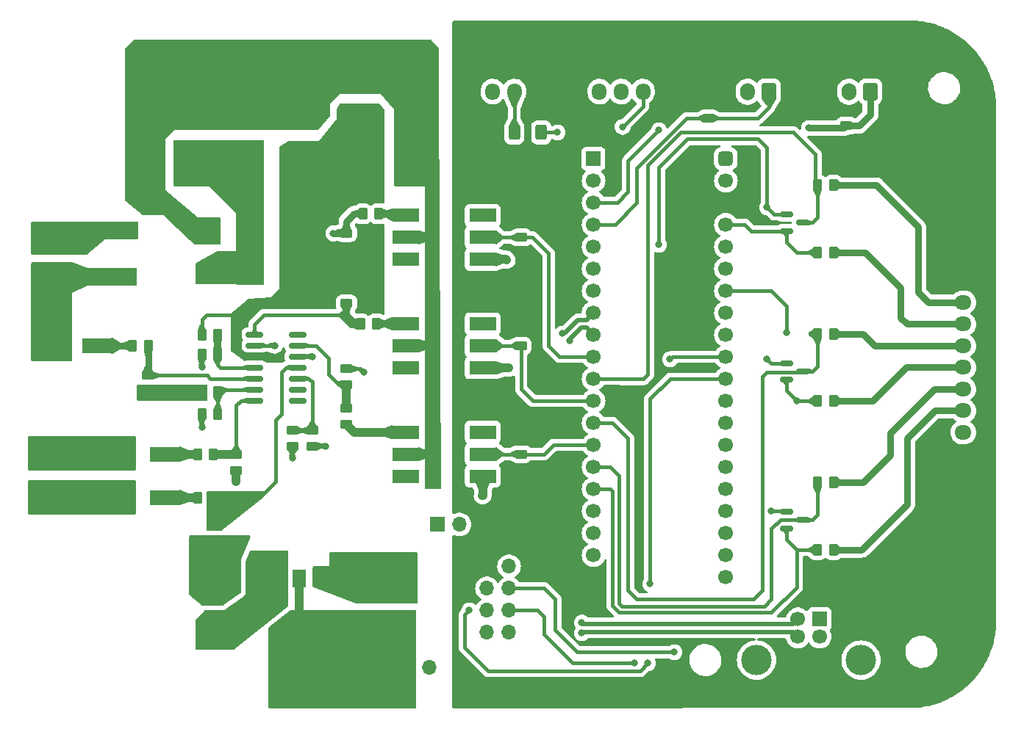
<source format=gbr>
%TF.GenerationSoftware,KiCad,Pcbnew,(7.0.0)*%
%TF.CreationDate,2023-04-03T14:28:29+07:00*%
%TF.ProjectId,3_phase_firing,335f7068-6173-4655-9f66-6972696e672e,rev?*%
%TF.SameCoordinates,Original*%
%TF.FileFunction,Copper,L1,Top*%
%TF.FilePolarity,Positive*%
%FSLAX46Y46*%
G04 Gerber Fmt 4.6, Leading zero omitted, Abs format (unit mm)*
G04 Created by KiCad (PCBNEW (7.0.0)) date 2023-04-03 14:28:29*
%MOMM*%
%LPD*%
G01*
G04 APERTURE LIST*
G04 Aperture macros list*
%AMRoundRect*
0 Rectangle with rounded corners*
0 $1 Rounding radius*
0 $2 $3 $4 $5 $6 $7 $8 $9 X,Y pos of 4 corners*
0 Add a 4 corners polygon primitive as box body*
4,1,4,$2,$3,$4,$5,$6,$7,$8,$9,$2,$3,0*
0 Add four circle primitives for the rounded corners*
1,1,$1+$1,$2,$3*
1,1,$1+$1,$4,$5*
1,1,$1+$1,$6,$7*
1,1,$1+$1,$8,$9*
0 Add four rect primitives between the rounded corners*
20,1,$1+$1,$2,$3,$4,$5,0*
20,1,$1+$1,$4,$5,$6,$7,0*
20,1,$1+$1,$6,$7,$8,$9,0*
20,1,$1+$1,$8,$9,$2,$3,0*%
G04 Aperture macros list end*
%TA.AperFunction,ComponentPad*%
%ADD10O,1.700000X1.700000*%
%TD*%
%TA.AperFunction,ComponentPad*%
%ADD11R,1.700000X1.700000*%
%TD*%
%TA.AperFunction,ComponentPad*%
%ADD12C,1.700000*%
%TD*%
%TA.AperFunction,ComponentPad*%
%ADD13C,3.500000*%
%TD*%
%TA.AperFunction,SMDPad,CuDef*%
%ADD14R,3.100000X1.600000*%
%TD*%
%TA.AperFunction,SMDPad,CuDef*%
%ADD15RoundRect,0.250000X0.262500X0.450000X-0.262500X0.450000X-0.262500X-0.450000X0.262500X-0.450000X0*%
%TD*%
%TA.AperFunction,SMDPad,CuDef*%
%ADD16RoundRect,0.250000X-0.450000X0.262500X-0.450000X-0.262500X0.450000X-0.262500X0.450000X0.262500X0*%
%TD*%
%TA.AperFunction,SMDPad,CuDef*%
%ADD17R,1.500000X2.000000*%
%TD*%
%TA.AperFunction,SMDPad,CuDef*%
%ADD18R,3.800000X2.000000*%
%TD*%
%TA.AperFunction,SMDPad,CuDef*%
%ADD19RoundRect,0.250000X0.450000X-0.262500X0.450000X0.262500X-0.450000X0.262500X-0.450000X-0.262500X0*%
%TD*%
%TA.AperFunction,SMDPad,CuDef*%
%ADD20RoundRect,0.150000X-0.587500X-0.150000X0.587500X-0.150000X0.587500X0.150000X-0.587500X0.150000X0*%
%TD*%
%TA.AperFunction,SMDPad,CuDef*%
%ADD21RoundRect,0.150000X-0.825000X-0.150000X0.825000X-0.150000X0.825000X0.150000X-0.825000X0.150000X0*%
%TD*%
%TA.AperFunction,SMDPad,CuDef*%
%ADD22RoundRect,0.250000X0.550000X-1.500000X0.550000X1.500000X-0.550000X1.500000X-0.550000X-1.500000X0*%
%TD*%
%TA.AperFunction,SMDPad,CuDef*%
%ADD23RoundRect,0.250000X1.500000X0.550000X-1.500000X0.550000X-1.500000X-0.550000X1.500000X-0.550000X0*%
%TD*%
%TA.AperFunction,SMDPad,CuDef*%
%ADD24RoundRect,0.250000X-0.400000X-0.625000X0.400000X-0.625000X0.400000X0.625000X-0.400000X0.625000X0*%
%TD*%
%TA.AperFunction,ComponentPad*%
%ADD25RoundRect,0.425000X-0.425000X-0.425000X0.425000X-0.425000X0.425000X0.425000X-0.425000X0.425000X0*%
%TD*%
%TA.AperFunction,ComponentPad*%
%ADD26RoundRect,0.250000X0.600000X0.725000X-0.600000X0.725000X-0.600000X-0.725000X0.600000X-0.725000X0*%
%TD*%
%TA.AperFunction,ComponentPad*%
%ADD27O,1.700000X1.950000*%
%TD*%
%TA.AperFunction,SMDPad,CuDef*%
%ADD28R,3.500000X1.800000*%
%TD*%
%TA.AperFunction,SMDPad,CuDef*%
%ADD29R,1.500000X1.300000*%
%TD*%
%TA.AperFunction,ComponentPad*%
%ADD30RoundRect,0.250000X0.600000X0.750000X-0.600000X0.750000X-0.600000X-0.750000X0.600000X-0.750000X0*%
%TD*%
%TA.AperFunction,ComponentPad*%
%ADD31O,1.700000X2.000000*%
%TD*%
%TA.AperFunction,SMDPad,CuDef*%
%ADD32RoundRect,0.250000X-0.262500X-0.450000X0.262500X-0.450000X0.262500X0.450000X-0.262500X0.450000X0*%
%TD*%
%TA.AperFunction,ComponentPad*%
%ADD33R,3.000000X3.000000*%
%TD*%
%TA.AperFunction,ComponentPad*%
%ADD34C,3.000000*%
%TD*%
%TA.AperFunction,SMDPad,CuDef*%
%ADD35R,1.100000X4.600000*%
%TD*%
%TA.AperFunction,SMDPad,CuDef*%
%ADD36R,10.800000X9.400000*%
%TD*%
%TA.AperFunction,ComponentPad*%
%ADD37RoundRect,0.250000X-0.725000X0.600000X-0.725000X-0.600000X0.725000X-0.600000X0.725000X0.600000X0*%
%TD*%
%TA.AperFunction,ComponentPad*%
%ADD38O,1.950000X1.700000*%
%TD*%
%TA.AperFunction,ViaPad*%
%ADD39C,0.800000*%
%TD*%
%TA.AperFunction,Conductor*%
%ADD40C,1.000000*%
%TD*%
%TA.AperFunction,Conductor*%
%ADD41C,0.400000*%
%TD*%
%TA.AperFunction,Conductor*%
%ADD42C,0.800000*%
%TD*%
%TA.AperFunction,Conductor*%
%ADD43C,0.500000*%
%TD*%
G04 APERTURE END LIST*
D10*
%TO.P,JP2,2,B*%
%TO.N,GND*%
X124252999Y-100600999D03*
D11*
%TO.P,JP2,1,A*%
%TO.N,GNDS*%
X121712999Y-100600999D03*
%TD*%
%TO.P,J4,1,VBUS*%
%TO.N,+5V*%
X165734999Y-111532499D03*
D12*
%TO.P,J4,2,D-*%
%TO.N,USB-*%
X163235000Y-111532500D03*
%TO.P,J4,3,D+*%
%TO.N,USB+*%
X163235000Y-113532500D03*
%TO.P,J4,4,GND*%
%TO.N,GND*%
X165735000Y-113532500D03*
D13*
%TO.P,J4,5,Shield*%
%TO.N,unconnected-(J4-Shield-Pad5)*%
X170505000Y-116242500D03*
X158465000Y-116242500D03*
%TD*%
D14*
%TO.P,U3,1*%
%TO.N,Net-(R16-Pad1)*%
X118054999Y-64959999D03*
%TO.P,U3,2*%
%TO.N,GNDS*%
X118054999Y-67499999D03*
%TO.P,U3,3,NC*%
%TO.N,unconnected-(U3-NC-Pad3)*%
X118054999Y-70039999D03*
%TO.P,U3,4*%
%TO.N,GND*%
X126944999Y-70039999D03*
%TO.P,U3,5*%
%TO.N,ZCD_A*%
X126944999Y-67499999D03*
%TO.P,U3,6*%
%TO.N,unconnected-(U3-Pad6)*%
X126944999Y-64959999D03*
%TD*%
D15*
%TO.P,R17,1*%
%TO.N,Net-(R17-Pad1)*%
X114704500Y-77470000D03*
%TO.P,R17,2*%
%TO.N,Net-(R14-Pad1)*%
X112879500Y-77470000D03*
%TD*%
D16*
%TO.P,R41,1*%
%TO.N,TRIAC_MODE*%
X168830000Y-54627000D03*
%TO.P,R41,2*%
%TO.N,+3.3V*%
X168830000Y-56452000D03*
%TD*%
D15*
%TO.P,R1,1*%
%TO.N,Net-(U1A-+)*%
X88412500Y-80000000D03*
%TO.P,R1,2*%
%TO.N,Net-(D2-K)*%
X86587500Y-80000000D03*
%TD*%
%TO.P,R22,1*%
%TO.N,Net-(J10-Pin_4)*%
X167329500Y-78630000D03*
%TO.P,R22,2*%
%TO.N,GATE_B1*%
X165504500Y-78630000D03*
%TD*%
D17*
%TO.P,U14,1,GND*%
%TO.N,GNDS*%
X108137999Y-106848999D03*
%TO.P,U14,2,VO*%
%TO.N,Net-(JP1-A)*%
X105837999Y-106848999D03*
D18*
X105837999Y-113148999D03*
D17*
%TO.P,U14,3,VI*%
%TO.N,VCC*%
X103537999Y-106848999D03*
%TD*%
D19*
%TO.P,R14,1*%
%TO.N,Net-(R14-Pad1)*%
X111252000Y-75080500D03*
%TO.P,R14,2*%
%TO.N,VCC*%
X111252000Y-73255500D03*
%TD*%
%TO.P,R42,1*%
%TO.N,SCR_MODE*%
X152955000Y-53761500D03*
%TO.P,R42,2*%
%TO.N,+3.3V*%
X152955000Y-51936500D03*
%TD*%
D20*
%TO.P,Q1,1,B*%
%TO.N,MODE_SELECT*%
X161923500Y-64853000D03*
%TO.P,Q1,2,C*%
%TO.N,GATE_A2*%
X161923500Y-66753000D03*
%TO.P,Q1,3,E*%
%TO.N,GATE_A1*%
X163798500Y-65803000D03*
%TD*%
D15*
%TO.P,R27,1*%
%TO.N,Net-(J10-Pin_7)*%
X167329500Y-103522000D03*
%TO.P,R27,2*%
%TO.N,GATE_C2*%
X165504500Y-103522000D03*
%TD*%
D21*
%TO.P,U1,1*%
%TO.N,Net-(R14-Pad1)*%
X100649000Y-78690000D03*
%TO.P,U1,2*%
%TO.N,Net-(R13-Pad1)*%
X100649000Y-79960000D03*
%TO.P,U1,3,V+*%
%TO.N,VCC*%
X100649000Y-81230000D03*
%TO.P,U1,4,-*%
%TO.N,Net-(U1A--)*%
X100649000Y-82500000D03*
%TO.P,U1,5,+*%
%TO.N,Net-(U1A-+)*%
X100649000Y-83770000D03*
%TO.P,U1,6,-*%
%TO.N,Net-(U1B--)*%
X100649000Y-85040000D03*
%TO.P,U1,7,+*%
%TO.N,Net-(U1B-+)*%
X100649000Y-86310000D03*
%TO.P,U1,8*%
%TO.N,N/C*%
X105599000Y-86310000D03*
%TO.P,U1,9*%
X105599000Y-85040000D03*
%TO.P,U1,10,-*%
%TO.N,Net-(U1C--)*%
X105599000Y-83770000D03*
%TO.P,U1,11,+*%
%TO.N,Net-(U1C-+)*%
X105599000Y-82500000D03*
%TO.P,U1,12,V-*%
%TO.N,GNDS*%
X105599000Y-81230000D03*
%TO.P,U1,13*%
%TO.N,Net-(R15-Pad1)*%
X105599000Y-79960000D03*
%TO.P,U1,14*%
%TO.N,N/C*%
X105599000Y-78690000D03*
%TD*%
D15*
%TO.P,R26,1*%
%TO.N,Net-(J10-Pin_6)*%
X167329500Y-95775000D03*
%TO.P,R26,2*%
%TO.N,GATE_C1*%
X165504500Y-95775000D03*
%TD*%
D22*
%TO.P,C3,1*%
%TO.N,VCC*%
X96948000Y-112699000D03*
%TO.P,C3,2*%
%TO.N,GNDS*%
X96948000Y-107299000D03*
%TD*%
%TO.P,C4,1*%
%TO.N,Net-(JP1-A)*%
X115744000Y-112699000D03*
%TO.P,C4,2*%
%TO.N,GNDS*%
X115744000Y-107299000D03*
%TD*%
D15*
%TO.P,R16,1*%
%TO.N,Net-(R16-Pad1)*%
X114958500Y-64770000D03*
%TO.P,R16,2*%
%TO.N,Net-(R13-Pad1)*%
X113133500Y-64770000D03*
%TD*%
%TO.P,R24,1*%
%TO.N,Net-(J10-Pin_2)*%
X167329500Y-61485000D03*
%TO.P,R24,2*%
%TO.N,GATE_A1*%
X165504500Y-61485000D03*
%TD*%
D19*
%TO.P,R18,1*%
%TO.N,Net-(R18-Pad1)*%
X111252000Y-89050500D03*
%TO.P,R18,2*%
%TO.N,Net-(R15-Pad1)*%
X111252000Y-87225500D03*
%TD*%
D14*
%TO.P,U5,1*%
%TO.N,Net-(R18-Pad1)*%
X118054999Y-89959999D03*
%TO.P,U5,2*%
%TO.N,GNDS*%
X118054999Y-92499999D03*
%TO.P,U5,3,NC*%
%TO.N,unconnected-(U5-NC-Pad3)*%
X118054999Y-95039999D03*
%TO.P,U5,4*%
%TO.N,GND*%
X126944999Y-95039999D03*
%TO.P,U5,5*%
%TO.N,ZCD_C*%
X126944999Y-92499999D03*
%TO.P,U5,6*%
%TO.N,unconnected-(U5-Pad6)*%
X126944999Y-89959999D03*
%TD*%
D23*
%TO.P,C1,1*%
%TO.N,/DB_D_OUT*%
X93505000Y-59563000D03*
%TO.P,C1,2*%
%TO.N,GNDS*%
X88105000Y-59563000D03*
%TD*%
D15*
%TO.P,R7,1*%
%TO.N,Net-(U1A--)*%
X96416500Y-78740000D03*
%TO.P,R7,2*%
%TO.N,VCC*%
X94591500Y-78740000D03*
%TD*%
%TO.P,R25,1*%
%TO.N,Net-(J10-Pin_5)*%
X167329500Y-86377000D03*
%TO.P,R25,2*%
%TO.N,GATE_B2*%
X165504500Y-86377000D03*
%TD*%
%TO.P,R5,1*%
%TO.N,Net-(U1C-+)*%
X95912500Y-97500000D03*
%TO.P,R5,2*%
%TO.N,Net-(D4-K)*%
X94087500Y-97500000D03*
%TD*%
%TO.P,R23,1*%
%TO.N,Net-(J10-Pin_3)*%
X167329500Y-69232000D03*
%TO.P,R23,2*%
%TO.N,GATE_A2*%
X165504500Y-69232000D03*
%TD*%
D24*
%TO.P,R40,1*%
%TO.N,Net-(J7-Pin_2)*%
X130580000Y-55389000D03*
%TO.P,R40,2*%
%TO.N,LED_INDICATOR_1*%
X133680000Y-55389000D03*
%TD*%
D19*
%TO.P,R15,1*%
%TO.N,Net-(R15-Pad1)*%
X111252000Y-84478500D03*
%TO.P,R15,2*%
%TO.N,VCC*%
X111252000Y-82653500D03*
%TD*%
%TO.P,R6,1*%
%TO.N,GNDS*%
X96012000Y-102663000D03*
%TO.P,R6,2*%
%TO.N,Net-(U1C-+)*%
X96012000Y-100838000D03*
%TD*%
D11*
%TO.P,U6,1,PB12*%
%TO.N,unconnected-(U6-PB12-Pad1)*%
X139699999Y-58419999D03*
D12*
%TO.P,U6,2,PB13*%
%TO.N,LED_INDICATOR_2*%
X139700000Y-60960000D03*
%TO.P,U6,3,PB14*%
%TO.N,TRIAC_MODE*%
X139700000Y-63500000D03*
%TO.P,U6,4,PB15*%
%TO.N,SCR_MODE*%
X139700000Y-66040000D03*
%TO.P,U6,5,PA8*%
%TO.N,MODE_SELECT*%
X139700000Y-68580000D03*
%TO.P,U6,6,PA9*%
%TO.N,unconnected-(U6-PA9-Pad6)*%
X139700000Y-71120000D03*
%TO.P,U6,7,PA10*%
%TO.N,unconnected-(U6-PA10-Pad7)*%
X139700000Y-73660000D03*
%TO.P,U6,8,PA11*%
%TO.N,USB+*%
X139700000Y-76200000D03*
%TO.P,U6,9,PA12*%
%TO.N,USB-*%
X139700000Y-78740000D03*
%TO.P,U6,10,PA15*%
%TO.N,ZCD_A*%
X139700000Y-81280000D03*
%TO.P,U6,11,PB3*%
%TO.N,GATE_A1*%
X139700000Y-83820000D03*
%TO.P,U6,12,PB4*%
%TO.N,ZCD_B*%
X139700000Y-86360000D03*
%TO.P,U6,13,PB5*%
%TO.N,GATE_B1*%
X139700000Y-88900000D03*
%TO.P,U6,14,PB6*%
%TO.N,ZCD_C*%
X139700000Y-91440000D03*
%TO.P,U6,15,PB7*%
%TO.N,GATE_C1*%
X139700000Y-93980000D03*
%TO.P,U6,16,PB8*%
%TO.N,GATE_C2*%
X139700000Y-96520000D03*
%TO.P,U6,17,PB9*%
%TO.N,unconnected-(U6-PB9-Pad17)*%
X139700000Y-99060000D03*
%TO.P,U6,18,5V*%
%TO.N,unconnected-(U6-5V-Pad18)*%
X139700000Y-101600000D03*
%TO.P,U6,19,GND*%
%TO.N,GND*%
X139700000Y-104140000D03*
%TO.P,U6,20,3V3*%
%TO.N,+3.3V*%
X139700000Y-106680000D03*
%TO.P,U6,21,VBat*%
%TO.N,unconnected-(U6-VBat-Pad21)*%
X154940000Y-106680000D03*
%TO.P,U6,22,PC13*%
%TO.N,LED_INDICATOR_1*%
X154940000Y-104140000D03*
%TO.P,U6,23,PC14*%
%TO.N,unconnected-(U6-PC14-Pad23)*%
X154940000Y-101600000D03*
%TO.P,U6,24,PC15*%
%TO.N,unconnected-(U6-PC15-Pad24)*%
X154940000Y-99060000D03*
%TO.P,U6,25,RES*%
%TO.N,unconnected-(U6-RES-Pad25)*%
X154940000Y-96520000D03*
%TO.P,U6,26,PA0*%
%TO.N,ANG_CNTR_A*%
X154940000Y-93980000D03*
%TO.P,U6,27,PA1*%
%TO.N,ANG_CNTR_B*%
X154940000Y-91440000D03*
%TO.P,U6,28,PA2*%
%TO.N,AUX_ADC1*%
X154940000Y-88900000D03*
%TO.P,U6,29,PA3*%
%TO.N,AUX_ADC2*%
X154940000Y-86360000D03*
%TO.P,U6,30,PA4*%
%TO.N,AUX_ADC3*%
X154940000Y-83820000D03*
%TO.P,U6,31,PA5*%
%TO.N,AUX_ADC4*%
X154940000Y-81280000D03*
%TO.P,U6,32,PA6*%
%TO.N,AUX_ADC5*%
X154940000Y-78740000D03*
%TO.P,U6,33,PA7*%
%TO.N,AUX_ADC6*%
X154940000Y-76200000D03*
%TO.P,U6,34,PB0*%
%TO.N,GATE_B2*%
X154940000Y-73660000D03*
%TO.P,U6,35,PB1*%
%TO.N,unconnected-(U6-PB1-Pad35)*%
X154940000Y-71120000D03*
%TO.P,U6,36,PB2*%
%TO.N,unconnected-(U6-PB2-Pad36)*%
X154940000Y-68580000D03*
%TO.P,U6,37,PB10*%
%TO.N,GATE_A2*%
X154940000Y-66040000D03*
%TO.P,U6,38,3V3*%
%TO.N,+3.3V*%
X154940000Y-63500000D03*
%TO.P,U6,39,GND*%
%TO.N,GND*%
X154940000Y-60960000D03*
D25*
%TO.P,U6,40,5V*%
%TO.N,+5V*%
X154940000Y-58420000D03*
%TD*%
D26*
%TO.P,J9,1,Pin_1*%
%TO.N,+3.3V*%
X147882000Y-50690000D03*
D27*
%TO.P,J9,2,Pin_2*%
%TO.N,ANG_CNTR_A*%
X145381999Y-50689999D03*
%TO.P,J9,3,Pin_3*%
%TO.N,ANG_CNTR_B*%
X142881999Y-50689999D03*
%TO.P,J9,4,Pin_4*%
%TO.N,GND*%
X140381999Y-50689999D03*
%TD*%
D10*
%TO.P,JP1,2,B*%
%TO.N,+5V*%
X120818999Y-117110999D03*
D11*
%TO.P,JP1,1,A*%
%TO.N,Net-(JP1-A)*%
X118278999Y-117110999D03*
%TD*%
D28*
%TO.P,D2,1,K*%
%TO.N,Net-(D2-K)*%
X82499999Y-79999999D03*
%TO.P,D2,2,A*%
%TO.N,PHASE_A*%
X77499999Y-79999999D03*
%TD*%
D16*
%TO.P,R13,1*%
%TO.N,Net-(R13-Pad1)*%
X111252000Y-67009000D03*
%TO.P,R13,2*%
%TO.N,VCC*%
X111252000Y-68834000D03*
%TD*%
D20*
%TO.P,Q2,1,B*%
%TO.N,MODE_SELECT*%
X161923500Y-81998000D03*
%TO.P,Q2,2,C*%
%TO.N,GATE_B2*%
X161923500Y-83898000D03*
%TO.P,Q2,3,E*%
%TO.N,GATE_B1*%
X163798500Y-82948000D03*
%TD*%
D29*
%TO.P,D1,1,+*%
%TO.N,/DB_D_OUT*%
X94873999Y-71891999D03*
%TO.P,D1,2,-*%
%TO.N,GNDS*%
X94873999Y-66791999D03*
%TO.P,D1,3*%
%TO.N,NEUT*%
X85973999Y-66791999D03*
%TO.P,D1,4*%
%TO.N,PHASE_A*%
X85973999Y-71891999D03*
%TD*%
D30*
%TO.P,J8,1,Pin_1*%
%TO.N,SCR_MODE*%
X159913332Y-50690000D03*
D31*
%TO.P,J8,2,Pin_2*%
%TO.N,GND*%
X157413331Y-50689999D03*
%TD*%
D19*
%TO.P,R4,1*%
%TO.N,GNDS*%
X98552000Y-94359100D03*
%TO.P,R4,2*%
%TO.N,Net-(U1B-+)*%
X98552000Y-92534100D03*
%TD*%
D32*
%TO.P,R8,1*%
%TO.N,GNDS*%
X94591500Y-81026000D03*
%TO.P,R8,2*%
%TO.N,Net-(U1A--)*%
X96416500Y-81026000D03*
%TD*%
D15*
%TO.P,R3,1*%
%TO.N,Net-(U1B-+)*%
X95912500Y-92500000D03*
%TO.P,R3,2*%
%TO.N,Net-(D3-K)*%
X94087500Y-92500000D03*
%TD*%
%TO.P,R9,1*%
%TO.N,Net-(U1B--)*%
X96416500Y-87884000D03*
%TO.P,R9,2*%
%TO.N,VCC*%
X94591500Y-87884000D03*
%TD*%
D14*
%TO.P,U4,1*%
%TO.N,Net-(R17-Pad1)*%
X118054999Y-77459999D03*
%TO.P,U4,2*%
%TO.N,GNDS*%
X118054999Y-79999999D03*
%TO.P,U4,3,NC*%
%TO.N,unconnected-(U4-NC-Pad3)*%
X118054999Y-82539999D03*
%TO.P,U4,4*%
%TO.N,GND*%
X126944999Y-82539999D03*
%TO.P,U4,5*%
%TO.N,ZCD_B*%
X126944999Y-79999999D03*
%TO.P,U4,6*%
%TO.N,unconnected-(U4-Pad6)*%
X126944999Y-77459999D03*
%TD*%
D19*
%TO.P,R20,1*%
%TO.N,ZCD_B*%
X131365000Y-80000000D03*
%TO.P,R20,2*%
%TO.N,+3.3V*%
X131365000Y-78175000D03*
%TD*%
D33*
%TO.P,J1,1,Pin_1*%
%TO.N,NEUT*%
X77499999Y-67499999D03*
D34*
%TO.P,J1,2,Pin_2*%
%TO.N,PHASE_A*%
X77500000Y-72580000D03*
%TD*%
D35*
%TO.P,U2,1,IN*%
%TO.N,/DB_D_OUT*%
X99959999Y-59149999D03*
D36*
%TO.P,U2,2,GND*%
%TO.N,GNDS*%
X102499999Y-49999999D03*
D35*
%TO.P,U2,3,OUT*%
%TO.N,VCC*%
X105039999Y-59149999D03*
%TD*%
D30*
%TO.P,J6,1,Pin_1*%
%TO.N,TRIAC_MODE*%
X171604000Y-50690000D03*
D31*
%TO.P,J6,2,Pin_2*%
%TO.N,GND*%
X169103999Y-50689999D03*
%TD*%
D16*
%TO.P,R11,1*%
%TO.N,Net-(U1C--)*%
X105003600Y-89765500D03*
%TO.P,R11,2*%
%TO.N,VCC*%
X105003600Y-91590500D03*
%TD*%
D26*
%TO.P,J7,1,Pin_1*%
%TO.N,+3.3V*%
X133080000Y-50690000D03*
D27*
%TO.P,J7,2,Pin_2*%
%TO.N,Net-(J7-Pin_2)*%
X130579999Y-50689999D03*
%TO.P,J7,3,Pin_3*%
%TO.N,GND*%
X128079999Y-50689999D03*
%TD*%
D19*
%TO.P,R12,1*%
%TO.N,GNDS*%
X107289600Y-91590500D03*
%TO.P,R12,2*%
%TO.N,Net-(U1C--)*%
X107289600Y-89765500D03*
%TD*%
D11*
%TO.P,J5,1,Pin_1*%
%TO.N,+3.3V*%
X127427999Y-105426999D03*
D10*
%TO.P,J5,2,Pin_2*%
%TO.N,GND*%
X129967999Y-105426999D03*
%TO.P,J5,3,Pin_3*%
%TO.N,AUX_ADC1*%
X127427999Y-107966999D03*
%TO.P,J5,4,Pin_4*%
%TO.N,AUX_ADC2*%
X129967999Y-107966999D03*
%TO.P,J5,5,Pin_5*%
%TO.N,AUX_ADC3*%
X127427999Y-110506999D03*
%TO.P,J5,6,Pin_6*%
%TO.N,AUX_ADC4*%
X129967999Y-110506999D03*
%TO.P,J5,7,Pin_7*%
%TO.N,unconnected-(J5-Pin_7-Pad7)*%
X127427999Y-113046999D03*
%TO.P,J5,8,Pin_8*%
%TO.N,unconnected-(J5-Pin_8-Pad8)*%
X129967999Y-113046999D03*
%TD*%
D22*
%TO.P,C2,1*%
%TO.N,VCC*%
X113792000Y-54008000D03*
%TO.P,C2,2*%
%TO.N,GNDS*%
X113792000Y-48608000D03*
%TD*%
D28*
%TO.P,D3,1,K*%
%TO.N,Net-(D3-K)*%
X90329999Y-92499999D03*
%TO.P,D3,2,A*%
%TO.N,PHASE_B*%
X85329999Y-92499999D03*
%TD*%
D32*
%TO.P,R10,1*%
%TO.N,GNDS*%
X94591500Y-85344000D03*
%TO.P,R10,2*%
%TO.N,Net-(U1B--)*%
X96416500Y-85344000D03*
%TD*%
D19*
%TO.P,R2,1*%
%TO.N,GNDS*%
X88392000Y-85240500D03*
%TO.P,R2,2*%
%TO.N,Net-(U1A-+)*%
X88392000Y-83415500D03*
%TD*%
D20*
%TO.P,Q3,1,B*%
%TO.N,MODE_SELECT*%
X161923500Y-99143000D03*
%TO.P,Q3,2,C*%
%TO.N,GATE_C2*%
X161923500Y-101043000D03*
%TO.P,Q3,3,E*%
%TO.N,GATE_C1*%
X163798500Y-100093000D03*
%TD*%
D28*
%TO.P,D4,1,K*%
%TO.N,Net-(D4-K)*%
X90329999Y-97499999D03*
%TO.P,D4,2,A*%
%TO.N,PHASE_C*%
X85329999Y-97499999D03*
%TD*%
D19*
%TO.P,R21,1*%
%TO.N,ZCD_C*%
X131365000Y-92500000D03*
%TO.P,R21,2*%
%TO.N,+3.3V*%
X131365000Y-90675000D03*
%TD*%
%TO.P,R19,1*%
%TO.N,ZCD_A*%
X131365000Y-67500000D03*
%TO.P,R19,2*%
%TO.N,+3.3V*%
X131365000Y-65675000D03*
%TD*%
D37*
%TO.P,J10,1,Pin_1*%
%TO.N,+3.3V*%
X182292000Y-72492500D03*
D38*
%TO.P,J10,2,Pin_2*%
%TO.N,Net-(J10-Pin_2)*%
X182291999Y-74992499D03*
%TO.P,J10,3,Pin_3*%
%TO.N,Net-(J10-Pin_3)*%
X182291999Y-77492499D03*
%TO.P,J10,4,Pin_4*%
%TO.N,Net-(J10-Pin_4)*%
X182291999Y-79992499D03*
%TO.P,J10,5,Pin_5*%
%TO.N,Net-(J10-Pin_5)*%
X182291999Y-82492499D03*
%TO.P,J10,6,Pin_6*%
%TO.N,Net-(J10-Pin_6)*%
X182291999Y-84992499D03*
%TO.P,J10,7,Pin_7*%
%TO.N,Net-(J10-Pin_7)*%
X182291999Y-87492499D03*
%TO.P,J10,8,Pin_8*%
%TO.N,GND*%
X182291999Y-89992499D03*
%TD*%
D33*
%TO.P,J2,1,Pin_1*%
%TO.N,PHASE_B*%
X77499999Y-92499999D03*
D34*
%TO.P,J2,2,Pin_2*%
%TO.N,PHASE_C*%
X77500000Y-97580000D03*
%TD*%
D39*
%TO.N,GNDS*%
X108839000Y-91567000D03*
X90122000Y-51847000D03*
X94589600Y-82448400D03*
X99122000Y-45847000D03*
X111122000Y-48847000D03*
X96059000Y-104411000D03*
X86788000Y-60977000D03*
X118157000Y-104665000D03*
X92630000Y-65803000D03*
X90122000Y-54847000D03*
X91106000Y-64279000D03*
X94865200Y-67885800D03*
X94154000Y-104411000D03*
X87122000Y-54847000D03*
X98552000Y-95681800D03*
X102122000Y-45847000D03*
X90043000Y-85394800D03*
X90122000Y-48847000D03*
X94027000Y-102633000D03*
X96186000Y-66819000D03*
X87296000Y-62755000D03*
X110283000Y-106697000D03*
X99122000Y-48847000D03*
X112569000Y-106824000D03*
X94865200Y-65701400D03*
X89328000Y-60977000D03*
X96122000Y-45847000D03*
X95551000Y-107332000D03*
X102122000Y-51847000D03*
X87122000Y-51847000D03*
X96122000Y-48847000D03*
X107289600Y-81280000D03*
X94789000Y-108856000D03*
X108122000Y-48847000D03*
X112696000Y-108729000D03*
X98345000Y-107332000D03*
X105122000Y-48847000D03*
X118157000Y-106697000D03*
X92811600Y-85369400D03*
X94027000Y-107078000D03*
X87122000Y-45847000D03*
X87122000Y-48847000D03*
X112569000Y-104792000D03*
X90122000Y-45847000D03*
X105122000Y-51847000D03*
X88566000Y-64279000D03*
X108122000Y-45847000D03*
X93646000Y-66819000D03*
X108122000Y-51847000D03*
X118157000Y-108602000D03*
X102122000Y-48847000D03*
X98345000Y-102633000D03*
X89836000Y-62755000D03*
X93122000Y-51847000D03*
X110283000Y-104792000D03*
X88058000Y-60977000D03*
X105122000Y-45847000D03*
X99122000Y-51847000D03*
X96122000Y-51847000D03*
X93122000Y-48847000D03*
X111122000Y-45847000D03*
X87122000Y-57847000D03*
X114122000Y-45847000D03*
X93122000Y-45847000D03*
X97837000Y-104411000D03*
%TO.N,GATE_B2*%
X161972000Y-78503000D03*
X163115000Y-86377000D03*
%TO.N,TRIAC_MODE*%
X147240000Y-55135000D03*
X164512000Y-54881000D03*
%TO.N,Net-(R13-Pad1)*%
X109728000Y-67056000D03*
X102997000Y-80010000D03*
%TO.N,GND*%
X126920000Y-97299000D03*
X129968000Y-82567000D03*
X129714000Y-70121000D03*
%TO.N,VCC*%
X113538000Y-71120000D03*
X105003600Y-92964000D03*
X110744000Y-71120000D03*
X101774000Y-110761000D03*
X100377000Y-106824000D03*
X103171000Y-109110000D03*
X113284000Y-83058000D03*
X100377000Y-109237000D03*
X112141000Y-71120000D03*
X94615000Y-89408000D03*
X100377000Y-104538000D03*
X103679000Y-104538000D03*
X98345000Y-110888000D03*
X99488000Y-112539000D03*
%TO.N,USB-*%
X136996265Y-79435265D03*
X138350000Y-111932500D03*
%TO.N,USB+*%
X136147735Y-78586735D03*
X138350000Y-113132500D03*
%TO.N,LED_INDICATOR_1*%
X135556000Y-55389000D03*
%TO.N,MODE_SELECT*%
X159686000Y-81551000D03*
X147240000Y-68343000D03*
X160194000Y-99077000D03*
X159686000Y-64025000D03*
%TO.N,ANG_CNTR_A*%
X143049000Y-54754000D03*
%TO.N,AUX_ADC2*%
X149018000Y-115333000D03*
%TO.N,AUX_ADC3*%
X145970000Y-116603000D03*
X125396000Y-110507000D03*
X146224000Y-107459000D03*
%TO.N,AUX_ADC4*%
X144446000Y-116603000D03*
X148510000Y-81551000D03*
%TD*%
D40*
%TO.N,GNDS*%
X118055000Y-92500000D02*
X120694000Y-92500000D01*
X98552000Y-94408000D02*
X98552000Y-95681800D01*
D41*
X107289600Y-91590500D02*
X108815500Y-91590500D01*
X107239600Y-81230000D02*
X107289600Y-81280000D01*
D40*
X120694000Y-92500000D02*
X120777000Y-92583000D01*
X118055000Y-67500000D02*
X120967000Y-67500000D01*
X118055000Y-80000000D02*
X120767000Y-80000000D01*
D41*
X94591500Y-81026000D02*
X94591500Y-82446500D01*
X94591500Y-82446500D02*
X94589600Y-82448400D01*
X108815500Y-91590500D02*
X108839000Y-91567000D01*
D40*
X120967000Y-67500000D02*
X121031000Y-67564000D01*
D41*
X105599000Y-81230000D02*
X107239600Y-81230000D01*
D40*
X120767000Y-80000000D02*
X120904000Y-80137000D01*
D42*
%TO.N,Net-(D2-K)*%
X82500000Y-80000000D02*
X86587500Y-80000000D01*
D40*
%TO.N,Net-(D3-K)*%
X90000000Y-92500000D02*
X94087500Y-92500000D01*
%TO.N,Net-(D4-K)*%
X90000000Y-97500000D02*
X94087500Y-97500000D01*
D41*
%TO.N,GATE_B1*%
X165504500Y-82336500D02*
X164893000Y-82948000D01*
X143684000Y-90695000D02*
X143684000Y-108221000D01*
X159178000Y-83583000D02*
X159686000Y-83075000D01*
X139700000Y-88900000D02*
X141889000Y-88900000D01*
X159178000Y-108221000D02*
X159178000Y-83583000D01*
X158162000Y-109237000D02*
X159178000Y-108221000D01*
X144700000Y-109237000D02*
X158162000Y-109237000D01*
X141889000Y-88900000D02*
X143684000Y-90695000D01*
X143684000Y-108221000D02*
X144700000Y-109237000D01*
X164893000Y-82948000D02*
X163798500Y-82948000D01*
X163671500Y-83075000D02*
X163798500Y-82948000D01*
X159686000Y-83075000D02*
X163671500Y-83075000D01*
X165504500Y-78630000D02*
X165504500Y-82336500D01*
%TO.N,GATE_B2*%
X161972000Y-75455000D02*
X161972000Y-78503000D01*
X160177000Y-73660000D02*
X161718000Y-75201000D01*
X161718000Y-75201000D02*
X161972000Y-75455000D01*
X154940000Y-73660000D02*
X160177000Y-73660000D01*
X161923500Y-83898000D02*
X161923500Y-85185500D01*
X161923500Y-85185500D02*
X163115000Y-86377000D01*
X163115000Y-86377000D02*
X165504500Y-86377000D01*
%TO.N,GATE_A1*%
X139700000Y-83820000D02*
X142905000Y-83820000D01*
X145970000Y-59199000D02*
X149780000Y-55389000D01*
X165274000Y-61254500D02*
X165504500Y-61485000D01*
X149780000Y-55389000D02*
X162734000Y-55389000D01*
X145970000Y-83329000D02*
X145970000Y-59199000D01*
X142905000Y-83820000D02*
X142922000Y-83837000D01*
X165504500Y-61485000D02*
X165504500Y-65191500D01*
X165504500Y-65191500D02*
X164893000Y-65803000D01*
X145462000Y-83837000D02*
X145970000Y-83329000D01*
X162734000Y-55389000D02*
X165274000Y-57929000D01*
X164893000Y-65803000D02*
X163798500Y-65803000D01*
X142922000Y-83837000D02*
X145462000Y-83837000D01*
X165274000Y-57929000D02*
X165274000Y-61254500D01*
%TO.N,GATE_A2*%
X157908000Y-66819000D02*
X161857500Y-66819000D01*
X163115000Y-69232000D02*
X165504500Y-69232000D01*
X161923500Y-66753000D02*
X161923500Y-68040500D01*
X154940000Y-66040000D02*
X157129000Y-66040000D01*
X157129000Y-66040000D02*
X157908000Y-66819000D01*
X161923500Y-68040500D02*
X163115000Y-69232000D01*
X161857500Y-66819000D02*
X161923500Y-66753000D01*
%TO.N,GATE_C1*%
X161216761Y-100093000D02*
X163798500Y-100093000D01*
X164893000Y-100093000D02*
X163798500Y-100093000D01*
X160194000Y-109237000D02*
X160194000Y-101115761D01*
X142984000Y-110061000D02*
X159370000Y-110061000D01*
X139700000Y-93980000D02*
X141635000Y-93980000D01*
X165504500Y-99481500D02*
X164893000Y-100093000D01*
X160194000Y-101115761D02*
X161216761Y-100093000D01*
X159370000Y-110061000D02*
X160194000Y-109237000D01*
X142668000Y-109745000D02*
X142984000Y-110061000D01*
X165504500Y-95775000D02*
X165504500Y-99481500D01*
X141635000Y-93980000D02*
X142668000Y-95013000D01*
X142668000Y-95013000D02*
X142668000Y-109745000D01*
%TO.N,GATE_C2*%
X161923500Y-101043000D02*
X161923500Y-102330500D01*
X142668000Y-110761000D02*
X160194000Y-110761000D01*
X163115000Y-107840000D02*
X163115000Y-103522000D01*
X141635000Y-96520000D02*
X141906000Y-96791000D01*
X139700000Y-96520000D02*
X141635000Y-96520000D01*
X141906000Y-96791000D02*
X141906000Y-109999000D01*
X141906000Y-109999000D02*
X142668000Y-110761000D01*
X160194000Y-110761000D02*
X163115000Y-107840000D01*
X163115000Y-103522000D02*
X165504500Y-103522000D01*
X161923500Y-102330500D02*
X163115000Y-103522000D01*
D42*
%TO.N,TRIAC_MODE*%
X170334000Y-54627000D02*
X171604000Y-53357000D01*
X164512000Y-54881000D02*
X168576000Y-54881000D01*
X168576000Y-54881000D02*
X168830000Y-54627000D01*
D41*
X142431000Y-63500000D02*
X143684000Y-62247000D01*
D42*
X171604000Y-53357000D02*
X171604000Y-50690000D01*
D41*
X139700000Y-63500000D02*
X142431000Y-63500000D01*
X143684000Y-58691000D02*
X147240000Y-55135000D01*
D42*
X168830000Y-54627000D02*
X170334000Y-54627000D01*
D41*
X143684000Y-62247000D02*
X143684000Y-58691000D01*
D42*
%TO.N,Net-(R13-Pad1)*%
X109775000Y-67009000D02*
X109728000Y-67056000D01*
X112141000Y-64770000D02*
X111252000Y-65659000D01*
X111252000Y-65659000D02*
X111252000Y-67009000D01*
D41*
X100649000Y-79960000D02*
X102947000Y-79960000D01*
D42*
X111252000Y-67009000D02*
X109775000Y-67009000D01*
D41*
X102947000Y-79960000D02*
X102997000Y-80010000D01*
D42*
X113133500Y-64770000D02*
X112141000Y-64770000D01*
D41*
%TO.N,Net-(R14-Pad1)*%
X100649000Y-78690000D02*
X100649000Y-77532000D01*
D42*
X111252000Y-76454000D02*
X112268000Y-77470000D01*
D41*
X110490000Y-76454000D02*
X111252000Y-76454000D01*
D42*
X111252000Y-75080500D02*
X111252000Y-75819000D01*
D41*
X100649000Y-77532000D02*
X101727000Y-76454000D01*
X101727000Y-76454000D02*
X110490000Y-76454000D01*
X111125000Y-75819000D02*
X111252000Y-75819000D01*
X111760000Y-77724000D02*
X112625500Y-77724000D01*
X110490000Y-76454000D02*
X111760000Y-77724000D01*
D42*
X112268000Y-77470000D02*
X112879500Y-77470000D01*
D41*
X110490000Y-76454000D02*
X111125000Y-75819000D01*
D42*
X111252000Y-75819000D02*
X111252000Y-76454000D01*
D41*
X112625500Y-77724000D02*
X112879500Y-77470000D01*
%TO.N,Net-(R15-Pad1)*%
X105599000Y-79960000D02*
X107773000Y-79960000D01*
X109220000Y-81407000D02*
X109220000Y-83312000D01*
X109220000Y-83312000D02*
X110386500Y-84478500D01*
X110386500Y-84478500D02*
X111252000Y-84478500D01*
X107773000Y-79960000D02*
X109220000Y-81407000D01*
D40*
X111252000Y-87225500D02*
X111252000Y-84478500D01*
%TO.N,GND*%
X126945000Y-95040000D02*
X126945000Y-97274000D01*
X129633000Y-70040000D02*
X129714000Y-70121000D01*
X126945000Y-97274000D02*
X126920000Y-97299000D01*
X129941000Y-82540000D02*
X129968000Y-82567000D01*
X126945000Y-70040000D02*
X129633000Y-70040000D01*
X126945000Y-82540000D02*
X129941000Y-82540000D01*
D41*
%TO.N,VCC*%
X94591500Y-76985500D02*
X95123000Y-76454000D01*
X112847563Y-82653500D02*
X111252000Y-82653500D01*
X105003600Y-91590500D02*
X105003600Y-92964000D01*
X94591500Y-78740000D02*
X94591500Y-76985500D01*
X94591500Y-87884000D02*
X94591500Y-89384500D01*
X113284000Y-83058000D02*
X112847563Y-82653500D01*
X94591500Y-89384500D02*
X94615000Y-89408000D01*
X95123000Y-76454000D02*
X98679000Y-76454000D01*
D42*
%TO.N,Net-(R16-Pad1)*%
X117865000Y-64770000D02*
X118055000Y-64960000D01*
X114958500Y-64770000D02*
X117865000Y-64770000D01*
%TO.N,Net-(R17-Pad1)*%
X118045000Y-77470000D02*
X118055000Y-77460000D01*
X114704500Y-77470000D02*
X118045000Y-77470000D01*
D40*
%TO.N,Net-(R18-Pad1)*%
X112161500Y-89960000D02*
X111252000Y-89050500D01*
X118055000Y-89960000D02*
X112161500Y-89960000D01*
D41*
%TO.N,ZCD_A*%
X135793000Y-81280000D02*
X139700000Y-81280000D01*
X132681000Y-67500000D02*
X134540000Y-69359000D01*
X134540000Y-69359000D02*
X134540000Y-80027000D01*
X131365000Y-67500000D02*
X132681000Y-67500000D01*
X134540000Y-80027000D02*
X135793000Y-81280000D01*
X126945000Y-67500000D02*
X131365000Y-67500000D01*
%TO.N,ZCD_B*%
X131365000Y-84980000D02*
X132745000Y-86360000D01*
X132745000Y-86360000D02*
X139700000Y-86360000D01*
X126945000Y-80000000D02*
X131365000Y-80000000D01*
X131365000Y-80000000D02*
X131365000Y-84980000D01*
%TO.N,ZCD_C*%
X126945000Y-92500000D02*
X131365000Y-92500000D01*
X135065000Y-91440000D02*
X139700000Y-91440000D01*
X134005000Y-92500000D02*
X135065000Y-91440000D01*
X131365000Y-92500000D02*
X134005000Y-92500000D01*
%TO.N,Net-(J7-Pin_2)*%
X130580000Y-51683000D02*
X130580000Y-50690000D01*
X130580000Y-55389000D02*
X130580000Y-50690000D01*
D43*
%TO.N,USB-*%
X138499999Y-112082499D02*
X138350000Y-111932500D01*
X138299396Y-77920001D02*
X138880001Y-77920001D01*
X163235000Y-111532500D02*
X162685001Y-112082499D01*
X136996265Y-79435265D02*
X136996265Y-79223132D01*
X138880001Y-77920001D02*
X139700000Y-78740000D01*
X136996265Y-79223132D02*
X138299396Y-77920001D01*
X162685001Y-112082499D02*
X138499999Y-112082499D01*
%TO.N,USB+*%
X136359868Y-78586735D02*
X137926604Y-77019999D01*
X163235000Y-113532500D02*
X162685001Y-112982501D01*
X136147735Y-78586735D02*
X136359868Y-78586735D01*
X137926604Y-77019999D02*
X138880001Y-77019999D01*
X138880001Y-77019999D02*
X139700000Y-76200000D01*
X162685001Y-112982501D02*
X138499999Y-112982501D01*
X138499999Y-112982501D02*
X138350000Y-113132500D01*
D41*
%TO.N,Net-(U1A-+)*%
X100649000Y-83770000D02*
X95581000Y-83770000D01*
D42*
X88412500Y-83395000D02*
X88392000Y-83415500D01*
D41*
X95226500Y-83415500D02*
X88392000Y-83415500D01*
X95581000Y-83770000D02*
X95226500Y-83415500D01*
D42*
X88412500Y-80000000D02*
X88412500Y-83395000D01*
D41*
%TO.N,Net-(U1B-+)*%
X99110000Y-86310000D02*
X98552000Y-86868000D01*
X100649000Y-86310000D02*
X99110000Y-86310000D01*
X98552000Y-86868000D02*
X98552000Y-92506800D01*
D40*
X95919300Y-92506800D02*
X95912500Y-92500000D01*
X98552000Y-92506800D02*
X95919300Y-92506800D01*
%TO.N,Net-(U1C-+)*%
X96012000Y-97599500D02*
X95912500Y-97500000D01*
D41*
X103759000Y-83058000D02*
X103759000Y-87884000D01*
X105599000Y-82500000D02*
X104317000Y-82500000D01*
D40*
X96012000Y-100838000D02*
X96012000Y-97599500D01*
D41*
X103759000Y-87884000D02*
X103124000Y-88519000D01*
X104317000Y-82500000D02*
X103759000Y-83058000D01*
X101255000Y-97500000D02*
X95912500Y-97500000D01*
X103124000Y-88519000D02*
X103124000Y-95631000D01*
X103124000Y-95631000D02*
X101255000Y-97500000D01*
%TO.N,Net-(U1A--)*%
X96724000Y-82500000D02*
X96416500Y-82192500D01*
X96416500Y-82192500D02*
X96416500Y-81026000D01*
D42*
X96416500Y-78740000D02*
X96416500Y-81026000D01*
D41*
X100649000Y-82500000D02*
X96724000Y-82500000D01*
%TO.N,SCR_MODE*%
X159940000Y-50716668D02*
X159913332Y-50690000D01*
X144700000Y-59479050D02*
X150417550Y-53761500D01*
X139700000Y-66040000D02*
X142177000Y-66040000D01*
X150417550Y-53761500D02*
X152955000Y-53761500D01*
X144700000Y-63517000D02*
X144700000Y-59479050D01*
X152955000Y-53761500D02*
X158646500Y-53761500D01*
X142177000Y-66040000D02*
X144700000Y-63517000D01*
X159940000Y-52468000D02*
X159940000Y-50716668D01*
X158646500Y-53761500D02*
X159940000Y-52468000D01*
%TO.N,LED_INDICATOR_1*%
X133680000Y-55389000D02*
X135556000Y-55389000D01*
%TO.N,Net-(U1B--)*%
X96416500Y-87884000D02*
X96416500Y-85344000D01*
X100649000Y-85040000D02*
X96720500Y-85040000D01*
X96720500Y-85040000D02*
X96416500Y-85344000D01*
%TO.N,Net-(U1C--)*%
X105599000Y-83770000D02*
X106884000Y-83770000D01*
X106884000Y-83770000D02*
X107289600Y-84175600D01*
X105003600Y-89765500D02*
X107289600Y-89765500D01*
X107289600Y-84175600D02*
X107289600Y-89765500D01*
%TO.N,MODE_SELECT*%
X150542000Y-56151000D02*
X158670000Y-56151000D01*
X161862500Y-82059000D02*
X161923500Y-81998000D01*
X160194000Y-82059000D02*
X161862500Y-82059000D01*
X160514000Y-64853000D02*
X159686000Y-64025000D01*
X147240000Y-59453000D02*
X150542000Y-56151000D01*
X159686000Y-57167000D02*
X159686000Y-64025000D01*
X147240000Y-68343000D02*
X147240000Y-59453000D01*
X161857500Y-99077000D02*
X161923500Y-99143000D01*
X160194000Y-99077000D02*
X161857500Y-99077000D01*
X159686000Y-81551000D02*
X160194000Y-82059000D01*
X158670000Y-56151000D02*
X159686000Y-57167000D01*
X161923500Y-64853000D02*
X160514000Y-64853000D01*
%TO.N,ANG_CNTR_A*%
X143049000Y-54754000D02*
X145382000Y-52421000D01*
X145382000Y-52421000D02*
X145382000Y-50690000D01*
%TO.N,AUX_ADC2*%
X149018000Y-115333000D02*
X137842000Y-115333000D01*
X135302000Y-112793000D02*
X135302000Y-109237000D01*
X135302000Y-109237000D02*
X134032000Y-107967000D01*
X134032000Y-107967000D02*
X129968000Y-107967000D01*
X137842000Y-115333000D02*
X135302000Y-112793000D01*
%TO.N,AUX_ADC3*%
X145070000Y-117503000D02*
X127566000Y-117503000D01*
X124888000Y-111015000D02*
X125396000Y-110507000D01*
X127566000Y-117503000D02*
X127174000Y-117111000D01*
X148527000Y-83820000D02*
X146224000Y-86123000D01*
X154940000Y-83820000D02*
X148527000Y-83820000D01*
X145970000Y-116603000D02*
X145070000Y-117503000D01*
X124888000Y-114825000D02*
X124888000Y-112031000D01*
X127174000Y-117111000D02*
X124888000Y-114825000D01*
X124888000Y-112031000D02*
X124888000Y-111015000D01*
X146224000Y-86123000D02*
X146224000Y-107459000D01*
%TO.N,AUX_ADC4*%
X134032000Y-113301000D02*
X136826000Y-116095000D01*
X134032000Y-111269000D02*
X134032000Y-113301000D01*
X133270000Y-110507000D02*
X134032000Y-111269000D01*
X148510000Y-81551000D02*
X148781000Y-81280000D01*
X129968000Y-110507000D02*
X133270000Y-110507000D01*
X148781000Y-81280000D02*
X154940000Y-81280000D01*
X136826000Y-116095000D02*
X137334000Y-116603000D01*
X137334000Y-116603000D02*
X144446000Y-116603000D01*
D40*
%TO.N,Net-(JP1-A)*%
X105838000Y-106849000D02*
X105838000Y-113149000D01*
X117014000Y-117111000D02*
X115744000Y-115841000D01*
X118279000Y-117111000D02*
X117014000Y-117111000D01*
X115744000Y-115841000D02*
X115744000Y-112699000D01*
D42*
%TO.N,Net-(J10-Pin_2)*%
X177080000Y-66285000D02*
X177080000Y-73785000D01*
X172280000Y-61485000D02*
X177080000Y-66285000D01*
X178287500Y-74992500D02*
X182292000Y-74992500D01*
X167329500Y-61485000D02*
X172280000Y-61485000D01*
X177080000Y-73785000D02*
X178287500Y-74992500D01*
%TO.N,Net-(J10-Pin_3)*%
X175787500Y-77492500D02*
X182292000Y-77492500D01*
X171027000Y-69232000D02*
X175080000Y-73285000D01*
X175080000Y-76785000D02*
X175787500Y-77492500D01*
X175080000Y-73285000D02*
X175080000Y-76785000D01*
X167329500Y-69232000D02*
X171027000Y-69232000D01*
%TO.N,Net-(J10-Pin_4)*%
X167329500Y-78630000D02*
X170735000Y-78630000D01*
X172097500Y-79992500D02*
X182292000Y-79992500D01*
X170735000Y-78630000D02*
X172097500Y-79992500D01*
%TO.N,Net-(J10-Pin_5)*%
X171878000Y-86377000D02*
X175762500Y-82492500D01*
X167329500Y-86377000D02*
X171878000Y-86377000D01*
X175762500Y-82492500D02*
X182292000Y-82492500D01*
%TO.N,Net-(J10-Pin_6)*%
X178977500Y-84992500D02*
X182292000Y-84992500D01*
X173910000Y-90060000D02*
X178977500Y-84992500D01*
X173910000Y-92600000D02*
X173910000Y-90060000D01*
X170735000Y-95775000D02*
X173910000Y-92600000D01*
X167329500Y-95775000D02*
X170735000Y-95775000D01*
%TO.N,Net-(J10-Pin_7)*%
X175815000Y-98315000D02*
X175815000Y-90695000D01*
X179017500Y-87492500D02*
X182292000Y-87492500D01*
X175815000Y-90695000D02*
X179017500Y-87492500D01*
X167329500Y-103522000D02*
X170608000Y-103522000D01*
X170608000Y-103522000D02*
X175815000Y-98315000D01*
%TD*%
%TA.AperFunction,Conductor*%
%TO.N,Net-(U1B--)*%
G36*
X96615259Y-86673401D02*
G01*
X96619575Y-86678487D01*
X96906919Y-87331397D01*
X96907761Y-87337972D01*
X96904895Y-87343950D01*
X96425185Y-87875378D01*
X96419720Y-87878786D01*
X96413280Y-87878786D01*
X96407815Y-87875378D01*
X95928104Y-87343950D01*
X95925238Y-87337972D01*
X95926079Y-87331399D01*
X96213425Y-86678486D01*
X96217741Y-86673401D01*
X96224134Y-86671500D01*
X96608866Y-86671500D01*
X96615259Y-86673401D01*
G37*
%TD.AperFunction*%
%TD*%
%TA.AperFunction,Conductor*%
%TO.N,VCC*%
G36*
X94790259Y-77529401D02*
G01*
X94794575Y-77534487D01*
X95081919Y-78187397D01*
X95082761Y-78193972D01*
X95079895Y-78199950D01*
X94600185Y-78731378D01*
X94594720Y-78734786D01*
X94588280Y-78734786D01*
X94582815Y-78731378D01*
X94103104Y-78199950D01*
X94100238Y-78193972D01*
X94101079Y-78187399D01*
X94388425Y-77534486D01*
X94392741Y-77529401D01*
X94399134Y-77527500D01*
X94783866Y-77527500D01*
X94790259Y-77529401D01*
G37*
%TD.AperFunction*%
%TD*%
%TA.AperFunction,Conductor*%
%TO.N,GNDS*%
G36*
X119609858Y-79201822D02*
G01*
X119938539Y-79325077D01*
X120405000Y-79500000D01*
X120405000Y-80500000D01*
X120269000Y-80551000D01*
X120267224Y-80551665D01*
X120267222Y-80551666D01*
X119609858Y-80798177D01*
X119605063Y-80798902D01*
X119600387Y-80797620D01*
X118074159Y-80010398D01*
X118068592Y-80004175D01*
X118068592Y-79995825D01*
X118074159Y-79989602D01*
X119023375Y-79500000D01*
X119600388Y-79202378D01*
X119605063Y-79201097D01*
X119609858Y-79201822D01*
G37*
%TD.AperFunction*%
%TD*%
%TA.AperFunction,Conductor*%
%TO.N,Net-(J10-Pin_3)*%
G36*
X167837479Y-68724209D02*
G01*
X168227653Y-68956486D01*
X168348785Y-69028598D01*
X168352971Y-69032869D01*
X168354500Y-69038651D01*
X168354500Y-69425349D01*
X168352971Y-69431131D01*
X168348785Y-69435402D01*
X167837481Y-69739789D01*
X167829981Y-69741337D01*
X167823130Y-69737915D01*
X167527365Y-69435402D01*
X167336495Y-69240178D01*
X167333162Y-69232000D01*
X167336495Y-69223821D01*
X167823131Y-68726083D01*
X167829981Y-68722662D01*
X167837479Y-68724209D01*
G37*
%TD.AperFunction*%
%TD*%
%TA.AperFunction,Conductor*%
%TO.N,GNDS*%
G36*
X121025890Y-44715260D02*
G01*
X121068648Y-44747026D01*
X121888825Y-45684371D01*
X121911949Y-45723025D01*
X121920000Y-45767343D01*
X121920000Y-50800604D01*
X121916965Y-50800604D01*
X121916965Y-50800621D01*
X121920000Y-50800604D01*
X121920000Y-50927000D01*
X116586000Y-50927000D01*
X110490000Y-50927000D01*
X110481227Y-50935772D01*
X110481224Y-50935775D01*
X109355775Y-52061224D01*
X109355772Y-52061227D01*
X109347000Y-52070000D01*
X109347000Y-52082410D01*
X109347000Y-53420845D01*
X109339312Y-53464184D01*
X109317187Y-53502234D01*
X107987748Y-55073389D01*
X107944575Y-55106304D01*
X107891561Y-55118000D01*
X91440000Y-55118000D01*
X91431138Y-55127969D01*
X91431136Y-55127971D01*
X90431624Y-56252422D01*
X90431622Y-56252425D01*
X90424000Y-56261000D01*
X90424000Y-62103000D01*
X85745954Y-62103000D01*
X85743138Y-62092491D01*
X85734591Y-62079699D01*
X85725000Y-62031481D01*
X85725000Y-45772190D01*
X85734591Y-45723972D01*
X85761905Y-45683095D01*
X86704095Y-44740905D01*
X86744972Y-44713591D01*
X86793190Y-44704000D01*
X120973825Y-44704000D01*
X121025890Y-44715260D01*
G37*
%TD.AperFunction*%
%TD*%
%TA.AperFunction,Conductor*%
%TO.N,GND*%
G36*
X128499858Y-69241822D02*
G01*
X129287408Y-69537153D01*
X129292917Y-69541444D01*
X129295000Y-69548108D01*
X129295000Y-70531892D01*
X129292917Y-70538556D01*
X129287408Y-70542847D01*
X128499858Y-70838177D01*
X128495063Y-70838902D01*
X128490387Y-70837620D01*
X126964159Y-70050398D01*
X126958592Y-70044175D01*
X126958592Y-70035825D01*
X126964159Y-70029602D01*
X128490388Y-69242378D01*
X128495063Y-69241097D01*
X128499858Y-69241822D01*
G37*
%TD.AperFunction*%
%TD*%
%TA.AperFunction,Conductor*%
%TO.N,GATE_C1*%
G36*
X165513185Y-95783621D02*
G01*
X165992895Y-96315049D01*
X165995761Y-96321027D01*
X165994919Y-96327602D01*
X165707575Y-96980513D01*
X165703259Y-96985599D01*
X165696866Y-96987500D01*
X165312134Y-96987500D01*
X165305741Y-96985599D01*
X165301425Y-96980513D01*
X165014080Y-96327602D01*
X165013238Y-96321027D01*
X165016103Y-96315051D01*
X165495815Y-95783620D01*
X165501280Y-95780213D01*
X165507720Y-95780213D01*
X165513185Y-95783621D01*
G37*
%TD.AperFunction*%
%TD*%
%TA.AperFunction,Conductor*%
%TO.N,Net-(R13-Pad1)*%
G36*
X101914875Y-79757941D02*
G01*
X101921438Y-79762048D01*
X101924000Y-79769354D01*
X101924000Y-80150646D01*
X101921438Y-80157952D01*
X101914875Y-80162058D01*
X101853617Y-80175880D01*
X101534547Y-80247872D01*
X101528339Y-80247581D01*
X101231603Y-80150646D01*
X100682045Y-79971121D01*
X100676208Y-79966870D01*
X100673979Y-79960000D01*
X100676208Y-79953130D01*
X100682045Y-79948878D01*
X101528342Y-79672417D01*
X101534545Y-79672127D01*
X101914875Y-79757941D01*
G37*
%TD.AperFunction*%
%TD*%
%TA.AperFunction,Conductor*%
%TO.N,PHASE_B*%
G36*
X86932000Y-90440881D02*
G01*
X86978119Y-90487000D01*
X86995000Y-90550000D01*
X86995000Y-94235000D01*
X86978119Y-94298000D01*
X86932000Y-94344119D01*
X86869000Y-94361000D01*
X74675000Y-94361000D01*
X74612000Y-94344119D01*
X74565881Y-94298000D01*
X74549000Y-94235000D01*
X74549000Y-90550000D01*
X74565881Y-90487000D01*
X74612000Y-90440881D01*
X74675000Y-90424000D01*
X86869000Y-90424000D01*
X86932000Y-90440881D01*
G37*
%TD.AperFunction*%
%TD*%
%TA.AperFunction,Conductor*%
%TO.N,Net-(D3-K)*%
G36*
X92085115Y-91602273D02*
G01*
X92973051Y-91996911D01*
X92973052Y-91996912D01*
X92978110Y-92001229D01*
X92980000Y-92007604D01*
X92980000Y-92992396D01*
X92978110Y-92998771D01*
X92973052Y-93003088D01*
X92085118Y-93397725D01*
X92080035Y-93398728D01*
X92075017Y-93397439D01*
X90349244Y-92510405D01*
X90343666Y-92504180D01*
X90343666Y-92495820D01*
X90349245Y-92489594D01*
X92075021Y-91602558D01*
X92080035Y-91601271D01*
X92085115Y-91602273D01*
G37*
%TD.AperFunction*%
%TD*%
%TA.AperFunction,Conductor*%
%TO.N,Net-(U1C--)*%
G36*
X105556200Y-89275079D02*
G01*
X106209113Y-89562425D01*
X106214199Y-89566741D01*
X106216100Y-89573134D01*
X106216100Y-89957866D01*
X106214199Y-89964259D01*
X106209113Y-89968575D01*
X105556202Y-90255919D01*
X105549627Y-90256761D01*
X105543649Y-90253895D01*
X105012221Y-89774184D01*
X105008813Y-89768719D01*
X105008813Y-89762279D01*
X105012219Y-89756816D01*
X105543651Y-89277103D01*
X105549627Y-89274238D01*
X105556200Y-89275079D01*
G37*
%TD.AperFunction*%
%TD*%
%TA.AperFunction,Conductor*%
%TO.N,GNDS*%
G36*
X90424000Y-62077600D02*
G01*
X94132400Y-65227200D01*
X96648000Y-65227200D01*
X96711000Y-65244081D01*
X96757119Y-65290200D01*
X96774000Y-65353200D01*
X96774000Y-68200000D01*
X96757119Y-68263000D01*
X96711000Y-68309119D01*
X96648000Y-68326000D01*
X93870456Y-68326000D01*
X93829883Y-68319289D01*
X93793632Y-68299871D01*
X93172805Y-67822311D01*
X93162110Y-67813085D01*
X90229526Y-64981625D01*
X90229525Y-64981624D01*
X90220800Y-64973200D01*
X90208671Y-64973200D01*
X87877608Y-64973200D01*
X87835725Y-64966035D01*
X87798605Y-64945355D01*
X85797397Y-63334627D01*
X85762755Y-63290885D01*
X85750400Y-63236472D01*
X85750400Y-62119590D01*
X85750400Y-61874400D01*
X90424000Y-61874400D01*
X90424000Y-62077600D01*
G37*
%TD.AperFunction*%
%TD*%
%TA.AperFunction,Conductor*%
%TO.N,Net-(U1B--)*%
G36*
X96425185Y-85352621D02*
G01*
X96904895Y-85884049D01*
X96907761Y-85890027D01*
X96906919Y-85896602D01*
X96619575Y-86549513D01*
X96615259Y-86554599D01*
X96608866Y-86556500D01*
X96224134Y-86556500D01*
X96217741Y-86554599D01*
X96213425Y-86549513D01*
X95926080Y-85896602D01*
X95925238Y-85890027D01*
X95928103Y-85884051D01*
X96407815Y-85352620D01*
X96413280Y-85349213D01*
X96419720Y-85349213D01*
X96425185Y-85352621D01*
G37*
%TD.AperFunction*%
%TD*%
%TA.AperFunction,Conductor*%
%TO.N,GNDS*%
G36*
X108684193Y-91201114D02*
G01*
X108689988Y-91207188D01*
X108838123Y-91562498D01*
X108839024Y-91567000D01*
X108838123Y-91571502D01*
X108689717Y-91927461D01*
X108684280Y-91933358D01*
X108676324Y-91934368D01*
X108378343Y-91866605D01*
X108052779Y-91792570D01*
X108046229Y-91788460D01*
X108043674Y-91781162D01*
X108043674Y-91399201D01*
X108045985Y-91392219D01*
X108052006Y-91387996D01*
X108301686Y-91312945D01*
X108675822Y-91200485D01*
X108684193Y-91201114D01*
G37*
%TD.AperFunction*%
%TD*%
%TA.AperFunction,Conductor*%
%TO.N,ZCD_B*%
G36*
X130824950Y-79511604D02*
G01*
X131356378Y-79991315D01*
X131359786Y-79996780D01*
X131359786Y-80003220D01*
X131356378Y-80008685D01*
X130824950Y-80488395D01*
X130818972Y-80491261D01*
X130812397Y-80490419D01*
X130159487Y-80203075D01*
X130154401Y-80198759D01*
X130152500Y-80192366D01*
X130152500Y-79807634D01*
X130154401Y-79801241D01*
X130159487Y-79796925D01*
X130812399Y-79509579D01*
X130818972Y-79508738D01*
X130824950Y-79511604D01*
G37*
%TD.AperFunction*%
%TD*%
%TA.AperFunction,Conductor*%
%TO.N,Net-(J10-Pin_4)*%
G36*
X167837479Y-78122209D02*
G01*
X168227653Y-78354486D01*
X168348785Y-78426598D01*
X168352971Y-78430869D01*
X168354500Y-78436651D01*
X168354500Y-78823349D01*
X168352971Y-78829131D01*
X168348785Y-78833402D01*
X167837481Y-79137789D01*
X167829981Y-79139337D01*
X167823130Y-79135915D01*
X167527365Y-78833402D01*
X167336495Y-78638178D01*
X167333162Y-78630000D01*
X167336495Y-78621821D01*
X167823131Y-78124083D01*
X167829981Y-78120662D01*
X167837479Y-78122209D01*
G37*
%TD.AperFunction*%
%TD*%
%TA.AperFunction,Conductor*%
%TO.N,Net-(U1A--)*%
G36*
X96424482Y-81034900D02*
G01*
X96904045Y-81565120D01*
X96907022Y-81571932D01*
X96905293Y-81579163D01*
X96591155Y-82082472D01*
X96589503Y-82084550D01*
X96319242Y-82354811D01*
X96312720Y-82358106D01*
X96305515Y-82356889D01*
X96300438Y-82351635D01*
X95926457Y-81578755D01*
X95925407Y-81572009D01*
X95928300Y-81565826D01*
X96407119Y-81034910D01*
X96412578Y-81031502D01*
X96419016Y-81031497D01*
X96424482Y-81034900D01*
G37*
%TD.AperFunction*%
%TD*%
%TA.AperFunction,Conductor*%
%TO.N,Net-(R14-Pad1)*%
G36*
X112499404Y-76815513D02*
G01*
X112874895Y-77461568D01*
X112876226Y-77469866D01*
X112871651Y-77476916D01*
X112373096Y-77838729D01*
X112366876Y-77840942D01*
X112360449Y-77839435D01*
X111862233Y-77556644D01*
X111706129Y-77468038D01*
X111701326Y-77462860D01*
X111700378Y-77455861D01*
X111703630Y-77449593D01*
X112256652Y-76896571D01*
X112260842Y-76893880D01*
X112485209Y-76810425D01*
X112493235Y-76810378D01*
X112499404Y-76815513D01*
G37*
%TD.AperFunction*%
%TD*%
%TA.AperFunction,Conductor*%
%TO.N,Net-(U1B--)*%
G36*
X99769657Y-84752417D02*
G01*
X100434235Y-84969516D01*
X100615953Y-85028878D01*
X100621791Y-85033130D01*
X100624020Y-85040000D01*
X100621791Y-85046870D01*
X100615953Y-85051122D01*
X99769660Y-85327581D01*
X99763452Y-85327872D01*
X99471520Y-85262003D01*
X99383124Y-85242058D01*
X99376562Y-85237952D01*
X99374000Y-85230646D01*
X99374000Y-84849354D01*
X99376562Y-84842048D01*
X99383124Y-84837941D01*
X99763454Y-84752127D01*
X99769657Y-84752417D01*
G37*
%TD.AperFunction*%
%TD*%
%TA.AperFunction,Conductor*%
%TO.N,Net-(U1C-+)*%
G36*
X104719657Y-82212417D02*
G01*
X105384235Y-82429516D01*
X105565953Y-82488878D01*
X105571791Y-82493130D01*
X105574020Y-82500000D01*
X105571791Y-82506870D01*
X105565953Y-82511122D01*
X104719660Y-82787581D01*
X104713452Y-82787872D01*
X104421520Y-82722003D01*
X104333124Y-82702058D01*
X104326562Y-82697952D01*
X104324000Y-82690646D01*
X104324000Y-82309354D01*
X104326562Y-82302048D01*
X104333124Y-82297941D01*
X104713454Y-82212127D01*
X104719657Y-82212417D01*
G37*
%TD.AperFunction*%
%TD*%
%TA.AperFunction,Conductor*%
%TO.N,VCC*%
G36*
X115054785Y-52084000D02*
G01*
X115099681Y-52122889D01*
X115593659Y-52816239D01*
X115611033Y-52850910D01*
X115617040Y-52889223D01*
X115627680Y-63481084D01*
X115613907Y-63538492D01*
X115575496Y-63583325D01*
X115520879Y-63605740D01*
X115462048Y-63600816D01*
X115381951Y-63574275D01*
X115381949Y-63574274D01*
X115375426Y-63572113D01*
X115368589Y-63571414D01*
X115368587Y-63571414D01*
X115274729Y-63561825D01*
X115274723Y-63561824D01*
X115271545Y-63561500D01*
X115268339Y-63561500D01*
X114648661Y-63561500D01*
X114648641Y-63561500D01*
X114645456Y-63561501D01*
X114642279Y-63561825D01*
X114642270Y-63561826D01*
X114548411Y-63571414D01*
X114548405Y-63571415D01*
X114541574Y-63572113D01*
X114535058Y-63574271D01*
X114535049Y-63574274D01*
X114380225Y-63625577D01*
X114380219Y-63625579D01*
X114373262Y-63627885D01*
X114367026Y-63631730D01*
X114367018Y-63631735D01*
X114228595Y-63717116D01*
X114228590Y-63717119D01*
X114222348Y-63720970D01*
X114217158Y-63726159D01*
X114217154Y-63726163D01*
X114135095Y-63808223D01*
X114078611Y-63840835D01*
X114013389Y-63840835D01*
X113956905Y-63808223D01*
X113874845Y-63726163D01*
X113874845Y-63726162D01*
X113869652Y-63720970D01*
X113787729Y-63670439D01*
X113724981Y-63631735D01*
X113724976Y-63631732D01*
X113718738Y-63627885D01*
X113711776Y-63625578D01*
X113711774Y-63625577D01*
X113556951Y-63574275D01*
X113556949Y-63574274D01*
X113550426Y-63572113D01*
X113543589Y-63571414D01*
X113543587Y-63571414D01*
X113449729Y-63561825D01*
X113449723Y-63561824D01*
X113446545Y-63561500D01*
X113443339Y-63561500D01*
X112823661Y-63561500D01*
X112823641Y-63561500D01*
X112820456Y-63561501D01*
X112817279Y-63561825D01*
X112817270Y-63561826D01*
X112723411Y-63571414D01*
X112723405Y-63571415D01*
X112716574Y-63572113D01*
X112710058Y-63574271D01*
X112710049Y-63574274D01*
X112555225Y-63625577D01*
X112555219Y-63625579D01*
X112548262Y-63627885D01*
X112542026Y-63631730D01*
X112542018Y-63631735D01*
X112403591Y-63717118D01*
X112403583Y-63717123D01*
X112397348Y-63720970D01*
X112392164Y-63726153D01*
X112392160Y-63726157D01*
X112302191Y-63816126D01*
X112249707Y-63847593D01*
X112237236Y-63851380D01*
X112231427Y-63853145D01*
X112190911Y-63858080D01*
X112188810Y-63857748D01*
X112182223Y-63858093D01*
X112182219Y-63858093D01*
X112120520Y-63861327D01*
X112113926Y-63861500D01*
X112093390Y-63861500D01*
X112090129Y-63861842D01*
X112090121Y-63861843D01*
X112072964Y-63863646D01*
X112066399Y-63864162D01*
X112004695Y-63867397D01*
X112004693Y-63867397D01*
X111998097Y-63867743D01*
X111991721Y-63869451D01*
X111991716Y-63869452D01*
X111984503Y-63871385D01*
X111965084Y-63874984D01*
X111957643Y-63875766D01*
X111957631Y-63875768D01*
X111951072Y-63876458D01*
X111944798Y-63878496D01*
X111944791Y-63878498D01*
X111886028Y-63897591D01*
X111879707Y-63899463D01*
X111820012Y-63915459D01*
X111820003Y-63915462D01*
X111813630Y-63917170D01*
X111807749Y-63920166D01*
X111807742Y-63920169D01*
X111801083Y-63923562D01*
X111782831Y-63931123D01*
X111775720Y-63933433D01*
X111775714Y-63933435D01*
X111769444Y-63935473D01*
X111763729Y-63938771D01*
X111763723Y-63938775D01*
X111710220Y-63969663D01*
X111704431Y-63972807D01*
X111649353Y-64000872D01*
X111649343Y-64000878D01*
X111643470Y-64003871D01*
X111638344Y-64008021D01*
X111638334Y-64008028D01*
X111632524Y-64012733D01*
X111616246Y-64023920D01*
X111609774Y-64027656D01*
X111609758Y-64027667D01*
X111604056Y-64030960D01*
X111599155Y-64035372D01*
X111599149Y-64035377D01*
X111553221Y-64076728D01*
X111548219Y-64081001D01*
X111534822Y-64091851D01*
X111534807Y-64091863D01*
X111532259Y-64093928D01*
X111529935Y-64096251D01*
X111529927Y-64096259D01*
X111517730Y-64108456D01*
X111512949Y-64112992D01*
X111467042Y-64154326D01*
X111467033Y-64154335D01*
X111462134Y-64158747D01*
X111458254Y-64164086D01*
X111458254Y-64164087D01*
X111453858Y-64170137D01*
X111441022Y-64185163D01*
X110667163Y-64959022D01*
X110652137Y-64971858D01*
X110640747Y-64980134D01*
X110636335Y-64985033D01*
X110636326Y-64985042D01*
X110594992Y-65030949D01*
X110590456Y-65035730D01*
X110578259Y-65047927D01*
X110578251Y-65047935D01*
X110575928Y-65050259D01*
X110573863Y-65052807D01*
X110573851Y-65052822D01*
X110563001Y-65066219D01*
X110558728Y-65071221D01*
X110517377Y-65117149D01*
X110517372Y-65117155D01*
X110512960Y-65122056D01*
X110509667Y-65127758D01*
X110509656Y-65127774D01*
X110505920Y-65134246D01*
X110494733Y-65150524D01*
X110490025Y-65156337D01*
X110490016Y-65156350D01*
X110485871Y-65161470D01*
X110482877Y-65167345D01*
X110482875Y-65167349D01*
X110454815Y-65222420D01*
X110451668Y-65228216D01*
X110417473Y-65287444D01*
X110415433Y-65293719D01*
X110415429Y-65293730D01*
X110413117Y-65300845D01*
X110405562Y-65319084D01*
X110402170Y-65325741D01*
X110402166Y-65325751D01*
X110399171Y-65331630D01*
X110397462Y-65338005D01*
X110397462Y-65338007D01*
X110381472Y-65397678D01*
X110379600Y-65403996D01*
X110360496Y-65462795D01*
X110360493Y-65462807D01*
X110358458Y-65469072D01*
X110357769Y-65475620D01*
X110357767Y-65475633D01*
X110356984Y-65483084D01*
X110353385Y-65502503D01*
X110351452Y-65509716D01*
X110351451Y-65509721D01*
X110349743Y-65516097D01*
X110349397Y-65522693D01*
X110349397Y-65522695D01*
X110346162Y-65584399D01*
X110345645Y-65590964D01*
X110343500Y-65611390D01*
X110343500Y-65614683D01*
X110343500Y-65631926D01*
X110343327Y-65638520D01*
X110340149Y-65699165D01*
X110339748Y-65706810D01*
X110340780Y-65713324D01*
X110341949Y-65720705D01*
X110343500Y-65740417D01*
X110343500Y-65892910D01*
X110340702Y-65919315D01*
X110331096Y-65964135D01*
X110310769Y-66010480D01*
X110273847Y-66045090D01*
X110226286Y-66062380D01*
X109977077Y-66099150D01*
X109958685Y-66100500D01*
X109856417Y-66100500D01*
X109836707Y-66098949D01*
X109822810Y-66096748D01*
X109816222Y-66097093D01*
X109816218Y-66097093D01*
X109754520Y-66100327D01*
X109747926Y-66100500D01*
X109727390Y-66100500D01*
X109724129Y-66100842D01*
X109724121Y-66100843D01*
X109706964Y-66102646D01*
X109700399Y-66103162D01*
X109638695Y-66106397D01*
X109638693Y-66106397D01*
X109632097Y-66106743D01*
X109625721Y-66108451D01*
X109625716Y-66108452D01*
X109618503Y-66110385D01*
X109599084Y-66113984D01*
X109591633Y-66114767D01*
X109591620Y-66114769D01*
X109585072Y-66115458D01*
X109578807Y-66117493D01*
X109578795Y-66117496D01*
X109519996Y-66136600D01*
X109513678Y-66138472D01*
X109454007Y-66154462D01*
X109454005Y-66154462D01*
X109447630Y-66156171D01*
X109441751Y-66159166D01*
X109441741Y-66159170D01*
X109435084Y-66162562D01*
X109416845Y-66170117D01*
X109409730Y-66172429D01*
X109409719Y-66172433D01*
X109403444Y-66174473D01*
X109397727Y-66177773D01*
X109397724Y-66177775D01*
X109344216Y-66208668D01*
X109338420Y-66211815D01*
X109283349Y-66239875D01*
X109283345Y-66239877D01*
X109277470Y-66242871D01*
X109272350Y-66247016D01*
X109272337Y-66247025D01*
X109266524Y-66251733D01*
X109250246Y-66262920D01*
X109243774Y-66266656D01*
X109243758Y-66266667D01*
X109238056Y-66269960D01*
X109233155Y-66274372D01*
X109233149Y-66274377D01*
X109187221Y-66315728D01*
X109182219Y-66320001D01*
X109168822Y-66330851D01*
X109168807Y-66330863D01*
X109166259Y-66332928D01*
X109163933Y-66335253D01*
X109163925Y-66335261D01*
X109151738Y-66347447D01*
X109146958Y-66351982D01*
X109133457Y-66364138D01*
X109123227Y-66372424D01*
X109122093Y-66373248D01*
X109122084Y-66373255D01*
X109116747Y-66377134D01*
X109112333Y-66382035D01*
X109112327Y-66382041D01*
X109111383Y-66383090D01*
X109102090Y-66392383D01*
X109101041Y-66393327D01*
X109101035Y-66393333D01*
X109096134Y-66397747D01*
X109092255Y-66403084D01*
X109092248Y-66403093D01*
X109091424Y-66404227D01*
X109083138Y-66414457D01*
X109070982Y-66427958D01*
X109066447Y-66432738D01*
X109054261Y-66444925D01*
X109054253Y-66444933D01*
X109051928Y-66447259D01*
X109049863Y-66449807D01*
X109049851Y-66449822D01*
X109039001Y-66463219D01*
X109034728Y-66468221D01*
X108993377Y-66514149D01*
X108993372Y-66514155D01*
X108988960Y-66519056D01*
X108985667Y-66524758D01*
X108985656Y-66524774D01*
X108981920Y-66531246D01*
X108970733Y-66547524D01*
X108966025Y-66553337D01*
X108966016Y-66553350D01*
X108961871Y-66558470D01*
X108958877Y-66564345D01*
X108958875Y-66564349D01*
X108930815Y-66619420D01*
X108927668Y-66625216D01*
X108893473Y-66684444D01*
X108891433Y-66690719D01*
X108891429Y-66690730D01*
X108889117Y-66697845D01*
X108881562Y-66716084D01*
X108878170Y-66722741D01*
X108878166Y-66722751D01*
X108875171Y-66728630D01*
X108873462Y-66735005D01*
X108873462Y-66735007D01*
X108857472Y-66794678D01*
X108855600Y-66800996D01*
X108836496Y-66859795D01*
X108836493Y-66859807D01*
X108834458Y-66866072D01*
X108833769Y-66872620D01*
X108833767Y-66872633D01*
X108832984Y-66880084D01*
X108829385Y-66899503D01*
X108827452Y-66906716D01*
X108827451Y-66906721D01*
X108825743Y-66913097D01*
X108825397Y-66919693D01*
X108825397Y-66919695D01*
X108822162Y-66981391D01*
X108821645Y-66987960D01*
X108815186Y-67049431D01*
X108814496Y-67056000D01*
X108815186Y-67062566D01*
X108815186Y-67062567D01*
X108815967Y-67069999D01*
X108816484Y-67089758D01*
X108815748Y-67103810D01*
X108816779Y-67110324D01*
X108816780Y-67110328D01*
X108826446Y-67171360D01*
X108827307Y-67177897D01*
X108833768Y-67239369D01*
X108833769Y-67239374D01*
X108834458Y-67245928D01*
X108836495Y-67252198D01*
X108836496Y-67252202D01*
X108838808Y-67259318D01*
X108843419Y-67278524D01*
X108844589Y-67285906D01*
X108845623Y-67292432D01*
X108858212Y-67325229D01*
X108870131Y-67356278D01*
X108872329Y-67362484D01*
X108893473Y-67427556D01*
X108896772Y-67433270D01*
X108896775Y-67433277D01*
X108900508Y-67439743D01*
X108909016Y-67457580D01*
X108911692Y-67464552D01*
X108911697Y-67464562D01*
X108914062Y-67470722D01*
X108917656Y-67476257D01*
X108917658Y-67476260D01*
X108951314Y-67528086D01*
X108954760Y-67533709D01*
X108988960Y-67592944D01*
X108998372Y-67603397D01*
X109010408Y-67619083D01*
X109018074Y-67630887D01*
X109022745Y-67635558D01*
X109066442Y-67679255D01*
X109070967Y-67684022D01*
X109116747Y-67734866D01*
X109128132Y-67743137D01*
X109143164Y-67755977D01*
X109153113Y-67765926D01*
X109210473Y-67803175D01*
X109215910Y-67806912D01*
X109271248Y-67847118D01*
X109277285Y-67849805D01*
X109277284Y-67849805D01*
X109284103Y-67852841D01*
X109301474Y-67862272D01*
X109313278Y-67869938D01*
X109377153Y-67894457D01*
X109383214Y-67896968D01*
X109445712Y-67924794D01*
X109456159Y-67927014D01*
X109459472Y-67927719D01*
X109478435Y-67933335D01*
X109491568Y-67938377D01*
X109559151Y-67949080D01*
X109565578Y-67950272D01*
X109632513Y-67964500D01*
X109646583Y-67964500D01*
X109666292Y-67966050D01*
X109680190Y-67968252D01*
X109748480Y-67964672D01*
X109755074Y-67964500D01*
X109816879Y-67964500D01*
X109823487Y-67964500D01*
X109837252Y-67961573D01*
X109856846Y-67958993D01*
X109870903Y-67958257D01*
X109936976Y-67940551D01*
X109943343Y-67939022D01*
X109991027Y-67928887D01*
X110035603Y-67927484D01*
X110630845Y-68015305D01*
X110638828Y-68016748D01*
X110641039Y-68017221D01*
X110647574Y-68019387D01*
X110680345Y-68022734D01*
X110685885Y-68023426D01*
X110720760Y-68028572D01*
X110737040Y-68028929D01*
X110747066Y-68029551D01*
X110751455Y-68030000D01*
X110784306Y-68029999D01*
X110787075Y-68030028D01*
X110848260Y-68031375D01*
X110853995Y-68030785D01*
X110854006Y-68030898D01*
X110856075Y-68030815D01*
X110856080Y-68030954D01*
X110867634Y-68029999D01*
X111749338Y-68029999D01*
X111752544Y-68029999D01*
X111856426Y-68019387D01*
X112024738Y-67963615D01*
X112175652Y-67870530D01*
X112301030Y-67745152D01*
X112394115Y-67594238D01*
X112449887Y-67425926D01*
X112460500Y-67322045D01*
X112460499Y-66695956D01*
X112449887Y-66592074D01*
X112394115Y-66423762D01*
X112375342Y-66393327D01*
X112304883Y-66279095D01*
X112301030Y-66272848D01*
X112248472Y-66220290D01*
X112226887Y-66191411D01*
X112214365Y-66157600D01*
X112214059Y-66156171D01*
X112197640Y-66079559D01*
X112200001Y-66017475D01*
X112231745Y-65964066D01*
X112314182Y-65881629D01*
X112361331Y-65851912D01*
X112416689Y-65845442D01*
X112469421Y-65863485D01*
X112498840Y-65881631D01*
X112542016Y-65908263D01*
X112542019Y-65908264D01*
X112548262Y-65912115D01*
X112716574Y-65967887D01*
X112820455Y-65978500D01*
X113446544Y-65978499D01*
X113550426Y-65967887D01*
X113718738Y-65912115D01*
X113869652Y-65819030D01*
X113956905Y-65731776D01*
X114013389Y-65699165D01*
X114078611Y-65699165D01*
X114135095Y-65731777D01*
X114222348Y-65819030D01*
X114275658Y-65851912D01*
X114367018Y-65908264D01*
X114367020Y-65908265D01*
X114373262Y-65912115D01*
X114541574Y-65967887D01*
X114645455Y-65978500D01*
X115271544Y-65978499D01*
X115375426Y-65967887D01*
X115464637Y-65938325D01*
X115523404Y-65933393D01*
X115577981Y-65955743D01*
X115616408Y-66000480D01*
X115630268Y-66057804D01*
X115640577Y-76319753D01*
X115621383Y-76386727D01*
X115569535Y-76433263D01*
X115500884Y-76445134D01*
X115440910Y-76420550D01*
X115440652Y-76420970D01*
X115434408Y-76417118D01*
X115434406Y-76417117D01*
X115295981Y-76331735D01*
X115295976Y-76331732D01*
X115289738Y-76327885D01*
X115282776Y-76325578D01*
X115282774Y-76325577D01*
X115127951Y-76274275D01*
X115127949Y-76274274D01*
X115121426Y-76272113D01*
X115114589Y-76271414D01*
X115114587Y-76271414D01*
X115020729Y-76261825D01*
X115020723Y-76261824D01*
X115017545Y-76261500D01*
X115014339Y-76261500D01*
X114394661Y-76261500D01*
X114394641Y-76261500D01*
X114391456Y-76261501D01*
X114388279Y-76261825D01*
X114388270Y-76261826D01*
X114294411Y-76271414D01*
X114294405Y-76271415D01*
X114287574Y-76272113D01*
X114281058Y-76274271D01*
X114281049Y-76274274D01*
X114126225Y-76325577D01*
X114126219Y-76325579D01*
X114119262Y-76327885D01*
X114113026Y-76331730D01*
X114113018Y-76331735D01*
X113974595Y-76417116D01*
X113974590Y-76417119D01*
X113968348Y-76420970D01*
X113963158Y-76426159D01*
X113963154Y-76426163D01*
X113881095Y-76508223D01*
X113824611Y-76540835D01*
X113759389Y-76540835D01*
X113702905Y-76508223D01*
X113620845Y-76426163D01*
X113620844Y-76426162D01*
X113615652Y-76420970D01*
X113556000Y-76384176D01*
X113470981Y-76331735D01*
X113470976Y-76331732D01*
X113464738Y-76327885D01*
X113457776Y-76325578D01*
X113457774Y-76325577D01*
X113302951Y-76274275D01*
X113302949Y-76274274D01*
X113296426Y-76272113D01*
X113289589Y-76271414D01*
X113289587Y-76271414D01*
X113195729Y-76261825D01*
X113195723Y-76261824D01*
X113192545Y-76261500D01*
X113189339Y-76261500D01*
X112569661Y-76261500D01*
X112569641Y-76261500D01*
X112566456Y-76261501D01*
X112563279Y-76261825D01*
X112563270Y-76261826D01*
X112469411Y-76271414D01*
X112469405Y-76271415D01*
X112462574Y-76272113D01*
X112456055Y-76274272D01*
X112456041Y-76274276D01*
X112455485Y-76274461D01*
X112455102Y-76274477D01*
X112449318Y-76275716D01*
X112449108Y-76274739D01*
X112386797Y-76277458D01*
X112326763Y-76243950D01*
X112227599Y-76144786D01*
X112195853Y-76091375D01*
X112193492Y-76029290D01*
X112214365Y-75931896D01*
X112226885Y-75898090D01*
X112248467Y-75869214D01*
X112301030Y-75816652D01*
X112394115Y-75665738D01*
X112449887Y-75497426D01*
X112460500Y-75393545D01*
X112460499Y-74767456D01*
X112449887Y-74663574D01*
X112394115Y-74495262D01*
X112301030Y-74344348D01*
X112175652Y-74218970D01*
X112169404Y-74215116D01*
X112030981Y-74129735D01*
X112030976Y-74129732D01*
X112024738Y-74125885D01*
X112017776Y-74123578D01*
X112017774Y-74123577D01*
X111862951Y-74072275D01*
X111862949Y-74072274D01*
X111856426Y-74070113D01*
X111849589Y-74069414D01*
X111849587Y-74069414D01*
X111755729Y-74059825D01*
X111755723Y-74059824D01*
X111752545Y-74059500D01*
X111749339Y-74059500D01*
X110754661Y-74059500D01*
X110754641Y-74059500D01*
X110751456Y-74059501D01*
X110748279Y-74059825D01*
X110748270Y-74059826D01*
X110654411Y-74069414D01*
X110654405Y-74069415D01*
X110647574Y-74070113D01*
X110641058Y-74072271D01*
X110641049Y-74072274D01*
X110486225Y-74123577D01*
X110486219Y-74123579D01*
X110479262Y-74125885D01*
X110473026Y-74129730D01*
X110473018Y-74129735D01*
X110334595Y-74215116D01*
X110334590Y-74215119D01*
X110328348Y-74218970D01*
X110323158Y-74224159D01*
X110323154Y-74224163D01*
X110208163Y-74339154D01*
X110208159Y-74339158D01*
X110202970Y-74344348D01*
X110199119Y-74350590D01*
X110199116Y-74350595D01*
X110113735Y-74489018D01*
X110113730Y-74489026D01*
X110109885Y-74495262D01*
X110107579Y-74502219D01*
X110107577Y-74502225D01*
X110056275Y-74657048D01*
X110054113Y-74663574D01*
X110043500Y-74767455D01*
X110043500Y-74770659D01*
X110043500Y-74770660D01*
X110043500Y-75390338D01*
X110043500Y-75390357D01*
X110043501Y-75393544D01*
X110054113Y-75497426D01*
X110056272Y-75503943D01*
X110056274Y-75503950D01*
X110081431Y-75579868D01*
X110086360Y-75638668D01*
X110063977Y-75693264D01*
X110019192Y-75731684D01*
X109961826Y-75745500D01*
X101752205Y-75745500D01*
X101744598Y-75745270D01*
X101691510Y-75742058D01*
X101691502Y-75742058D01*
X101683907Y-75741599D01*
X101676423Y-75742970D01*
X101676412Y-75742971D01*
X101624087Y-75752559D01*
X101616570Y-75753703D01*
X101563762Y-75760116D01*
X101563757Y-75760117D01*
X101556199Y-75761035D01*
X101549081Y-75763733D01*
X101549069Y-75763737D01*
X101546653Y-75764654D01*
X101524707Y-75770772D01*
X101522172Y-75771236D01*
X101522163Y-75771238D01*
X101514671Y-75772612D01*
X101507724Y-75775738D01*
X101507716Y-75775741D01*
X101459220Y-75797567D01*
X101452191Y-75800479D01*
X101402450Y-75819343D01*
X101402444Y-75819345D01*
X101395325Y-75822046D01*
X101389055Y-75826373D01*
X101389047Y-75826378D01*
X101386922Y-75827845D01*
X101367079Y-75839036D01*
X101364730Y-75840093D01*
X101364721Y-75840098D01*
X101357774Y-75843225D01*
X101351782Y-75847919D01*
X101351771Y-75847926D01*
X101309898Y-75880731D01*
X101303774Y-75885238D01*
X101259996Y-75915457D01*
X101259992Y-75915460D01*
X101253727Y-75919785D01*
X101248679Y-75925482D01*
X101248672Y-75925489D01*
X101213387Y-75965317D01*
X101208172Y-75970856D01*
X100165856Y-77013172D01*
X100160317Y-77018387D01*
X100120489Y-77053672D01*
X100120482Y-77053679D01*
X100114785Y-77058727D01*
X100110460Y-77064992D01*
X100110457Y-77064996D01*
X100080238Y-77108774D01*
X100075731Y-77114898D01*
X100042924Y-77156774D01*
X100042918Y-77156783D01*
X100038225Y-77162774D01*
X100035101Y-77169713D01*
X100035095Y-77169724D01*
X100034037Y-77172077D01*
X100022844Y-77191924D01*
X100017046Y-77200325D01*
X100014345Y-77207445D01*
X100014342Y-77207452D01*
X99995481Y-77257183D01*
X99992570Y-77264211D01*
X99970740Y-77312716D01*
X99970737Y-77312724D01*
X99967611Y-77319671D01*
X99966236Y-77327167D01*
X99966237Y-77327167D01*
X99965771Y-77329711D01*
X99959651Y-77351663D01*
X99958737Y-77354072D01*
X99958736Y-77354075D01*
X99956035Y-77361199D01*
X99955116Y-77368761D01*
X99955116Y-77368764D01*
X99948705Y-77421554D01*
X99947561Y-77429071D01*
X99937970Y-77481412D01*
X99937969Y-77481423D01*
X99936598Y-77488907D01*
X99937057Y-77496502D01*
X99937057Y-77496510D01*
X99940270Y-77549610D01*
X99940500Y-77557218D01*
X99940500Y-77755500D01*
X99923619Y-77818500D01*
X99877500Y-77864619D01*
X99814500Y-77881500D01*
X99757498Y-77881500D01*
X99755050Y-77881692D01*
X99755041Y-77881693D01*
X99726579Y-77883933D01*
X99726574Y-77883933D01*
X99720169Y-77884438D01*
X99713997Y-77886231D01*
X99713992Y-77886232D01*
X99568011Y-77928643D01*
X99568007Y-77928644D01*
X99560399Y-77930855D01*
X99553578Y-77934888D01*
X99553573Y-77934891D01*
X99424020Y-78011509D01*
X99424017Y-78011511D01*
X99417193Y-78015547D01*
X99411588Y-78021151D01*
X99411584Y-78021155D01*
X99305155Y-78127584D01*
X99305151Y-78127588D01*
X99299547Y-78133193D01*
X99295511Y-78140017D01*
X99295509Y-78140020D01*
X99218891Y-78269573D01*
X99218888Y-78269578D01*
X99214855Y-78276399D01*
X99212644Y-78284007D01*
X99212643Y-78284011D01*
X99170232Y-78429992D01*
X99170231Y-78429997D01*
X99168438Y-78436169D01*
X99165500Y-78473498D01*
X99165500Y-78906502D01*
X99168438Y-78943831D01*
X99170231Y-78950004D01*
X99170232Y-78950007D01*
X99212643Y-79095988D01*
X99214855Y-79103601D01*
X99218890Y-79110424D01*
X99218891Y-79110426D01*
X99294464Y-79238213D01*
X99299547Y-79246807D01*
X99302481Y-79249741D01*
X99324961Y-79297515D01*
X99324961Y-79352485D01*
X99302481Y-79400258D01*
X99299547Y-79403193D01*
X99295511Y-79410015D01*
X99295508Y-79410021D01*
X99218891Y-79539573D01*
X99218888Y-79539578D01*
X99214855Y-79546399D01*
X99212644Y-79554007D01*
X99212643Y-79554011D01*
X99170232Y-79699992D01*
X99170231Y-79699997D01*
X99168438Y-79706169D01*
X99167933Y-79712574D01*
X99167933Y-79712579D01*
X99165693Y-79741041D01*
X99165500Y-79743498D01*
X99165500Y-80176502D01*
X99165692Y-80178950D01*
X99165693Y-80178958D01*
X99167343Y-80199928D01*
X99168438Y-80213831D01*
X99214855Y-80373601D01*
X99218890Y-80380424D01*
X99218891Y-80380426D01*
X99279874Y-80483542D01*
X99299547Y-80516807D01*
X99417193Y-80634453D01*
X99560399Y-80719145D01*
X99720169Y-80765562D01*
X99757498Y-80768500D01*
X101538033Y-80768500D01*
X101540502Y-80768500D01*
X101577831Y-80765562D01*
X101618563Y-80753727D01*
X101639171Y-80749869D01*
X101639161Y-80749803D01*
X101641348Y-80749461D01*
X101642716Y-80749205D01*
X101647568Y-80748780D01*
X101989674Y-80671589D01*
X102017406Y-80668500D01*
X102085320Y-80668500D01*
X102126379Y-80675377D01*
X102343707Y-80750285D01*
X102666210Y-80861444D01*
X102675999Y-80863815D01*
X102697570Y-80871162D01*
X102714712Y-80878794D01*
X102901513Y-80918500D01*
X103085884Y-80918500D01*
X103092487Y-80918500D01*
X103279288Y-80878794D01*
X103453752Y-80801118D01*
X103608253Y-80688866D01*
X103736040Y-80546944D01*
X103831527Y-80381556D01*
X103882162Y-80225718D01*
X103916320Y-80172266D01*
X103972195Y-80142230D01*
X104035624Y-80143227D01*
X104090528Y-80175003D01*
X104122991Y-80229503D01*
X104164855Y-80373601D01*
X104168890Y-80380424D01*
X104168891Y-80380426D01*
X104172943Y-80387278D01*
X104249547Y-80516807D01*
X104252481Y-80519741D01*
X104274961Y-80567515D01*
X104274961Y-80622485D01*
X104252481Y-80670258D01*
X104249547Y-80673193D01*
X104245511Y-80680015D01*
X104245508Y-80680021D01*
X104168891Y-80809573D01*
X104168888Y-80809578D01*
X104164855Y-80816399D01*
X104162644Y-80824007D01*
X104162643Y-80824011D01*
X104120232Y-80969992D01*
X104120231Y-80969997D01*
X104118438Y-80976169D01*
X104117933Y-80982574D01*
X104117933Y-80982579D01*
X104117357Y-80989899D01*
X104115500Y-81013498D01*
X104115500Y-81446502D01*
X104115692Y-81448950D01*
X104115693Y-81448958D01*
X104117343Y-81469928D01*
X104118438Y-81483831D01*
X104164855Y-81643601D01*
X104168888Y-81650420D01*
X104170093Y-81653205D01*
X104179032Y-81722133D01*
X104150063Y-81785313D01*
X104103479Y-81815967D01*
X104104670Y-81818612D01*
X104049220Y-81843567D01*
X104042191Y-81846479D01*
X103992450Y-81865343D01*
X103992444Y-81865345D01*
X103985325Y-81868046D01*
X103979055Y-81872373D01*
X103979047Y-81872378D01*
X103976922Y-81873845D01*
X103957079Y-81885036D01*
X103954731Y-81886092D01*
X103954718Y-81886099D01*
X103947774Y-81889225D01*
X103941776Y-81893923D01*
X103936969Y-81896830D01*
X103871787Y-81915000D01*
X102022450Y-81915000D01*
X101974232Y-81905409D01*
X101933355Y-81878095D01*
X101886415Y-81831155D01*
X101880807Y-81825547D01*
X101818795Y-81788873D01*
X101744426Y-81744891D01*
X101744424Y-81744890D01*
X101737601Y-81740855D01*
X101729989Y-81738643D01*
X101729988Y-81738643D01*
X101584007Y-81696232D01*
X101584004Y-81696231D01*
X101577831Y-81694438D01*
X101571424Y-81693933D01*
X101571420Y-81693933D01*
X101542958Y-81691693D01*
X101542950Y-81691692D01*
X101540502Y-81691500D01*
X99757498Y-81691500D01*
X99755050Y-81691692D01*
X99755041Y-81691693D01*
X99726584Y-81693933D01*
X99726583Y-81693933D01*
X99720169Y-81694438D01*
X99713991Y-81696232D01*
X99713984Y-81696234D01*
X99679430Y-81706272D01*
X99658819Y-81710133D01*
X99658829Y-81710197D01*
X99656751Y-81710521D01*
X99655322Y-81710789D01*
X99654663Y-81710846D01*
X99654642Y-81710849D01*
X99650434Y-81711219D01*
X99646307Y-81712150D01*
X99646308Y-81712150D01*
X99522540Y-81740075D01*
X99469879Y-81740673D01*
X99421573Y-81719694D01*
X98233634Y-80871167D01*
X97969763Y-80682687D01*
X97930965Y-80637814D01*
X97917000Y-80580159D01*
X97917000Y-76384176D01*
X97928260Y-76332111D01*
X97960028Y-76289351D01*
X98857627Y-75503951D01*
X99916053Y-74577828D01*
X99951771Y-74555851D01*
X99992725Y-74546813D01*
X102489000Y-74422000D01*
X103505000Y-73406000D01*
X103505000Y-57097139D01*
X103522404Y-57033241D01*
X103569809Y-56986995D01*
X104619459Y-56403856D01*
X104680650Y-56388000D01*
X108063059Y-56388000D01*
X108077000Y-56388000D01*
X110156000Y-53865000D01*
X110156000Y-52615711D01*
X110161290Y-52579583D01*
X110176717Y-52546490D01*
X110452669Y-52126779D01*
X110498143Y-52085099D01*
X110557952Y-52070000D01*
X114997062Y-52070000D01*
X115054785Y-52084000D01*
G37*
%TD.AperFunction*%
%TD*%
%TA.AperFunction,Conductor*%
%TO.N,Net-(U1C-+)*%
G36*
X102115013Y-96787733D02*
G01*
X102159746Y-96825939D01*
X102182259Y-96880289D01*
X102177643Y-96938936D01*
X102146906Y-96989093D01*
X101351550Y-97784449D01*
X101351550Y-97784450D01*
X101339812Y-97794812D01*
X96808125Y-101319458D01*
X96771660Y-101339180D01*
X96730768Y-101346000D01*
X95249000Y-101346000D01*
X95186000Y-101329119D01*
X95139881Y-101283000D01*
X95123000Y-101220000D01*
X95123000Y-96900000D01*
X95139881Y-96837000D01*
X95186000Y-96790881D01*
X95249000Y-96774000D01*
X102057810Y-96774000D01*
X102115013Y-96787733D01*
G37*
%TD.AperFunction*%
%TD*%
%TA.AperFunction,Conductor*%
%TO.N,Net-(U1C--)*%
G36*
X106864875Y-83567941D02*
G01*
X106871438Y-83572048D01*
X106874000Y-83579354D01*
X106874000Y-83960646D01*
X106871438Y-83967952D01*
X106864875Y-83972058D01*
X106803617Y-83985880D01*
X106484547Y-84057872D01*
X106478339Y-84057581D01*
X106181603Y-83960646D01*
X105632045Y-83781121D01*
X105626208Y-83776870D01*
X105623979Y-83770000D01*
X105626208Y-83763130D01*
X105632045Y-83758878D01*
X106478342Y-83482417D01*
X106484545Y-83482127D01*
X106864875Y-83567941D01*
G37*
%TD.AperFunction*%
%TD*%
%TA.AperFunction,Conductor*%
%TO.N,Net-(U1B-+)*%
G36*
X98751131Y-91510629D02*
G01*
X98755402Y-91514815D01*
X99059789Y-92026118D01*
X99061337Y-92033618D01*
X99057915Y-92040469D01*
X98560179Y-92527103D01*
X98552000Y-92530437D01*
X98543821Y-92527103D01*
X98046084Y-92040469D01*
X98042662Y-92033618D01*
X98044209Y-92026121D01*
X98348597Y-91514815D01*
X98352869Y-91510629D01*
X98358651Y-91509100D01*
X98745349Y-91509100D01*
X98751131Y-91510629D01*
G37*
%TD.AperFunction*%
%TD*%
%TA.AperFunction,Conductor*%
%TO.N,Net-(U1A--)*%
G36*
X99769657Y-82212417D02*
G01*
X100434235Y-82429516D01*
X100615953Y-82488878D01*
X100621791Y-82493130D01*
X100624020Y-82500000D01*
X100621791Y-82506870D01*
X100615953Y-82511122D01*
X99769660Y-82787581D01*
X99763452Y-82787872D01*
X99471520Y-82722003D01*
X99383124Y-82702058D01*
X99376562Y-82697952D01*
X99374000Y-82690646D01*
X99374000Y-82309354D01*
X99376562Y-82302048D01*
X99383124Y-82297941D01*
X99763454Y-82212127D01*
X99769657Y-82212417D01*
G37*
%TD.AperFunction*%
%TD*%
%TA.AperFunction,Conductor*%
%TO.N,GATE_A2*%
G36*
X165010869Y-68726084D02*
G01*
X165497503Y-69223821D01*
X165500837Y-69232000D01*
X165497503Y-69240179D01*
X165010869Y-69737915D01*
X165004018Y-69741337D01*
X164996518Y-69739789D01*
X164485215Y-69435402D01*
X164481029Y-69431131D01*
X164479500Y-69425349D01*
X164479500Y-69038651D01*
X164481029Y-69032869D01*
X164485215Y-69028598D01*
X164559849Y-68984166D01*
X164996521Y-68724209D01*
X165004018Y-68722662D01*
X165010869Y-68726084D01*
G37*
%TD.AperFunction*%
%TD*%
%TA.AperFunction,Conductor*%
%TO.N,ZCD_C*%
G36*
X128500865Y-91704399D02*
G01*
X129290320Y-92296490D01*
X129293765Y-92300618D01*
X129295000Y-92305850D01*
X129295000Y-92694150D01*
X129293765Y-92699382D01*
X129290320Y-92703510D01*
X128500865Y-93295600D01*
X128494823Y-93297899D01*
X128488482Y-93296638D01*
X126964159Y-92510398D01*
X126958592Y-92504175D01*
X126958592Y-92495825D01*
X126964159Y-92489602D01*
X127320408Y-92305850D01*
X128488485Y-91703360D01*
X128494823Y-91702100D01*
X128500865Y-91704399D01*
G37*
%TD.AperFunction*%
%TD*%
%TA.AperFunction,Conductor*%
%TO.N,Net-(R16-Pad1)*%
G36*
X115974252Y-64368018D02*
G01*
X115980899Y-64372103D01*
X115983500Y-64379458D01*
X115983500Y-65160542D01*
X115980899Y-65167897D01*
X115974252Y-65171982D01*
X115464876Y-65281148D01*
X115459047Y-65280910D01*
X115454058Y-65277887D01*
X115339330Y-65160542D01*
X114965495Y-64778178D01*
X114962162Y-64770000D01*
X114965495Y-64761821D01*
X115454060Y-64262110D01*
X115459047Y-64259089D01*
X115464872Y-64258851D01*
X115974252Y-64368018D01*
G37*
%TD.AperFunction*%
%TD*%
%TA.AperFunction,Conductor*%
%TO.N,Net-(U1B-+)*%
G36*
X99769657Y-86022417D02*
G01*
X100434235Y-86239516D01*
X100615953Y-86298878D01*
X100621791Y-86303130D01*
X100624020Y-86310000D01*
X100621791Y-86316870D01*
X100615953Y-86321122D01*
X99769660Y-86597581D01*
X99763452Y-86597872D01*
X99471520Y-86532003D01*
X99383124Y-86512058D01*
X99376562Y-86507952D01*
X99374000Y-86500646D01*
X99374000Y-86119354D01*
X99376562Y-86112048D01*
X99383124Y-86107941D01*
X99763454Y-86022127D01*
X99769657Y-86022417D01*
G37*
%TD.AperFunction*%
%TD*%
%TA.AperFunction,Conductor*%
%TO.N,Net-(R15-Pad1)*%
G36*
X110710965Y-83989223D02*
G01*
X111140218Y-84377465D01*
X111240660Y-84468311D01*
X111244268Y-84474612D01*
X111243464Y-84481829D01*
X111238556Y-84487181D01*
X110590990Y-84852140D01*
X110584217Y-84853602D01*
X110577805Y-84850976D01*
X110009654Y-84382748D01*
X110006011Y-84377465D01*
X110005702Y-84371054D01*
X110008820Y-84365448D01*
X110280273Y-84093995D01*
X110285686Y-84090924D01*
X110700267Y-83986555D01*
X110705950Y-83986549D01*
X110710965Y-83989223D01*
G37*
%TD.AperFunction*%
%TD*%
%TA.AperFunction,Conductor*%
%TO.N,GNDS*%
G36*
X94600185Y-81034621D02*
G01*
X95079895Y-81566049D01*
X95082761Y-81572027D01*
X95081919Y-81578602D01*
X94794575Y-82231513D01*
X94790259Y-82236599D01*
X94783866Y-82238500D01*
X94399134Y-82238500D01*
X94392741Y-82236599D01*
X94388425Y-82231513D01*
X94101080Y-81578602D01*
X94100238Y-81572027D01*
X94103103Y-81566051D01*
X94582815Y-81034620D01*
X94588280Y-81031213D01*
X94594720Y-81031213D01*
X94600185Y-81034621D01*
G37*
%TD.AperFunction*%
%TD*%
%TA.AperFunction,Conductor*%
%TO.N,Net-(R18-Pad1)*%
G36*
X116509612Y-89162379D02*
G01*
X118035840Y-89949602D01*
X118041407Y-89955825D01*
X118041407Y-89964175D01*
X118035840Y-89970398D01*
X116509612Y-90757620D01*
X116504936Y-90758902D01*
X116500141Y-90758177D01*
X115712592Y-90462847D01*
X115707083Y-90458556D01*
X115705000Y-90451892D01*
X115705000Y-89468108D01*
X115707083Y-89461444D01*
X115712592Y-89457153D01*
X116500141Y-89161822D01*
X116504936Y-89161097D01*
X116509612Y-89162379D01*
G37*
%TD.AperFunction*%
%TD*%
%TA.AperFunction,Conductor*%
%TO.N,Net-(U1A--)*%
G36*
X96814045Y-79816344D02*
G01*
X96817974Y-79823492D01*
X96928071Y-80569710D01*
X96927481Y-80575445D01*
X96924225Y-80580201D01*
X96424229Y-81020198D01*
X96416500Y-81023115D01*
X96408771Y-81020198D01*
X95908774Y-80580201D01*
X95905518Y-80575445D01*
X95904928Y-80569710D01*
X96015026Y-79823492D01*
X96018955Y-79816344D01*
X96026601Y-79813500D01*
X96806399Y-79813500D01*
X96814045Y-79816344D01*
G37*
%TD.AperFunction*%
%TD*%
%TA.AperFunction,Conductor*%
%TO.N,Net-(R17-Pad1)*%
G36*
X116510290Y-76669296D02*
G01*
X118035722Y-77449627D01*
X118041314Y-77455844D01*
X118041328Y-77464206D01*
X118035757Y-77470441D01*
X116510215Y-78257309D01*
X116504984Y-78258610D01*
X116499725Y-78257428D01*
X115711573Y-77873204D01*
X115706778Y-77868888D01*
X115705000Y-77862687D01*
X115705000Y-77077204D01*
X115706737Y-77071070D01*
X115711432Y-77066757D01*
X116029109Y-76906563D01*
X116499696Y-76669264D01*
X116504996Y-76668012D01*
X116510290Y-76669296D01*
G37*
%TD.AperFunction*%
%TD*%
%TA.AperFunction,Conductor*%
%TO.N,GND*%
G36*
X126953277Y-95047288D02*
G01*
X127739679Y-95834672D01*
X127742837Y-95840467D01*
X127742356Y-95847048D01*
X127447847Y-96632408D01*
X127443556Y-96637917D01*
X127436892Y-96640000D01*
X126453108Y-96640000D01*
X126446444Y-96637917D01*
X126442153Y-96632408D01*
X126147643Y-95847048D01*
X126147162Y-95840467D01*
X126150318Y-95834674D01*
X126936724Y-95047286D01*
X126941968Y-95044255D01*
X126948030Y-95044255D01*
X126953277Y-95047288D01*
G37*
%TD.AperFunction*%
%TD*%
%TA.AperFunction,Conductor*%
%TO.N,/DB_D_OUT*%
G36*
X101219000Y-72898000D02*
G01*
X93979000Y-72898000D01*
X93916000Y-72881119D01*
X93869881Y-72835000D01*
X93853000Y-72772000D01*
X93853000Y-70559500D01*
X93870540Y-70495371D01*
X93918278Y-70449097D01*
X96364642Y-69103597D01*
X96425364Y-69088000D01*
X98535410Y-69088000D01*
X101219000Y-69088000D01*
X101219000Y-72898000D01*
G37*
%TD.AperFunction*%
%TD*%
%TA.AperFunction,Conductor*%
%TO.N,SCR_MODE*%
G36*
X159923070Y-50698499D02*
G01*
X160737802Y-51529045D01*
X160741085Y-51536009D01*
X160739328Y-51543507D01*
X160038333Y-52648003D01*
X160033101Y-52652471D01*
X160026262Y-52653226D01*
X160020182Y-52650006D01*
X159748114Y-52377938D01*
X159747266Y-52376992D01*
X159142568Y-51624262D01*
X159139990Y-51616813D01*
X159142723Y-51609419D01*
X159210099Y-51529044D01*
X159905754Y-50699176D01*
X159911071Y-50695576D01*
X159917488Y-50695325D01*
X159923070Y-50698499D01*
G37*
%TD.AperFunction*%
%TD*%
%TA.AperFunction,Conductor*%
%TO.N,Net-(J7-Pin_2)*%
G36*
X130779005Y-53865662D02*
G01*
X130783308Y-53870174D01*
X131207147Y-54661195D01*
X131208459Y-54668044D01*
X131205642Y-54674422D01*
X130588808Y-55379925D01*
X130583280Y-55383455D01*
X130576720Y-55383455D01*
X130571192Y-55379925D01*
X129954357Y-54674422D01*
X129951540Y-54668044D01*
X129952852Y-54661195D01*
X130376692Y-53870174D01*
X130380995Y-53865662D01*
X130387005Y-53864000D01*
X130772995Y-53864000D01*
X130779005Y-53865662D01*
G37*
%TD.AperFunction*%
%TD*%
%TA.AperFunction,Conductor*%
%TO.N,Net-(U1A-+)*%
G36*
X99769657Y-83482417D02*
G01*
X100434235Y-83699516D01*
X100615953Y-83758878D01*
X100621791Y-83763130D01*
X100624020Y-83770000D01*
X100621791Y-83776870D01*
X100615953Y-83781122D01*
X99769660Y-84057581D01*
X99763452Y-84057872D01*
X99471520Y-83992003D01*
X99383124Y-83972058D01*
X99376562Y-83967952D01*
X99374000Y-83960646D01*
X99374000Y-83579354D01*
X99376562Y-83572048D01*
X99383124Y-83567941D01*
X99763454Y-83482127D01*
X99769657Y-83482417D01*
G37*
%TD.AperFunction*%
%TD*%
%TA.AperFunction,Conductor*%
%TO.N,Net-(U1A-+)*%
G36*
X88810294Y-82393174D02*
G01*
X88814335Y-82399975D01*
X88913358Y-82911161D01*
X88913020Y-82916939D01*
X88909953Y-82921847D01*
X88400273Y-83408599D01*
X88392055Y-83411837D01*
X88383915Y-83408407D01*
X88348348Y-83372805D01*
X87894050Y-82918059D01*
X87891074Y-82912991D01*
X87890939Y-82907116D01*
X88010378Y-82399520D01*
X88014503Y-82393028D01*
X88021767Y-82390500D01*
X88802849Y-82390500D01*
X88810294Y-82393174D01*
G37*
%TD.AperFunction*%
%TD*%
%TA.AperFunction,Conductor*%
%TO.N,GATE_C2*%
G36*
X161931785Y-101050313D02*
G01*
X162218404Y-101337887D01*
X162221506Y-101343467D01*
X162221217Y-101349846D01*
X162126167Y-101635000D01*
X162121908Y-101640792D01*
X162115067Y-101643000D01*
X161731933Y-101643000D01*
X161725092Y-101640792D01*
X161720833Y-101635000D01*
X161625782Y-101349846D01*
X161625493Y-101343467D01*
X161628593Y-101337889D01*
X161915214Y-101050313D01*
X161920466Y-101047273D01*
X161926534Y-101047273D01*
X161931785Y-101050313D01*
G37*
%TD.AperFunction*%
%TD*%
%TA.AperFunction,Conductor*%
%TO.N,GATE_B1*%
G36*
X165513185Y-78638621D02*
G01*
X165992895Y-79170049D01*
X165995761Y-79176027D01*
X165994919Y-79182602D01*
X165707575Y-79835513D01*
X165703259Y-79840599D01*
X165696866Y-79842500D01*
X165312134Y-79842500D01*
X165305741Y-79840599D01*
X165301425Y-79835513D01*
X165014080Y-79182602D01*
X165013238Y-79176027D01*
X165016103Y-79170051D01*
X165495815Y-78638620D01*
X165501280Y-78635213D01*
X165507720Y-78635213D01*
X165513185Y-78638621D01*
G37*
%TD.AperFunction*%
%TD*%
%TA.AperFunction,Conductor*%
%TO.N,GATE_A1*%
G36*
X165513185Y-61493621D02*
G01*
X165992895Y-62025049D01*
X165995761Y-62031027D01*
X165994919Y-62037602D01*
X165707575Y-62690513D01*
X165703259Y-62695599D01*
X165696866Y-62697500D01*
X165312134Y-62697500D01*
X165305741Y-62695599D01*
X165301425Y-62690513D01*
X165014080Y-62037602D01*
X165013238Y-62031027D01*
X165016103Y-62025051D01*
X165495815Y-61493620D01*
X165501280Y-61490213D01*
X165507720Y-61490213D01*
X165513185Y-61493621D01*
G37*
%TD.AperFunction*%
%TD*%
%TA.AperFunction,Conductor*%
%TO.N,VCC*%
G36*
X105201719Y-92166437D02*
G01*
X105205889Y-92172734D01*
X105370571Y-92801079D01*
X105369738Y-92809236D01*
X105363755Y-92814844D01*
X105008102Y-92963123D01*
X105003600Y-92964024D01*
X104999098Y-92963123D01*
X104643444Y-92814844D01*
X104637461Y-92809236D01*
X104636628Y-92801081D01*
X104801310Y-92172734D01*
X104805481Y-92166437D01*
X104812629Y-92164000D01*
X105194571Y-92164000D01*
X105201719Y-92166437D01*
G37*
%TD.AperFunction*%
%TD*%
%TA.AperFunction,Conductor*%
%TO.N,VCC*%
G36*
X105011778Y-91597496D02*
G01*
X105509515Y-92084130D01*
X105512937Y-92090981D01*
X105511389Y-92098481D01*
X105207002Y-92609785D01*
X105202731Y-92613971D01*
X105196949Y-92615500D01*
X104810251Y-92615500D01*
X104804469Y-92613971D01*
X104800198Y-92609785D01*
X104728086Y-92488653D01*
X104495809Y-92098479D01*
X104494262Y-92090981D01*
X104497683Y-92084131D01*
X104995422Y-91597494D01*
X105003599Y-91594162D01*
X105011778Y-91597496D01*
G37*
%TD.AperFunction*%
%TD*%
%TA.AperFunction,Conductor*%
%TO.N,GND*%
G36*
X128499858Y-81741822D02*
G01*
X129287408Y-82037153D01*
X129292917Y-82041444D01*
X129295000Y-82048108D01*
X129295000Y-83031892D01*
X129292917Y-83038556D01*
X129287408Y-83042847D01*
X128499858Y-83338177D01*
X128495063Y-83338902D01*
X128490387Y-83337620D01*
X126964159Y-82550398D01*
X126958592Y-82544175D01*
X126958592Y-82535825D01*
X126964159Y-82529602D01*
X128490388Y-81742378D01*
X128495063Y-81741097D01*
X128499858Y-81741822D01*
G37*
%TD.AperFunction*%
%TD*%
%TA.AperFunction,Conductor*%
%TO.N,GATE_A2*%
G36*
X161931785Y-66760313D02*
G01*
X162218404Y-67047887D01*
X162221506Y-67053467D01*
X162221217Y-67059846D01*
X162126167Y-67345000D01*
X162121908Y-67350792D01*
X162115067Y-67353000D01*
X161731933Y-67353000D01*
X161725092Y-67350792D01*
X161720833Y-67345000D01*
X161625782Y-67059846D01*
X161625493Y-67053467D01*
X161628593Y-67047889D01*
X161915214Y-66760313D01*
X161920466Y-66757273D01*
X161926534Y-66757273D01*
X161931785Y-66760313D01*
G37*
%TD.AperFunction*%
%TD*%
%TA.AperFunction,Conductor*%
%TO.N,GNDS*%
G36*
X119609858Y-66701822D02*
G01*
X119938540Y-66825077D01*
X120405000Y-67000000D01*
X120405000Y-68000000D01*
X120269000Y-68051000D01*
X120267224Y-68051665D01*
X120267222Y-68051666D01*
X119609858Y-68298177D01*
X119605063Y-68298902D01*
X119600387Y-68297620D01*
X118074159Y-67510398D01*
X118068592Y-67504175D01*
X118068592Y-67495825D01*
X118074159Y-67489602D01*
X119023375Y-67000000D01*
X119600388Y-66702378D01*
X119605063Y-66701097D01*
X119609858Y-66701822D01*
G37*
%TD.AperFunction*%
%TD*%
%TA.AperFunction,Conductor*%
%TO.N,PHASE_A*%
G36*
X79649554Y-70365340D02*
G01*
X81407000Y-70993000D01*
X86996000Y-70993000D01*
X87059000Y-71009881D01*
X87105119Y-71056000D01*
X87122000Y-71119000D01*
X87122000Y-72899000D01*
X87105119Y-72962000D01*
X87059000Y-73008119D01*
X86996000Y-73025000D01*
X81407000Y-73025000D01*
X81393883Y-73031558D01*
X81393880Y-73031559D01*
X79644697Y-73906151D01*
X79644695Y-73906152D01*
X79629000Y-73914000D01*
X79629000Y-73931549D01*
X79629000Y-81662000D01*
X79612119Y-81725000D01*
X79566000Y-81771119D01*
X79503000Y-81788000D01*
X75056000Y-81788000D01*
X74993000Y-81771119D01*
X74946881Y-81725000D01*
X74930000Y-81662000D01*
X74930000Y-70484000D01*
X74946881Y-70421000D01*
X74993000Y-70374881D01*
X75056000Y-70358000D01*
X79607177Y-70358000D01*
X79649554Y-70365340D01*
G37*
%TD.AperFunction*%
%TD*%
%TA.AperFunction,Conductor*%
%TO.N,VCC*%
G36*
X113028336Y-82567155D02*
G01*
X113424651Y-82684761D01*
X113430081Y-82688221D01*
X113432859Y-82694031D01*
X113432142Y-82700430D01*
X113285895Y-83055823D01*
X113283334Y-83059659D01*
X113010820Y-83331213D01*
X113004989Y-83334370D01*
X112998379Y-83333852D01*
X112993112Y-83329824D01*
X112647587Y-82856583D01*
X112645336Y-82849684D01*
X112645336Y-82469177D01*
X112647512Y-82462381D01*
X112653230Y-82458113D01*
X112660364Y-82457960D01*
X113028336Y-82567155D01*
G37*
%TD.AperFunction*%
%TD*%
%TA.AperFunction,Conductor*%
%TO.N,GNDS*%
G36*
X107282466Y-80883336D02*
G01*
X107287671Y-80887635D01*
X107289635Y-80894094D01*
X107290594Y-81277644D01*
X107289693Y-81282175D01*
X107140753Y-81639413D01*
X107134745Y-81645585D01*
X107126141Y-81645972D01*
X106507433Y-81432718D01*
X106501720Y-81428450D01*
X106499546Y-81421657D01*
X106499546Y-81039688D01*
X106502234Y-81032226D01*
X106509064Y-81028193D01*
X106573589Y-81015941D01*
X107275756Y-80882628D01*
X107282466Y-80883336D01*
G37*
%TD.AperFunction*%
%TD*%
%TA.AperFunction,Conductor*%
%TO.N,VCC*%
G36*
X94600185Y-87892621D02*
G01*
X95079895Y-88424049D01*
X95082761Y-88430027D01*
X95081919Y-88436602D01*
X94794575Y-89089513D01*
X94790259Y-89094599D01*
X94783866Y-89096500D01*
X94399134Y-89096500D01*
X94392741Y-89094599D01*
X94388425Y-89089513D01*
X94101080Y-88436602D01*
X94100238Y-88430027D01*
X94103103Y-88424051D01*
X94582815Y-87892620D01*
X94588280Y-87889213D01*
X94594720Y-87889213D01*
X94600185Y-87892621D01*
G37*
%TD.AperFunction*%
%TD*%
%TA.AperFunction,Conductor*%
%TO.N,Net-(R13-Pad1)*%
G36*
X110801445Y-66498018D02*
G01*
X110806201Y-66501274D01*
X111246198Y-67001271D01*
X111249115Y-67009000D01*
X111246198Y-67016729D01*
X110806201Y-67516725D01*
X110801445Y-67519981D01*
X110795710Y-67520571D01*
X110049492Y-67410474D01*
X110042344Y-67406545D01*
X110039500Y-67398899D01*
X110039500Y-66619101D01*
X110042344Y-66611455D01*
X110049492Y-66607526D01*
X110795710Y-66497428D01*
X110801445Y-66498018D01*
G37*
%TD.AperFunction*%
%TD*%
%TA.AperFunction,Conductor*%
%TO.N,+3.3V*%
G36*
X154247090Y-56873737D02*
G01*
X154292123Y-56913229D01*
X154313832Y-56969054D01*
X154307311Y-57028595D01*
X154274034Y-57078397D01*
X154221521Y-57107207D01*
X154184994Y-57116994D01*
X154184990Y-57116995D01*
X154178621Y-57118702D01*
X154172749Y-57121693D01*
X154172741Y-57121697D01*
X154009660Y-57204792D01*
X154009656Y-57204794D01*
X154003779Y-57207789D01*
X153998649Y-57211942D01*
X153998646Y-57211945D01*
X153856410Y-57327125D01*
X153856405Y-57327129D01*
X153851280Y-57331280D01*
X153847129Y-57336405D01*
X153847125Y-57336410D01*
X153731945Y-57478646D01*
X153731942Y-57478649D01*
X153727789Y-57483779D01*
X153724794Y-57489656D01*
X153724792Y-57489660D01*
X153641697Y-57652741D01*
X153641693Y-57652749D01*
X153638702Y-57658621D01*
X153636995Y-57664990D01*
X153636994Y-57664994D01*
X153589408Y-57842586D01*
X153589406Y-57842592D01*
X153587914Y-57848164D01*
X153587461Y-57853917D01*
X153587461Y-57853919D01*
X153581694Y-57927204D01*
X153581500Y-57929663D01*
X153581500Y-57932131D01*
X153581500Y-57932132D01*
X153581500Y-58907864D01*
X153581500Y-58907889D01*
X153581501Y-58910336D01*
X153587914Y-58991836D01*
X153589406Y-58997404D01*
X153589407Y-58997410D01*
X153589408Y-58997413D01*
X153638702Y-59181379D01*
X153641695Y-59187253D01*
X153641697Y-59187258D01*
X153706923Y-59315269D01*
X153727789Y-59356221D01*
X153851280Y-59508720D01*
X154003779Y-59632211D01*
X154087309Y-59674771D01*
X154134288Y-59716172D01*
X154155536Y-59775076D01*
X154145805Y-59836934D01*
X154107497Y-59886468D01*
X154020880Y-59953886D01*
X154020871Y-59953894D01*
X154016760Y-59957094D01*
X154013237Y-59960919D01*
X154013227Y-59960930D01*
X153867806Y-60118899D01*
X153867802Y-60118902D01*
X153864278Y-60122732D01*
X153861430Y-60127090D01*
X153861427Y-60127095D01*
X153755470Y-60289275D01*
X153741140Y-60311209D01*
X153739048Y-60315978D01*
X153739046Y-60315982D01*
X153652799Y-60512606D01*
X153652796Y-60512614D01*
X153650704Y-60517384D01*
X153649423Y-60522440D01*
X153649422Y-60522445D01*
X153596717Y-60730573D01*
X153595436Y-60735632D01*
X153595006Y-60740820D01*
X153595005Y-60740827D01*
X153583048Y-60885129D01*
X153576844Y-60960000D01*
X153577274Y-60965189D01*
X153578606Y-60981270D01*
X153595436Y-61184368D01*
X153650704Y-61402616D01*
X153741140Y-61608791D01*
X153864278Y-61797268D01*
X153867806Y-61801100D01*
X154013227Y-61959069D01*
X154013231Y-61959073D01*
X154016760Y-61962906D01*
X154194424Y-62101189D01*
X154392426Y-62208342D01*
X154397355Y-62210034D01*
X154397357Y-62210035D01*
X154491447Y-62242336D01*
X154605365Y-62281444D01*
X154827431Y-62318500D01*
X155047358Y-62318500D01*
X155052569Y-62318500D01*
X155274635Y-62281444D01*
X155487574Y-62208342D01*
X155685576Y-62101189D01*
X155863240Y-61962906D01*
X156015722Y-61797268D01*
X156138860Y-61608791D01*
X156229296Y-61402616D01*
X156284564Y-61184368D01*
X156303156Y-60960000D01*
X156284564Y-60735632D01*
X156229296Y-60517384D01*
X156138860Y-60311209D01*
X156015722Y-60122732D01*
X155954956Y-60056723D01*
X155866772Y-59960930D01*
X155866767Y-59960925D01*
X155863240Y-59957094D01*
X155772501Y-59886468D01*
X155734194Y-59836934D01*
X155724463Y-59775076D01*
X155745712Y-59716172D01*
X155792690Y-59674771D01*
X155876221Y-59632211D01*
X156028720Y-59508720D01*
X156152211Y-59356221D01*
X156241298Y-59181379D01*
X156292086Y-58991836D01*
X156298500Y-58910337D01*
X156298499Y-57929664D01*
X156292086Y-57848164D01*
X156241298Y-57658621D01*
X156152211Y-57483779D01*
X156028720Y-57331280D01*
X155876221Y-57207789D01*
X155830742Y-57184616D01*
X155707258Y-57121697D01*
X155707253Y-57121695D01*
X155701379Y-57118702D01*
X155658478Y-57107206D01*
X155605966Y-57078397D01*
X155572689Y-57028595D01*
X155566168Y-56969054D01*
X155587877Y-56913229D01*
X155632910Y-56873737D01*
X155691090Y-56859500D01*
X158324340Y-56859500D01*
X158372558Y-56869091D01*
X158413435Y-56896405D01*
X158940595Y-57423565D01*
X158967909Y-57464442D01*
X158977500Y-57512660D01*
X158977500Y-63406256D01*
X158971333Y-63445192D01*
X158953436Y-63480317D01*
X158951377Y-63483149D01*
X158946960Y-63488056D01*
X158943662Y-63493767D01*
X158943657Y-63493775D01*
X158854777Y-63647721D01*
X158851473Y-63653444D01*
X158849434Y-63659718D01*
X158849430Y-63659728D01*
X158794497Y-63828794D01*
X158794495Y-63828801D01*
X158792458Y-63835072D01*
X158791768Y-63841633D01*
X158791768Y-63841635D01*
X158779570Y-63957694D01*
X158772496Y-64025000D01*
X158773186Y-64031565D01*
X158787509Y-64167846D01*
X158792458Y-64214928D01*
X158794495Y-64221200D01*
X158794497Y-64221205D01*
X158849430Y-64390271D01*
X158849433Y-64390278D01*
X158851473Y-64396556D01*
X158946960Y-64561944D01*
X159074747Y-64703866D01*
X159229248Y-64816118D01*
X159403712Y-64893794D01*
X159556570Y-64926285D01*
X159590493Y-64938800D01*
X159619466Y-64960436D01*
X159995171Y-65336141D01*
X160000388Y-65341682D01*
X160040727Y-65387215D01*
X160046999Y-65391544D01*
X160047000Y-65391545D01*
X160090768Y-65421756D01*
X160096899Y-65426267D01*
X160144774Y-65463775D01*
X160154072Y-65467959D01*
X160173926Y-65479157D01*
X160182325Y-65484954D01*
X160239203Y-65506524D01*
X160246177Y-65509413D01*
X160301671Y-65534389D01*
X160311705Y-65536227D01*
X160333662Y-65542348D01*
X160343199Y-65545965D01*
X160350766Y-65546883D01*
X160350767Y-65546884D01*
X160364352Y-65548533D01*
X160403565Y-65553294D01*
X160411064Y-65554435D01*
X160470908Y-65565402D01*
X160531615Y-65561730D01*
X160539223Y-65561500D01*
X160952294Y-65561500D01*
X161016430Y-65579045D01*
X161072399Y-65612145D01*
X161232169Y-65658562D01*
X161269498Y-65661500D01*
X162426500Y-65661500D01*
X162489500Y-65678381D01*
X162535619Y-65724500D01*
X162552500Y-65787500D01*
X162552500Y-65818500D01*
X162535619Y-65881500D01*
X162489500Y-65927619D01*
X162426500Y-65944500D01*
X161269498Y-65944500D01*
X161267050Y-65944692D01*
X161267041Y-65944693D01*
X161238579Y-65946933D01*
X161238574Y-65946933D01*
X161232169Y-65947438D01*
X161225997Y-65949231D01*
X161225992Y-65949232D01*
X161080011Y-65991643D01*
X161080007Y-65991644D01*
X161072399Y-65993855D01*
X161065578Y-65997888D01*
X161065573Y-65997891D01*
X160936020Y-66074509D01*
X160936017Y-66074511D01*
X160929193Y-66078547D01*
X160923648Y-66084091D01*
X160887296Y-66103707D01*
X160846482Y-66110500D01*
X158253662Y-66110500D01*
X158205444Y-66100909D01*
X158164567Y-66073596D01*
X157647811Y-65556841D01*
X157642594Y-65551298D01*
X157607327Y-65511490D01*
X157602273Y-65505785D01*
X157596006Y-65501459D01*
X157595998Y-65501452D01*
X157552221Y-65471235D01*
X157546091Y-65466725D01*
X157504223Y-65433923D01*
X157504220Y-65433921D01*
X157498226Y-65429225D01*
X157491281Y-65426099D01*
X157491276Y-65426096D01*
X157488922Y-65425037D01*
X157469065Y-65413837D01*
X157466951Y-65412378D01*
X157460675Y-65408046D01*
X157453550Y-65405344D01*
X157453541Y-65405339D01*
X157403822Y-65386483D01*
X157396793Y-65383572D01*
X157348275Y-65361736D01*
X157348266Y-65361733D01*
X157341329Y-65358611D01*
X157333842Y-65357238D01*
X157333840Y-65357238D01*
X157332719Y-65357032D01*
X157331283Y-65356769D01*
X157309340Y-65350652D01*
X157299801Y-65347035D01*
X157292234Y-65346116D01*
X157292230Y-65346115D01*
X157239432Y-65339704D01*
X157231911Y-65338559D01*
X157214470Y-65335363D01*
X157172093Y-65327598D01*
X157164486Y-65328058D01*
X157164484Y-65328058D01*
X157111390Y-65331270D01*
X157103782Y-65331500D01*
X156168038Y-65331500D01*
X156108069Y-65316314D01*
X156062555Y-65274416D01*
X156015722Y-65202732D01*
X155954956Y-65136723D01*
X155866772Y-65040930D01*
X155866767Y-65040925D01*
X155863240Y-65037094D01*
X155685576Y-64898811D01*
X155680997Y-64896333D01*
X155680994Y-64896331D01*
X155492159Y-64794139D01*
X155492156Y-64794137D01*
X155487574Y-64791658D01*
X155482650Y-64789967D01*
X155482642Y-64789964D01*
X155279565Y-64720248D01*
X155279559Y-64720246D01*
X155274635Y-64718556D01*
X155269498Y-64717698D01*
X155269495Y-64717698D01*
X155057706Y-64682357D01*
X155057703Y-64682356D01*
X155052569Y-64681500D01*
X154827431Y-64681500D01*
X154822297Y-64682356D01*
X154822293Y-64682357D01*
X154610504Y-64717698D01*
X154610498Y-64717699D01*
X154605365Y-64718556D01*
X154600443Y-64720245D01*
X154600434Y-64720248D01*
X154397357Y-64789964D01*
X154397344Y-64789969D01*
X154392426Y-64791658D01*
X154387847Y-64794135D01*
X154387840Y-64794139D01*
X154199005Y-64896331D01*
X154198997Y-64896336D01*
X154194424Y-64898811D01*
X154190313Y-64902010D01*
X154190311Y-64902012D01*
X154020878Y-65033888D01*
X154020872Y-65033893D01*
X154016760Y-65037094D01*
X154013237Y-65040919D01*
X154013227Y-65040930D01*
X153867806Y-65198899D01*
X153867802Y-65198902D01*
X153864278Y-65202732D01*
X153861430Y-65207090D01*
X153861427Y-65207095D01*
X153743992Y-65386843D01*
X153741140Y-65391209D01*
X153739048Y-65395978D01*
X153739046Y-65395982D01*
X153652799Y-65592606D01*
X153652796Y-65592614D01*
X153650704Y-65597384D01*
X153649423Y-65602440D01*
X153649422Y-65602445D01*
X153598060Y-65805269D01*
X153595436Y-65815632D01*
X153595006Y-65820820D01*
X153595005Y-65820827D01*
X153583669Y-65957630D01*
X153576844Y-66040000D01*
X153577274Y-66045189D01*
X153594171Y-66249111D01*
X153595436Y-66264368D01*
X153614979Y-66341543D01*
X153635520Y-66422658D01*
X153650704Y-66482616D01*
X153652797Y-66487389D01*
X153652799Y-66487393D01*
X153706031Y-66608751D01*
X153741140Y-66688791D01*
X153864278Y-66877268D01*
X153879610Y-66893923D01*
X154013227Y-67039069D01*
X154013231Y-67039073D01*
X154016760Y-67042906D01*
X154194424Y-67181189D01*
X154199002Y-67183666D01*
X154199009Y-67183671D01*
X154227680Y-67199187D01*
X154275951Y-67245503D01*
X154293710Y-67310000D01*
X154275951Y-67374497D01*
X154227680Y-67420813D01*
X154199009Y-67436328D01*
X154198993Y-67436338D01*
X154194424Y-67438811D01*
X154190313Y-67442010D01*
X154190311Y-67442012D01*
X154020878Y-67573888D01*
X154020872Y-67573893D01*
X154016760Y-67577094D01*
X154013237Y-67580919D01*
X154013227Y-67580930D01*
X153867806Y-67738899D01*
X153867802Y-67738902D01*
X153864278Y-67742732D01*
X153861430Y-67747090D01*
X153861427Y-67747095D01*
X153822906Y-67806056D01*
X153741140Y-67931209D01*
X153739048Y-67935978D01*
X153739046Y-67935982D01*
X153652799Y-68132606D01*
X153652796Y-68132614D01*
X153650704Y-68137384D01*
X153649423Y-68142440D01*
X153649422Y-68142445D01*
X153599785Y-68338458D01*
X153595436Y-68355632D01*
X153595006Y-68360820D01*
X153595005Y-68360827D01*
X153580344Y-68537763D01*
X153576844Y-68580000D01*
X153577274Y-68585189D01*
X153594171Y-68789111D01*
X153595436Y-68804368D01*
X153650704Y-69022616D01*
X153652797Y-69027389D01*
X153652799Y-69027393D01*
X153686296Y-69103759D01*
X153741140Y-69228791D01*
X153864278Y-69417268D01*
X153914727Y-69472069D01*
X154013227Y-69579069D01*
X154013231Y-69579073D01*
X154016760Y-69582906D01*
X154194424Y-69721189D01*
X154199002Y-69723666D01*
X154199009Y-69723671D01*
X154227680Y-69739187D01*
X154275951Y-69785503D01*
X154293710Y-69850000D01*
X154275951Y-69914497D01*
X154227680Y-69960813D01*
X154199009Y-69976328D01*
X154198993Y-69976338D01*
X154194424Y-69978811D01*
X154190313Y-69982010D01*
X154190311Y-69982012D01*
X154020878Y-70113888D01*
X154020872Y-70113893D01*
X154016760Y-70117094D01*
X154013237Y-70120919D01*
X154013227Y-70120930D01*
X153867806Y-70278899D01*
X153867802Y-70278902D01*
X153864278Y-70282732D01*
X153861430Y-70287090D01*
X153861427Y-70287095D01*
X153761203Y-70440500D01*
X153741140Y-70471209D01*
X153739048Y-70475978D01*
X153739046Y-70475982D01*
X153652799Y-70672606D01*
X153652796Y-70672614D01*
X153650704Y-70677384D01*
X153649423Y-70682440D01*
X153649422Y-70682445D01*
X153598060Y-70885269D01*
X153595436Y-70895632D01*
X153595006Y-70900820D01*
X153595005Y-70900827D01*
X153590130Y-70959663D01*
X153576844Y-71120000D01*
X153577274Y-71125189D01*
X153594535Y-71333502D01*
X153595436Y-71344368D01*
X153650704Y-71562616D01*
X153741140Y-71768791D01*
X153864278Y-71957268D01*
X153867806Y-71961100D01*
X154013227Y-72119069D01*
X154013231Y-72119073D01*
X154016760Y-72122906D01*
X154194424Y-72261189D01*
X154199002Y-72263666D01*
X154199009Y-72263671D01*
X154227680Y-72279187D01*
X154275951Y-72325503D01*
X154293710Y-72390000D01*
X154275951Y-72454497D01*
X154227680Y-72500813D01*
X154199009Y-72516328D01*
X154198993Y-72516338D01*
X154194424Y-72518811D01*
X154190313Y-72522010D01*
X154190311Y-72522012D01*
X154020878Y-72653888D01*
X154020872Y-72653893D01*
X154016760Y-72657094D01*
X154013237Y-72660919D01*
X154013227Y-72660930D01*
X153867806Y-72818899D01*
X153867802Y-72818902D01*
X153864278Y-72822732D01*
X153861430Y-72827090D01*
X153861427Y-72827095D01*
X153743992Y-73006843D01*
X153741140Y-73011209D01*
X153739048Y-73015978D01*
X153739046Y-73015982D01*
X153652799Y-73212606D01*
X153652796Y-73212614D01*
X153650704Y-73217384D01*
X153649423Y-73222440D01*
X153649422Y-73222445D01*
X153639603Y-73261219D01*
X153595436Y-73435632D01*
X153595006Y-73440820D01*
X153595005Y-73440827D01*
X153579793Y-73624408D01*
X153576844Y-73660000D01*
X153577274Y-73665189D01*
X153593935Y-73866263D01*
X153595436Y-73884368D01*
X153608364Y-73935420D01*
X153641978Y-74068160D01*
X153650704Y-74102616D01*
X153652797Y-74107389D01*
X153652799Y-74107393D01*
X153674364Y-74156556D01*
X153741140Y-74308791D01*
X153864278Y-74497268D01*
X153867806Y-74501100D01*
X154013227Y-74659069D01*
X154013231Y-74659073D01*
X154016760Y-74662906D01*
X154194424Y-74801189D01*
X154199002Y-74803666D01*
X154199009Y-74803671D01*
X154227680Y-74819187D01*
X154275951Y-74865503D01*
X154293710Y-74930000D01*
X154275951Y-74994497D01*
X154227680Y-75040813D01*
X154199009Y-75056328D01*
X154198993Y-75056338D01*
X154194424Y-75058811D01*
X154190313Y-75062010D01*
X154190311Y-75062012D01*
X154020878Y-75193888D01*
X154020872Y-75193893D01*
X154016760Y-75197094D01*
X154013237Y-75200919D01*
X154013227Y-75200930D01*
X153867806Y-75358899D01*
X153867802Y-75358902D01*
X153864278Y-75362732D01*
X153861430Y-75367090D01*
X153861427Y-75367095D01*
X153743992Y-75546843D01*
X153741140Y-75551209D01*
X153739048Y-75555978D01*
X153739046Y-75555982D01*
X153652799Y-75752606D01*
X153652796Y-75752614D01*
X153650704Y-75757384D01*
X153649423Y-75762440D01*
X153649422Y-75762445D01*
X153613647Y-75903719D01*
X153595436Y-75975632D01*
X153595006Y-75980820D01*
X153595005Y-75980827D01*
X153580863Y-76151500D01*
X153576844Y-76200000D01*
X153577274Y-76205189D01*
X153594136Y-76408687D01*
X153595436Y-76424368D01*
X153600811Y-76445592D01*
X153643642Y-76614731D01*
X153650704Y-76642616D01*
X153652797Y-76647389D01*
X153652799Y-76647393D01*
X153695079Y-76743781D01*
X153741140Y-76848791D01*
X153864278Y-77037268D01*
X153911248Y-77088291D01*
X154013227Y-77199069D01*
X154013231Y-77199073D01*
X154016760Y-77202906D01*
X154194424Y-77341189D01*
X154199002Y-77343666D01*
X154199009Y-77343671D01*
X154227680Y-77359187D01*
X154275951Y-77405503D01*
X154293710Y-77470000D01*
X154275951Y-77534497D01*
X154227680Y-77580813D01*
X154199009Y-77596328D01*
X154198993Y-77596338D01*
X154194424Y-77598811D01*
X154190313Y-77602010D01*
X154190311Y-77602012D01*
X154020878Y-77733888D01*
X154020872Y-77733893D01*
X154016760Y-77737094D01*
X154013237Y-77740919D01*
X154013227Y-77740930D01*
X153867806Y-77898899D01*
X153867802Y-77898902D01*
X153864278Y-77902732D01*
X153861430Y-77907090D01*
X153861427Y-77907095D01*
X153743992Y-78086843D01*
X153741140Y-78091209D01*
X153739048Y-78095978D01*
X153739046Y-78095982D01*
X153652799Y-78292606D01*
X153652796Y-78292614D01*
X153650704Y-78297384D01*
X153649423Y-78302440D01*
X153649422Y-78302445D01*
X153604412Y-78480188D01*
X153595436Y-78515632D01*
X153595006Y-78520820D01*
X153595005Y-78520827D01*
X153580224Y-78699205D01*
X153576844Y-78740000D01*
X153577274Y-78745189D01*
X153594866Y-78957499D01*
X153595436Y-78964368D01*
X153614716Y-79040502D01*
X153643642Y-79154731D01*
X153650704Y-79182616D01*
X153652797Y-79187389D01*
X153652799Y-79187393D01*
X153699613Y-79294118D01*
X153741140Y-79388791D01*
X153864278Y-79577268D01*
X153914175Y-79631470D01*
X154013227Y-79739069D01*
X154013231Y-79739073D01*
X154016760Y-79742906D01*
X154194424Y-79881189D01*
X154199002Y-79883666D01*
X154199009Y-79883671D01*
X154227680Y-79899187D01*
X154275951Y-79945503D01*
X154293710Y-80010000D01*
X154275951Y-80074497D01*
X154227680Y-80120813D01*
X154199009Y-80136328D01*
X154198993Y-80136338D01*
X154194424Y-80138811D01*
X154190313Y-80142010D01*
X154190311Y-80142012D01*
X154020878Y-80273888D01*
X154020872Y-80273893D01*
X154016760Y-80277094D01*
X154013237Y-80280919D01*
X154013227Y-80280930D01*
X153867806Y-80438899D01*
X153867802Y-80438902D01*
X153864278Y-80442732D01*
X153823183Y-80505634D01*
X153817445Y-80514416D01*
X153771931Y-80556314D01*
X153711962Y-80571500D01*
X148806223Y-80571500D01*
X148798616Y-80571270D01*
X148745515Y-80568058D01*
X148745513Y-80568058D01*
X148737908Y-80567598D01*
X148678063Y-80578563D01*
X148670568Y-80579704D01*
X148617764Y-80586116D01*
X148617761Y-80586116D01*
X148610199Y-80587035D01*
X148603074Y-80589736D01*
X148603073Y-80589737D01*
X148600663Y-80590651D01*
X148578714Y-80596770D01*
X148568671Y-80598611D01*
X148561724Y-80601737D01*
X148561716Y-80601740D01*
X148513202Y-80623574D01*
X148506177Y-80626484D01*
X148505231Y-80626843D01*
X148485542Y-80634310D01*
X148440859Y-80642500D01*
X148414513Y-80642500D01*
X148408060Y-80643871D01*
X148408056Y-80643872D01*
X148234168Y-80680833D01*
X148234161Y-80680835D01*
X148227712Y-80682206D01*
X148221682Y-80684890D01*
X148221681Y-80684891D01*
X148059278Y-80757197D01*
X148059275Y-80757198D01*
X148053248Y-80759882D01*
X148047907Y-80763762D01*
X148047906Y-80763763D01*
X147904091Y-80868250D01*
X147904083Y-80868256D01*
X147898747Y-80872134D01*
X147894330Y-80877039D01*
X147894325Y-80877044D01*
X147787034Y-80996204D01*
X147770960Y-81014056D01*
X147767661Y-81019769D01*
X147767658Y-81019774D01*
X147678777Y-81173721D01*
X147675473Y-81179444D01*
X147673434Y-81185718D01*
X147673430Y-81185728D01*
X147618497Y-81354794D01*
X147618495Y-81354801D01*
X147616458Y-81361072D01*
X147615768Y-81367633D01*
X147615768Y-81367635D01*
X147597186Y-81544435D01*
X147596496Y-81551000D01*
X147597186Y-81557565D01*
X147611602Y-81694731D01*
X147616458Y-81740928D01*
X147618495Y-81747200D01*
X147618497Y-81747205D01*
X147673430Y-81916271D01*
X147673433Y-81916278D01*
X147675473Y-81922556D01*
X147770960Y-82087944D01*
X147898747Y-82229866D01*
X148053248Y-82342118D01*
X148227712Y-82419794D01*
X148414513Y-82459500D01*
X148598884Y-82459500D01*
X148605487Y-82459500D01*
X148792288Y-82419794D01*
X148966752Y-82342118D01*
X149121253Y-82229866D01*
X149249040Y-82087944D01*
X149270080Y-82051500D01*
X149316200Y-82005381D01*
X149379200Y-81988500D01*
X153711962Y-81988500D01*
X153771931Y-82003686D01*
X153817444Y-82045583D01*
X153864278Y-82117268D01*
X153884744Y-82139500D01*
X154013227Y-82279069D01*
X154013231Y-82279073D01*
X154016760Y-82282906D01*
X154194424Y-82421189D01*
X154199002Y-82423666D01*
X154199009Y-82423671D01*
X154227680Y-82439187D01*
X154275951Y-82485503D01*
X154293710Y-82550000D01*
X154275951Y-82614497D01*
X154227680Y-82660813D01*
X154199009Y-82676328D01*
X154198993Y-82676338D01*
X154194424Y-82678811D01*
X154190313Y-82682010D01*
X154190311Y-82682012D01*
X154020878Y-82813888D01*
X154020872Y-82813893D01*
X154016760Y-82817094D01*
X154013237Y-82820919D01*
X154013227Y-82820930D01*
X153867806Y-82978899D01*
X153867802Y-82978902D01*
X153864278Y-82982732D01*
X153832381Y-83031555D01*
X153817445Y-83054416D01*
X153771931Y-83096314D01*
X153711962Y-83111500D01*
X148552223Y-83111500D01*
X148544616Y-83111270D01*
X148491515Y-83108058D01*
X148491513Y-83108058D01*
X148483908Y-83107598D01*
X148424063Y-83118563D01*
X148416568Y-83119704D01*
X148363764Y-83126116D01*
X148363761Y-83126116D01*
X148356199Y-83127035D01*
X148349074Y-83129736D01*
X148349073Y-83129737D01*
X148346663Y-83130651D01*
X148324714Y-83136770D01*
X148314671Y-83138611D01*
X148307724Y-83141737D01*
X148307716Y-83141740D01*
X148259211Y-83163570D01*
X148252183Y-83166481D01*
X148202452Y-83185342D01*
X148202445Y-83185345D01*
X148195325Y-83188046D01*
X148189055Y-83192373D01*
X148189054Y-83192374D01*
X148186924Y-83193844D01*
X148167077Y-83205037D01*
X148164724Y-83206095D01*
X148164713Y-83206101D01*
X148157774Y-83209225D01*
X148151783Y-83213918D01*
X148151774Y-83213924D01*
X148109898Y-83246731D01*
X148103774Y-83251238D01*
X148059996Y-83281457D01*
X148059992Y-83281460D01*
X148053727Y-83285785D01*
X148048679Y-83291482D01*
X148048672Y-83291489D01*
X148013387Y-83331317D01*
X148008172Y-83336856D01*
X145740856Y-85604172D01*
X145735317Y-85609387D01*
X145695489Y-85644672D01*
X145695482Y-85644679D01*
X145689785Y-85649727D01*
X145685460Y-85655992D01*
X145685457Y-85655996D01*
X145655238Y-85699774D01*
X145650731Y-85705898D01*
X145617924Y-85747774D01*
X145617918Y-85747783D01*
X145613225Y-85753774D01*
X145610101Y-85760713D01*
X145610095Y-85760724D01*
X145609037Y-85763077D01*
X145597844Y-85782924D01*
X145592046Y-85791325D01*
X145589345Y-85798445D01*
X145589342Y-85798452D01*
X145570481Y-85848183D01*
X145567570Y-85855211D01*
X145545740Y-85903716D01*
X145545737Y-85903724D01*
X145542611Y-85910671D01*
X145541236Y-85918167D01*
X145541237Y-85918167D01*
X145540771Y-85920711D01*
X145534651Y-85942663D01*
X145533737Y-85945072D01*
X145533736Y-85945075D01*
X145531035Y-85952199D01*
X145530116Y-85959761D01*
X145530116Y-85959764D01*
X145523705Y-86012554D01*
X145522561Y-86020071D01*
X145512970Y-86072412D01*
X145512969Y-86072423D01*
X145511598Y-86079907D01*
X145512057Y-86087502D01*
X145512057Y-86087510D01*
X145515270Y-86140610D01*
X145515500Y-86148218D01*
X145515500Y-106840256D01*
X145509333Y-106879192D01*
X145491436Y-106914317D01*
X145489377Y-106917149D01*
X145484960Y-106922056D01*
X145481662Y-106927767D01*
X145481657Y-106927775D01*
X145392777Y-107081721D01*
X145389473Y-107087444D01*
X145387434Y-107093718D01*
X145387430Y-107093728D01*
X145332497Y-107262794D01*
X145332495Y-107262801D01*
X145330458Y-107269072D01*
X145329768Y-107275633D01*
X145329768Y-107275635D01*
X145322915Y-107340837D01*
X145310496Y-107459000D01*
X145330458Y-107648928D01*
X145332495Y-107655200D01*
X145332497Y-107655205D01*
X145387430Y-107824271D01*
X145387433Y-107824278D01*
X145389473Y-107830556D01*
X145484960Y-107995944D01*
X145612747Y-108137866D01*
X145767248Y-108250118D01*
X145834653Y-108280128D01*
X145850969Y-108287393D01*
X145903185Y-108330590D01*
X145925471Y-108394588D01*
X145911382Y-108460875D01*
X145864991Y-108510276D01*
X145799720Y-108528500D01*
X145045660Y-108528500D01*
X144997442Y-108518909D01*
X144956565Y-108491595D01*
X144429405Y-107964435D01*
X144402091Y-107923558D01*
X144392500Y-107875340D01*
X144392500Y-90720205D01*
X144392730Y-90712598D01*
X144393337Y-90702567D01*
X144396401Y-90651907D01*
X144385435Y-90592071D01*
X144384297Y-90584596D01*
X144376965Y-90524199D01*
X144373349Y-90514666D01*
X144367225Y-90492698D01*
X144365388Y-90482670D01*
X144340432Y-90427220D01*
X144337519Y-90420188D01*
X144318658Y-90370455D01*
X144315954Y-90363325D01*
X144310157Y-90354926D01*
X144298958Y-90335069D01*
X144297901Y-90332720D01*
X144294775Y-90325774D01*
X144257258Y-90277887D01*
X144252768Y-90271785D01*
X144218215Y-90221727D01*
X144172691Y-90181396D01*
X144167150Y-90176179D01*
X142407819Y-88416849D01*
X142402602Y-88411307D01*
X142367327Y-88371490D01*
X142362273Y-88365785D01*
X142356006Y-88361459D01*
X142355998Y-88361452D01*
X142312221Y-88331235D01*
X142306091Y-88326725D01*
X142264223Y-88293923D01*
X142264220Y-88293921D01*
X142258226Y-88289225D01*
X142251281Y-88286099D01*
X142251276Y-88286096D01*
X142248922Y-88285037D01*
X142229065Y-88273837D01*
X142226951Y-88272378D01*
X142220675Y-88268046D01*
X142213550Y-88265344D01*
X142213541Y-88265339D01*
X142163822Y-88246483D01*
X142156793Y-88243572D01*
X142108275Y-88221736D01*
X142108266Y-88221733D01*
X142101329Y-88218611D01*
X142093842Y-88217238D01*
X142093840Y-88217238D01*
X142092719Y-88217032D01*
X142091283Y-88216769D01*
X142069340Y-88210652D01*
X142059801Y-88207035D01*
X142052234Y-88206116D01*
X142052230Y-88206115D01*
X141999432Y-88199704D01*
X141991911Y-88198559D01*
X141974471Y-88195363D01*
X141932093Y-88187598D01*
X141924486Y-88188058D01*
X141924484Y-88188058D01*
X141871390Y-88191270D01*
X141863782Y-88191500D01*
X140928038Y-88191500D01*
X140868069Y-88176314D01*
X140822555Y-88134416D01*
X140775722Y-88062732D01*
X140714050Y-87995739D01*
X140626772Y-87900930D01*
X140626767Y-87900925D01*
X140623240Y-87897094D01*
X140445576Y-87758811D01*
X140441002Y-87756336D01*
X140440995Y-87756331D01*
X140412320Y-87740814D01*
X140364048Y-87694498D01*
X140346289Y-87630000D01*
X140364048Y-87565502D01*
X140412320Y-87519186D01*
X140412452Y-87519115D01*
X140445576Y-87501189D01*
X140623240Y-87362906D01*
X140775722Y-87197268D01*
X140898860Y-87008791D01*
X140989296Y-86802616D01*
X141044564Y-86584368D01*
X141063156Y-86360000D01*
X141044564Y-86135632D01*
X140989296Y-85917384D01*
X140898860Y-85711209D01*
X140775722Y-85522732D01*
X140667134Y-85404775D01*
X140626772Y-85360930D01*
X140626767Y-85360925D01*
X140623240Y-85357094D01*
X140445576Y-85218811D01*
X140441002Y-85216336D01*
X140440995Y-85216331D01*
X140412320Y-85200814D01*
X140364048Y-85154498D01*
X140346289Y-85090000D01*
X140364048Y-85025502D01*
X140412320Y-84979186D01*
X140440990Y-84963671D01*
X140445576Y-84961189D01*
X140623240Y-84822906D01*
X140775722Y-84657268D01*
X140822555Y-84585583D01*
X140868069Y-84543686D01*
X140928038Y-84528500D01*
X142733797Y-84528500D01*
X142751120Y-84530603D01*
X142751198Y-84529965D01*
X142768143Y-84532022D01*
X142811565Y-84537294D01*
X142819064Y-84538435D01*
X142878908Y-84549402D01*
X142939615Y-84545730D01*
X142947223Y-84545500D01*
X145436782Y-84545500D01*
X145444390Y-84545730D01*
X145505093Y-84549402D01*
X145564941Y-84538434D01*
X145572431Y-84537295D01*
X145632801Y-84529965D01*
X145642330Y-84526350D01*
X145664299Y-84520226D01*
X145674329Y-84518389D01*
X145729797Y-84493423D01*
X145736816Y-84490517D01*
X145793675Y-84468954D01*
X145802064Y-84463162D01*
X145821930Y-84451958D01*
X145831226Y-84447775D01*
X145879109Y-84410259D01*
X145885201Y-84405776D01*
X145935273Y-84371215D01*
X145975603Y-84325689D01*
X145980803Y-84320165D01*
X146453172Y-83847797D01*
X146458680Y-83842612D01*
X146504215Y-83802273D01*
X146538768Y-83752213D01*
X146543269Y-83746097D01*
X146547209Y-83741069D01*
X146580774Y-83698226D01*
X146584953Y-83688938D01*
X146596165Y-83669061D01*
X146601954Y-83660675D01*
X146623528Y-83603787D01*
X146626430Y-83596783D01*
X146648259Y-83548282D01*
X146648258Y-83548282D01*
X146651388Y-83541330D01*
X146653224Y-83531309D01*
X146659354Y-83509322D01*
X146660263Y-83506925D01*
X146660263Y-83506924D01*
X146662965Y-83499801D01*
X146670298Y-83439397D01*
X146671434Y-83431932D01*
X146682401Y-83372093D01*
X146678729Y-83311401D01*
X146678500Y-83303795D01*
X146678500Y-69281504D01*
X146693769Y-69221382D01*
X146735876Y-69175831D01*
X146794614Y-69155892D01*
X146855747Y-69166396D01*
X146957712Y-69211794D01*
X147144513Y-69251500D01*
X147328884Y-69251500D01*
X147335487Y-69251500D01*
X147522288Y-69211794D01*
X147696752Y-69134118D01*
X147851253Y-69021866D01*
X147979040Y-68879944D01*
X148074527Y-68714556D01*
X148133542Y-68532928D01*
X148153504Y-68343000D01*
X148133542Y-68153072D01*
X148094890Y-68034113D01*
X148076569Y-67977728D01*
X148076568Y-67977726D01*
X148074527Y-67971444D01*
X147979040Y-67806056D01*
X147974621Y-67801148D01*
X147972564Y-67798317D01*
X147954667Y-67763192D01*
X147948500Y-67724256D01*
X147948500Y-59798660D01*
X147958091Y-59750442D01*
X147985405Y-59709565D01*
X150798565Y-56896405D01*
X150839442Y-56869091D01*
X150887660Y-56859500D01*
X154188910Y-56859500D01*
X154247090Y-56873737D01*
G37*
%TD.AperFunction*%
%TA.AperFunction,Conductor*%
G36*
X177033375Y-42535515D02*
G01*
X177035567Y-42535713D01*
X177037819Y-42535918D01*
X177297447Y-42560460D01*
X177304532Y-42561334D01*
X177634780Y-42611596D01*
X177906356Y-42654610D01*
X177912994Y-42655847D01*
X178233449Y-42724636D01*
X178234373Y-42724840D01*
X178508232Y-42786055D01*
X178514570Y-42787645D01*
X178804925Y-42868588D01*
X178826950Y-42874728D01*
X178828268Y-42875103D01*
X179100870Y-42954301D01*
X179106785Y-42956179D01*
X179369409Y-43046805D01*
X179411468Y-43061319D01*
X179413047Y-43061876D01*
X179682012Y-43158709D01*
X179687499Y-43160831D01*
X179984072Y-43283676D01*
X179985815Y-43284415D01*
X180249430Y-43398491D01*
X180254474Y-43400808D01*
X180542240Y-43540922D01*
X180544189Y-43541893D01*
X180800980Y-43672734D01*
X180805610Y-43675219D01*
X181083850Y-43832147D01*
X181085954Y-43833362D01*
X181334548Y-43980381D01*
X181338767Y-43982991D01*
X181606594Y-44156154D01*
X181608903Y-44157684D01*
X181848141Y-44320270D01*
X181851967Y-44322976D01*
X182108556Y-44511778D01*
X182111046Y-44513659D01*
X182339863Y-44691148D01*
X182343187Y-44693821D01*
X182587775Y-44897659D01*
X182590386Y-44899897D01*
X182807680Y-45091467D01*
X182810718Y-45094235D01*
X183042446Y-45312369D01*
X183045177Y-45315020D01*
X183249978Y-45519821D01*
X183252629Y-45522552D01*
X183470763Y-45754280D01*
X183473530Y-45757316D01*
X183665092Y-45974601D01*
X183667338Y-45977222D01*
X183871167Y-46221798D01*
X183873862Y-46225150D01*
X184051321Y-46453929D01*
X184053220Y-46456442D01*
X184242013Y-46713019D01*
X184244738Y-46716871D01*
X184407274Y-46956035D01*
X184408872Y-46958446D01*
X184581995Y-47226211D01*
X184584638Y-47230484D01*
X184731596Y-47478976D01*
X184732891Y-47481217D01*
X184889762Y-47759356D01*
X184892281Y-47764051D01*
X185023082Y-48020763D01*
X185024100Y-48022807D01*
X185164173Y-48310488D01*
X185166525Y-48315607D01*
X185280566Y-48579142D01*
X185281338Y-48580964D01*
X185404157Y-48877475D01*
X185406299Y-48883012D01*
X185503122Y-49151951D01*
X185503679Y-49153530D01*
X185608813Y-49458196D01*
X185610702Y-49464145D01*
X185689895Y-49736730D01*
X185690270Y-49738048D01*
X185777350Y-50050417D01*
X185778943Y-50056766D01*
X185840158Y-50330625D01*
X185840387Y-50331666D01*
X185909141Y-50651953D01*
X185910396Y-50658688D01*
X185953356Y-50929931D01*
X185953473Y-50930682D01*
X186003664Y-51260458D01*
X186004539Y-51267559D01*
X186029078Y-51527153D01*
X186029120Y-51527608D01*
X186060566Y-51873657D01*
X186061021Y-51881103D01*
X186066999Y-52071342D01*
X186067001Y-52071494D01*
X186067004Y-52071494D01*
X186079443Y-52483114D01*
X186079500Y-52486920D01*
X186079500Y-111783080D01*
X186079443Y-111786886D01*
X186067009Y-112198354D01*
X186067004Y-112198506D01*
X186061021Y-112388896D01*
X186060566Y-112396341D01*
X186029120Y-112742390D01*
X186029078Y-112742845D01*
X186004539Y-113002439D01*
X186003664Y-113009540D01*
X185953473Y-113339316D01*
X185953356Y-113340067D01*
X185910396Y-113611310D01*
X185909141Y-113618045D01*
X185840387Y-113938332D01*
X185840158Y-113939373D01*
X185778943Y-114213232D01*
X185777350Y-114219581D01*
X185690270Y-114531950D01*
X185689895Y-114533268D01*
X185610702Y-114805853D01*
X185608813Y-114811802D01*
X185503679Y-115116468D01*
X185503122Y-115118047D01*
X185406299Y-115386986D01*
X185404157Y-115392523D01*
X185281338Y-115689034D01*
X185280566Y-115690856D01*
X185166525Y-115954391D01*
X185164173Y-115959510D01*
X185024100Y-116247191D01*
X185023082Y-116249235D01*
X184892281Y-116505947D01*
X184889762Y-116510642D01*
X184732891Y-116788781D01*
X184731596Y-116791022D01*
X184584638Y-117039514D01*
X184581995Y-117043787D01*
X184408872Y-117311552D01*
X184407274Y-117313963D01*
X184244738Y-117553127D01*
X184242013Y-117556979D01*
X184053220Y-117813556D01*
X184051293Y-117816107D01*
X183926613Y-117976844D01*
X183876428Y-118041543D01*
X183873912Y-118044786D01*
X183871145Y-118048227D01*
X183667339Y-118292775D01*
X183665060Y-118295434D01*
X183473531Y-118512680D01*
X183470763Y-118515718D01*
X183252629Y-118747446D01*
X183249978Y-118750177D01*
X183045177Y-118954978D01*
X183042446Y-118957629D01*
X182810718Y-119175763D01*
X182807680Y-119178531D01*
X182590434Y-119370060D01*
X182587775Y-119372339D01*
X182343227Y-119576145D01*
X182339786Y-119578912D01*
X182111107Y-119756293D01*
X182108556Y-119758220D01*
X181851979Y-119947013D01*
X181848127Y-119949738D01*
X181608963Y-120112274D01*
X181606552Y-120113872D01*
X181338787Y-120286995D01*
X181334514Y-120289638D01*
X181086022Y-120436596D01*
X181083781Y-120437891D01*
X180805642Y-120594762D01*
X180800947Y-120597281D01*
X180544235Y-120728082D01*
X180542191Y-120729100D01*
X180254510Y-120869173D01*
X180249391Y-120871525D01*
X179985856Y-120985566D01*
X179984034Y-120986338D01*
X179687523Y-121109157D01*
X179681986Y-121111299D01*
X179413047Y-121208122D01*
X179411468Y-121208679D01*
X179106802Y-121313813D01*
X179100853Y-121315702D01*
X178828268Y-121394895D01*
X178826950Y-121395270D01*
X178514581Y-121482350D01*
X178508232Y-121483943D01*
X178234373Y-121545158D01*
X178233332Y-121545387D01*
X177913045Y-121614141D01*
X177906310Y-121615396D01*
X177635067Y-121658356D01*
X177634316Y-121658473D01*
X177304540Y-121708664D01*
X177297439Y-121709539D01*
X177037845Y-121734078D01*
X177037390Y-121734120D01*
X176691341Y-121765566D01*
X176683895Y-121766021D01*
X176493656Y-121771999D01*
X176493505Y-121772004D01*
X176081878Y-121784443D01*
X176078092Y-121784500D01*
X123571020Y-121792697D01*
X123508011Y-121775823D01*
X123461884Y-121729703D01*
X123445000Y-121666697D01*
X123445000Y-114868093D01*
X124175598Y-114868093D01*
X124183363Y-114910471D01*
X124186559Y-114927911D01*
X124187704Y-114935432D01*
X124194115Y-114988230D01*
X124194116Y-114988234D01*
X124195035Y-114995801D01*
X124198652Y-115005340D01*
X124204769Y-115027283D01*
X124206611Y-115037329D01*
X124209733Y-115044266D01*
X124209736Y-115044275D01*
X124231572Y-115092793D01*
X124234483Y-115099822D01*
X124253339Y-115149541D01*
X124253344Y-115149550D01*
X124256046Y-115156675D01*
X124260378Y-115162951D01*
X124261837Y-115165065D01*
X124273037Y-115184922D01*
X124274096Y-115187276D01*
X124274099Y-115187281D01*
X124277225Y-115194226D01*
X124281921Y-115200220D01*
X124281923Y-115200223D01*
X124314725Y-115242091D01*
X124319235Y-115248221D01*
X124349452Y-115291998D01*
X124349459Y-115292006D01*
X124353785Y-115298273D01*
X124359488Y-115303325D01*
X124399316Y-115338610D01*
X124404857Y-115343827D01*
X127047171Y-117986141D01*
X127052388Y-117991682D01*
X127092727Y-118037215D01*
X127098999Y-118041544D01*
X127099000Y-118041545D01*
X127142768Y-118071756D01*
X127148899Y-118076267D01*
X127170042Y-118092832D01*
X127196774Y-118113775D01*
X127206072Y-118117959D01*
X127225926Y-118129157D01*
X127234325Y-118134954D01*
X127291203Y-118156524D01*
X127298177Y-118159413D01*
X127353671Y-118184389D01*
X127363705Y-118186227D01*
X127385662Y-118192348D01*
X127395199Y-118195965D01*
X127402766Y-118196883D01*
X127402767Y-118196884D01*
X127416352Y-118198533D01*
X127455565Y-118203294D01*
X127463064Y-118204435D01*
X127522908Y-118215402D01*
X127583615Y-118211730D01*
X127591223Y-118211500D01*
X145044782Y-118211500D01*
X145052390Y-118211730D01*
X145113093Y-118215402D01*
X145172941Y-118204434D01*
X145180431Y-118203295D01*
X145240801Y-118195965D01*
X145250330Y-118192350D01*
X145272299Y-118186226D01*
X145282329Y-118184389D01*
X145337797Y-118159423D01*
X145344816Y-118156517D01*
X145344827Y-118156513D01*
X145401675Y-118134954D01*
X145410064Y-118129162D01*
X145429930Y-118117958D01*
X145439226Y-118113775D01*
X145487109Y-118076259D01*
X145493201Y-118071776D01*
X145543273Y-118037215D01*
X145583619Y-117991672D01*
X145588804Y-117986164D01*
X146036537Y-117538432D01*
X146065507Y-117516800D01*
X146099429Y-117504285D01*
X146252288Y-117471794D01*
X146426752Y-117394118D01*
X146581253Y-117281866D01*
X146709040Y-117139944D01*
X146804527Y-116974556D01*
X146863542Y-116792928D01*
X146883504Y-116603000D01*
X146863542Y-116413072D01*
X146830138Y-116310265D01*
X150719788Y-116310265D01*
X150720290Y-116314832D01*
X150720291Y-116314844D01*
X150748910Y-116574944D01*
X150748911Y-116574953D01*
X150749414Y-116579518D01*
X150750576Y-116583963D01*
X150750577Y-116583968D01*
X150806848Y-116799205D01*
X150817928Y-116841588D01*
X150819725Y-116845818D01*
X150819728Y-116845825D01*
X150893466Y-117019344D01*
X150923870Y-117090890D01*
X150926265Y-117094815D01*
X150926266Y-117094816D01*
X151058538Y-117311552D01*
X151064982Y-117322110D01*
X151067917Y-117325637D01*
X151067918Y-117325638D01*
X151227003Y-117516800D01*
X151238255Y-117530320D01*
X151295574Y-117581678D01*
X151436561Y-117708003D01*
X151436565Y-117708006D01*
X151439998Y-117711082D01*
X151665910Y-117860544D01*
X151911176Y-117975520D01*
X152170569Y-118053560D01*
X152438561Y-118093000D01*
X152639330Y-118093000D01*
X152641631Y-118093000D01*
X152844156Y-118078177D01*
X153108553Y-118019280D01*
X153361558Y-117922514D01*
X153597777Y-117789941D01*
X153812177Y-117624388D01*
X154000186Y-117429381D01*
X154157799Y-117209079D01*
X154281656Y-116968175D01*
X154369118Y-116711805D01*
X154418319Y-116445433D01*
X154425585Y-116246619D01*
X154428044Y-116179337D01*
X154428043Y-116179334D01*
X154428212Y-116174735D01*
X154398586Y-115905482D01*
X154330072Y-115643412D01*
X154224130Y-115394110D01*
X154083018Y-115162890D01*
X153909745Y-114954680D01*
X153809279Y-114864662D01*
X153711438Y-114776996D01*
X153711432Y-114776991D01*
X153708002Y-114773918D01*
X153534370Y-114659044D01*
X153485925Y-114626993D01*
X153485922Y-114626991D01*
X153482090Y-114624456D01*
X153469028Y-114618333D01*
X153343153Y-114559325D01*
X153236824Y-114509480D01*
X153232420Y-114508155D01*
X152981843Y-114432767D01*
X152981838Y-114432765D01*
X152977431Y-114431440D01*
X152972874Y-114430769D01*
X152972868Y-114430768D01*
X152714000Y-114392671D01*
X152713996Y-114392670D01*
X152709439Y-114392000D01*
X152506369Y-114392000D01*
X152504098Y-114392166D01*
X152504076Y-114392167D01*
X152308438Y-114406486D01*
X152308427Y-114406487D01*
X152303844Y-114406823D01*
X152299353Y-114407823D01*
X152299349Y-114407824D01*
X152043939Y-114464719D01*
X152043934Y-114464720D01*
X152039447Y-114465720D01*
X152035149Y-114467363D01*
X152035145Y-114467365D01*
X151790746Y-114560839D01*
X151790735Y-114560843D01*
X151786442Y-114562486D01*
X151782434Y-114564735D01*
X151782422Y-114564741D01*
X151554232Y-114692808D01*
X151554221Y-114692814D01*
X151550223Y-114695059D01*
X151546589Y-114697864D01*
X151546586Y-114697867D01*
X151339466Y-114857798D01*
X151339458Y-114857805D01*
X151335823Y-114860612D01*
X151332632Y-114863921D01*
X151332625Y-114863928D01*
X151151011Y-115052302D01*
X151151004Y-115052309D01*
X151147814Y-115055619D01*
X151145136Y-115059361D01*
X151145131Y-115059368D01*
X150992885Y-115272168D01*
X150992878Y-115272177D01*
X150990201Y-115275921D01*
X150988097Y-115280012D01*
X150988091Y-115280023D01*
X150868453Y-115512722D01*
X150866344Y-115516825D01*
X150864856Y-115521184D01*
X150864854Y-115521191D01*
X150780371Y-115768827D01*
X150780367Y-115768841D01*
X150778882Y-115773195D01*
X150778044Y-115777728D01*
X150778044Y-115777731D01*
X150730517Y-116035037D01*
X150730515Y-116035046D01*
X150729681Y-116039567D01*
X150729513Y-116044156D01*
X150729512Y-116044168D01*
X150719956Y-116305661D01*
X150719788Y-116310265D01*
X146830138Y-116310265D01*
X146828642Y-116305661D01*
X146806569Y-116237728D01*
X146806568Y-116237726D01*
X146804527Y-116231444D01*
X146801223Y-116225721D01*
X146798539Y-116219693D01*
X146800814Y-116218679D01*
X146787101Y-116167499D01*
X146803982Y-116104499D01*
X146850101Y-116058381D01*
X146913101Y-116041500D01*
X148406595Y-116041500D01*
X148445531Y-116047667D01*
X148480655Y-116065563D01*
X148561248Y-116124118D01*
X148735712Y-116201794D01*
X148922513Y-116241500D01*
X149106884Y-116241500D01*
X149113487Y-116241500D01*
X149300288Y-116201794D01*
X149474752Y-116124118D01*
X149629253Y-116011866D01*
X149757040Y-115869944D01*
X149852527Y-115704556D01*
X149911542Y-115522928D01*
X149931504Y-115333000D01*
X149911542Y-115143072D01*
X149863690Y-114995801D01*
X149854569Y-114967728D01*
X149854568Y-114967726D01*
X149852527Y-114961444D01*
X149757040Y-114796056D01*
X149629253Y-114654134D01*
X149623911Y-114650253D01*
X149623908Y-114650250D01*
X149511299Y-114568435D01*
X149474752Y-114541882D01*
X149300288Y-114464206D01*
X149293835Y-114462834D01*
X149293831Y-114462833D01*
X149119943Y-114425872D01*
X149119940Y-114425871D01*
X149113487Y-114424500D01*
X148922513Y-114424500D01*
X148916060Y-114425871D01*
X148916056Y-114425872D01*
X148742168Y-114462833D01*
X148742161Y-114462835D01*
X148735712Y-114464206D01*
X148729682Y-114466890D01*
X148729681Y-114466891D01*
X148567278Y-114539197D01*
X148567275Y-114539198D01*
X148561248Y-114541882D01*
X148555914Y-114545757D01*
X148555906Y-114545762D01*
X148480656Y-114600436D01*
X148445531Y-114618333D01*
X148406595Y-114624500D01*
X138187661Y-114624500D01*
X138139443Y-114614909D01*
X138098566Y-114587595D01*
X136047405Y-112536435D01*
X136020091Y-112495558D01*
X136010500Y-112447340D01*
X136010500Y-109262205D01*
X136010730Y-109254598D01*
X136013104Y-109215342D01*
X136014401Y-109193907D01*
X136003435Y-109134068D01*
X136002297Y-109126588D01*
X135994965Y-109066199D01*
X135991347Y-109056660D01*
X135985225Y-109034696D01*
X135983388Y-109024671D01*
X135958419Y-108969194D01*
X135955520Y-108962192D01*
X135936658Y-108912453D01*
X135936655Y-108912447D01*
X135933954Y-108905325D01*
X135928164Y-108896937D01*
X135916955Y-108877064D01*
X135912775Y-108867774D01*
X135875267Y-108819899D01*
X135870756Y-108813768D01*
X135840545Y-108770000D01*
X135840544Y-108769999D01*
X135836215Y-108763727D01*
X135790682Y-108723388D01*
X135785141Y-108718171D01*
X134550827Y-107483857D01*
X134545610Y-107478316D01*
X134505273Y-107432785D01*
X134499006Y-107428459D01*
X134498998Y-107428452D01*
X134455221Y-107398235D01*
X134449091Y-107393725D01*
X134407223Y-107360923D01*
X134407220Y-107360921D01*
X134401226Y-107356225D01*
X134394281Y-107353099D01*
X134394276Y-107353096D01*
X134391922Y-107352037D01*
X134372065Y-107340837D01*
X134369951Y-107339378D01*
X134363675Y-107335046D01*
X134356550Y-107332344D01*
X134356541Y-107332339D01*
X134306822Y-107313483D01*
X134299793Y-107310572D01*
X134251275Y-107288736D01*
X134251266Y-107288733D01*
X134244329Y-107285611D01*
X134236842Y-107284238D01*
X134236840Y-107284238D01*
X134235719Y-107284032D01*
X134234283Y-107283769D01*
X134212340Y-107277652D01*
X134202801Y-107274035D01*
X134195234Y-107273116D01*
X134195230Y-107273115D01*
X134142432Y-107266704D01*
X134134911Y-107265559D01*
X134117470Y-107262363D01*
X134075093Y-107254598D01*
X134067486Y-107255058D01*
X134067484Y-107255058D01*
X134014390Y-107258270D01*
X134006782Y-107258500D01*
X131196038Y-107258500D01*
X131136069Y-107243314D01*
X131090555Y-107201416D01*
X131043722Y-107129732D01*
X130982956Y-107063723D01*
X130894772Y-106967930D01*
X130894767Y-106967925D01*
X130891240Y-106964094D01*
X130713576Y-106825811D01*
X130709002Y-106823336D01*
X130708995Y-106823331D01*
X130680320Y-106807814D01*
X130632048Y-106761498D01*
X130614289Y-106697000D01*
X130632048Y-106632502D01*
X130680320Y-106586186D01*
X130708990Y-106570671D01*
X130713576Y-106568189D01*
X130891240Y-106429906D01*
X131043722Y-106264268D01*
X131166860Y-106075791D01*
X131257296Y-105869616D01*
X131312564Y-105651368D01*
X131331156Y-105427000D01*
X131312564Y-105202632D01*
X131257296Y-104984384D01*
X131166860Y-104778209D01*
X131043722Y-104589732D01*
X130916161Y-104451165D01*
X130894772Y-104427930D01*
X130894767Y-104427925D01*
X130891240Y-104424094D01*
X130713576Y-104285811D01*
X130708997Y-104283333D01*
X130708994Y-104283331D01*
X130520159Y-104181139D01*
X130520156Y-104181137D01*
X130515574Y-104178658D01*
X130510650Y-104176967D01*
X130510642Y-104176964D01*
X130307565Y-104107248D01*
X130307559Y-104107246D01*
X130302635Y-104105556D01*
X130297498Y-104104698D01*
X130297495Y-104104698D01*
X130085706Y-104069357D01*
X130085703Y-104069356D01*
X130080569Y-104068500D01*
X129855431Y-104068500D01*
X129850297Y-104069356D01*
X129850293Y-104069357D01*
X129638504Y-104104698D01*
X129638498Y-104104699D01*
X129633365Y-104105556D01*
X129628443Y-104107245D01*
X129628434Y-104107248D01*
X129425357Y-104176964D01*
X129425344Y-104176969D01*
X129420426Y-104178658D01*
X129415847Y-104181135D01*
X129415840Y-104181139D01*
X129227005Y-104283331D01*
X129226997Y-104283336D01*
X129222424Y-104285811D01*
X129218313Y-104289010D01*
X129218311Y-104289012D01*
X129048878Y-104420888D01*
X129048872Y-104420893D01*
X129044760Y-104424094D01*
X129041237Y-104427919D01*
X129041227Y-104427930D01*
X128895806Y-104585899D01*
X128895802Y-104585902D01*
X128892278Y-104589732D01*
X128889430Y-104594090D01*
X128889427Y-104594095D01*
X128771992Y-104773843D01*
X128769140Y-104778209D01*
X128767048Y-104782978D01*
X128767046Y-104782982D01*
X128680799Y-104979606D01*
X128680796Y-104979614D01*
X128678704Y-104984384D01*
X128623436Y-105202632D01*
X128623006Y-105207820D01*
X128623005Y-105207827D01*
X128615435Y-105299184D01*
X128604844Y-105427000D01*
X128605274Y-105432189D01*
X128613903Y-105536331D01*
X128623436Y-105651368D01*
X128678704Y-105869616D01*
X128769140Y-106075791D01*
X128892278Y-106264268D01*
X128895806Y-106268100D01*
X129041227Y-106426069D01*
X129041231Y-106426073D01*
X129044760Y-106429906D01*
X129222424Y-106568189D01*
X129227002Y-106570666D01*
X129227009Y-106570671D01*
X129255680Y-106586187D01*
X129303951Y-106632503D01*
X129321710Y-106697000D01*
X129303951Y-106761497D01*
X129255680Y-106807813D01*
X129227009Y-106823328D01*
X129226993Y-106823338D01*
X129222424Y-106825811D01*
X129218313Y-106829010D01*
X129218311Y-106829012D01*
X129048878Y-106960888D01*
X129048872Y-106960893D01*
X129044760Y-106964094D01*
X129041237Y-106967919D01*
X129041227Y-106967930D01*
X128895806Y-107125899D01*
X128895802Y-107125902D01*
X128892278Y-107129732D01*
X128889430Y-107134090D01*
X128889427Y-107134095D01*
X128803483Y-107265643D01*
X128757969Y-107307542D01*
X128698000Y-107322728D01*
X128638031Y-107307542D01*
X128592517Y-107265643D01*
X128506572Y-107134095D01*
X128503722Y-107129732D01*
X128442956Y-107063723D01*
X128354772Y-106967930D01*
X128354767Y-106967925D01*
X128351240Y-106964094D01*
X128173576Y-106825811D01*
X128168997Y-106823333D01*
X128168994Y-106823331D01*
X127980159Y-106721139D01*
X127980156Y-106721137D01*
X127975574Y-106718658D01*
X127970650Y-106716967D01*
X127970642Y-106716964D01*
X127767565Y-106647248D01*
X127767559Y-106647246D01*
X127762635Y-106645556D01*
X127757498Y-106644698D01*
X127757495Y-106644698D01*
X127545706Y-106609357D01*
X127545703Y-106609356D01*
X127540569Y-106608500D01*
X127315431Y-106608500D01*
X127310297Y-106609356D01*
X127310293Y-106609357D01*
X127098504Y-106644698D01*
X127098498Y-106644699D01*
X127093365Y-106645556D01*
X127088443Y-106647245D01*
X127088434Y-106647248D01*
X126885357Y-106716964D01*
X126885344Y-106716969D01*
X126880426Y-106718658D01*
X126875847Y-106721135D01*
X126875840Y-106721139D01*
X126687005Y-106823331D01*
X126686997Y-106823336D01*
X126682424Y-106825811D01*
X126678313Y-106829010D01*
X126678311Y-106829012D01*
X126508878Y-106960888D01*
X126508872Y-106960893D01*
X126504760Y-106964094D01*
X126501237Y-106967919D01*
X126501227Y-106967930D01*
X126355806Y-107125899D01*
X126355802Y-107125902D01*
X126352278Y-107129732D01*
X126349430Y-107134090D01*
X126349427Y-107134095D01*
X126231992Y-107313843D01*
X126229140Y-107318209D01*
X126227048Y-107322978D01*
X126227046Y-107322982D01*
X126140799Y-107519606D01*
X126140796Y-107519614D01*
X126138704Y-107524384D01*
X126137423Y-107529440D01*
X126137422Y-107529445D01*
X126099532Y-107679069D01*
X126083436Y-107742632D01*
X126083006Y-107747820D01*
X126083005Y-107747827D01*
X126077142Y-107818582D01*
X126064844Y-107967000D01*
X126065274Y-107972189D01*
X126081213Y-108164547D01*
X126083436Y-108191368D01*
X126138704Y-108409616D01*
X126140797Y-108414389D01*
X126140799Y-108414393D01*
X126161188Y-108460875D01*
X126229140Y-108615791D01*
X126352278Y-108804268D01*
X126380970Y-108835435D01*
X126501227Y-108966069D01*
X126501231Y-108966073D01*
X126504760Y-108969906D01*
X126682424Y-109108189D01*
X126687002Y-109110666D01*
X126687009Y-109110671D01*
X126715680Y-109126187D01*
X126763951Y-109172503D01*
X126781710Y-109237000D01*
X126763951Y-109301497D01*
X126715680Y-109347813D01*
X126687009Y-109363328D01*
X126686993Y-109363338D01*
X126682424Y-109365811D01*
X126678313Y-109369010D01*
X126678311Y-109369012D01*
X126508878Y-109500888D01*
X126508872Y-109500893D01*
X126504760Y-109504094D01*
X126501237Y-109507919D01*
X126501227Y-109507930D01*
X126355806Y-109665899D01*
X126355802Y-109665902D01*
X126352278Y-109669732D01*
X126349431Y-109674090D01*
X126236781Y-109846513D01*
X126195497Y-109886015D01*
X126141010Y-109903222D01*
X126084527Y-109894595D01*
X126037664Y-109861909D01*
X126007253Y-109828134D01*
X126001911Y-109824253D01*
X126001908Y-109824250D01*
X125887896Y-109741416D01*
X125852752Y-109715882D01*
X125678288Y-109638206D01*
X125671835Y-109636834D01*
X125671831Y-109636833D01*
X125497943Y-109599872D01*
X125497940Y-109599871D01*
X125491487Y-109598500D01*
X125300513Y-109598500D01*
X125294060Y-109599871D01*
X125294056Y-109599872D01*
X125120168Y-109636833D01*
X125120161Y-109636835D01*
X125113712Y-109638206D01*
X125107682Y-109640890D01*
X125107681Y-109640891D01*
X124945278Y-109713197D01*
X124945275Y-109713198D01*
X124939248Y-109715882D01*
X124933907Y-109719762D01*
X124933906Y-109719763D01*
X124790091Y-109824250D01*
X124790083Y-109824256D01*
X124784747Y-109828134D01*
X124780330Y-109833039D01*
X124780325Y-109833044D01*
X124661379Y-109965148D01*
X124656960Y-109970056D01*
X124653661Y-109975769D01*
X124653658Y-109975774D01*
X124619762Y-110034484D01*
X124561473Y-110135444D01*
X124559434Y-110141718D01*
X124559430Y-110141728D01*
X124504498Y-110310792D01*
X124504497Y-110310796D01*
X124502458Y-110317072D01*
X124501768Y-110323633D01*
X124501768Y-110323635D01*
X124497549Y-110363772D01*
X124485964Y-110404844D01*
X124461334Y-110439694D01*
X124404855Y-110496173D01*
X124399316Y-110501388D01*
X124359489Y-110536672D01*
X124359482Y-110536679D01*
X124353785Y-110541727D01*
X124349460Y-110547992D01*
X124349457Y-110547996D01*
X124319238Y-110591774D01*
X124314731Y-110597898D01*
X124281924Y-110639774D01*
X124281918Y-110639783D01*
X124277225Y-110645774D01*
X124274101Y-110652713D01*
X124274095Y-110652724D01*
X124273037Y-110655077D01*
X124261844Y-110674924D01*
X124256046Y-110683325D01*
X124253345Y-110690445D01*
X124253342Y-110690452D01*
X124234481Y-110740183D01*
X124231570Y-110747211D01*
X124209740Y-110795716D01*
X124209737Y-110795724D01*
X124206611Y-110802671D01*
X124205236Y-110810167D01*
X124205237Y-110810167D01*
X124204771Y-110812711D01*
X124198651Y-110834663D01*
X124197737Y-110837072D01*
X124197736Y-110837075D01*
X124195035Y-110844199D01*
X124194116Y-110851761D01*
X124194116Y-110851764D01*
X124187705Y-110904554D01*
X124186561Y-110912071D01*
X124176970Y-110964412D01*
X124176969Y-110964423D01*
X124175598Y-110971907D01*
X124176057Y-110979502D01*
X124176057Y-110979510D01*
X124179270Y-111032610D01*
X124179500Y-111040218D01*
X124179500Y-114799782D01*
X124179270Y-114807390D01*
X124176221Y-114857798D01*
X124175598Y-114868093D01*
X123445000Y-114868093D01*
X123445000Y-101919862D01*
X123461449Y-101857615D01*
X123506502Y-101811621D01*
X123568396Y-101793889D01*
X123630968Y-101809047D01*
X123705426Y-101849342D01*
X123710355Y-101851034D01*
X123710357Y-101851035D01*
X123729524Y-101857615D01*
X123918365Y-101922444D01*
X124140431Y-101959500D01*
X124360358Y-101959500D01*
X124365569Y-101959500D01*
X124587635Y-101922444D01*
X124800574Y-101849342D01*
X124998576Y-101742189D01*
X125176240Y-101603906D01*
X125328722Y-101438268D01*
X125451860Y-101249791D01*
X125542296Y-101043616D01*
X125597564Y-100825368D01*
X125616156Y-100601000D01*
X125597564Y-100376632D01*
X125542296Y-100158384D01*
X125451860Y-99952209D01*
X125328722Y-99763732D01*
X125255144Y-99683806D01*
X125179772Y-99601930D01*
X125179767Y-99601925D01*
X125176240Y-99598094D01*
X124998576Y-99459811D01*
X124993997Y-99457333D01*
X124993994Y-99457331D01*
X124805159Y-99355139D01*
X124805156Y-99355137D01*
X124800574Y-99352658D01*
X124795650Y-99350967D01*
X124795642Y-99350964D01*
X124592565Y-99281248D01*
X124592559Y-99281246D01*
X124587635Y-99279556D01*
X124582498Y-99278698D01*
X124582495Y-99278698D01*
X124370706Y-99243357D01*
X124370703Y-99243356D01*
X124365569Y-99242500D01*
X124140431Y-99242500D01*
X124135297Y-99243356D01*
X124135293Y-99243357D01*
X123923504Y-99278698D01*
X123923498Y-99278699D01*
X123918365Y-99279556D01*
X123913443Y-99281245D01*
X123913434Y-99281248D01*
X123710357Y-99350964D01*
X123710344Y-99350969D01*
X123705426Y-99352658D01*
X123700847Y-99355135D01*
X123700840Y-99355139D01*
X123630969Y-99392952D01*
X123568396Y-99408111D01*
X123506502Y-99390379D01*
X123461449Y-99344385D01*
X123445000Y-99282138D01*
X123445000Y-95888638D01*
X124886500Y-95888638D01*
X124886859Y-95891985D01*
X124886860Y-95891988D01*
X124892168Y-95941367D01*
X124892169Y-95941373D01*
X124893011Y-95949201D01*
X124895762Y-95956578D01*
X124895763Y-95956580D01*
X124940962Y-96077763D01*
X124940964Y-96077766D01*
X124944111Y-96086204D01*
X124949508Y-96093414D01*
X124949510Y-96093417D01*
X125026340Y-96196049D01*
X125031739Y-96203261D01*
X125038950Y-96208659D01*
X125128297Y-96275544D01*
X125148796Y-96290889D01*
X125285799Y-96341989D01*
X125346362Y-96348500D01*
X125699951Y-96348500D01*
X125749482Y-96358644D01*
X125791039Y-96387442D01*
X125817928Y-96430258D01*
X125856999Y-96534447D01*
X125926733Y-96720405D01*
X125928477Y-96725054D01*
X125936500Y-96769296D01*
X125936500Y-97048296D01*
X125931074Y-97084873D01*
X125927888Y-97095373D01*
X125927886Y-97095379D01*
X125926091Y-97101299D01*
X125925484Y-97107459D01*
X125925484Y-97107461D01*
X125919914Y-97164017D01*
X125906620Y-97299000D01*
X125907227Y-97305163D01*
X125925483Y-97490535D01*
X125925484Y-97490542D01*
X125926091Y-97496701D01*
X125927888Y-97502626D01*
X125927889Y-97502629D01*
X125981961Y-97680879D01*
X125981963Y-97680884D01*
X125983759Y-97686804D01*
X125986674Y-97692258D01*
X125986676Y-97692262D01*
X126050495Y-97811658D01*
X126077405Y-97862003D01*
X126081335Y-97866792D01*
X126081336Y-97866793D01*
X126178986Y-97985781D01*
X126203432Y-98015568D01*
X126356997Y-98141595D01*
X126532196Y-98235241D01*
X126722299Y-98292909D01*
X126920000Y-98312380D01*
X127117701Y-98292909D01*
X127307804Y-98235241D01*
X127483003Y-98141595D01*
X127598082Y-98047152D01*
X127618712Y-98026520D01*
X127627853Y-98018236D01*
X127661568Y-97990568D01*
X127787595Y-97837004D01*
X127881241Y-97661804D01*
X127938908Y-97471701D01*
X127953500Y-97323547D01*
X127958380Y-97274000D01*
X127954106Y-97230615D01*
X127953500Y-97218266D01*
X127953500Y-96769294D01*
X127961523Y-96725052D01*
X128072071Y-96430258D01*
X128098960Y-96387442D01*
X128140517Y-96358644D01*
X128190048Y-96348500D01*
X128540269Y-96348500D01*
X128543638Y-96348500D01*
X128604201Y-96341989D01*
X128741204Y-96290889D01*
X128858261Y-96203261D01*
X128945889Y-96086204D01*
X128996989Y-95949201D01*
X129003500Y-95888638D01*
X129003500Y-94191362D01*
X128996989Y-94130799D01*
X128945889Y-93993796D01*
X128935561Y-93980000D01*
X128863659Y-93883950D01*
X128858261Y-93876739D01*
X128851049Y-93871340D01*
X128844675Y-93864966D01*
X128845956Y-93863684D01*
X128817389Y-93829508D01*
X128804050Y-93773140D01*
X128817340Y-93716761D01*
X128854450Y-93672286D01*
X128858652Y-93669135D01*
X129388833Y-93271500D01*
X129439233Y-93233700D01*
X129474988Y-93214966D01*
X129514833Y-93208500D01*
X130006642Y-93208500D01*
X130057395Y-93219173D01*
X130591990Y-93454447D01*
X130592262Y-93454615D01*
X130592702Y-93454760D01*
X130597501Y-93456872D01*
X130597502Y-93456873D01*
X130599060Y-93457558D01*
X130605552Y-93460416D01*
X130674946Y-93485181D01*
X130691939Y-93488610D01*
X130706622Y-93492509D01*
X130760574Y-93510387D01*
X130864455Y-93521000D01*
X131865544Y-93520999D01*
X131969426Y-93510387D01*
X132137738Y-93454615D01*
X132288652Y-93361530D01*
X132404777Y-93245404D01*
X132445654Y-93218091D01*
X132493872Y-93208500D01*
X133979782Y-93208500D01*
X133987390Y-93208730D01*
X134048093Y-93212402D01*
X134107941Y-93201434D01*
X134115431Y-93200295D01*
X134175801Y-93192965D01*
X134185330Y-93189350D01*
X134207299Y-93183226D01*
X134217329Y-93181389D01*
X134272797Y-93156423D01*
X134279816Y-93153517D01*
X134296763Y-93147090D01*
X134336675Y-93131954D01*
X134345064Y-93126162D01*
X134364930Y-93114958D01*
X134374226Y-93110775D01*
X134422109Y-93073259D01*
X134428201Y-93068776D01*
X134478273Y-93034215D01*
X134518603Y-92988689D01*
X134523803Y-92983165D01*
X135321566Y-92185404D01*
X135362444Y-92158091D01*
X135410662Y-92148500D01*
X138471962Y-92148500D01*
X138531931Y-92163686D01*
X138577444Y-92205583D01*
X138624278Y-92277268D01*
X138627806Y-92281100D01*
X138773227Y-92439069D01*
X138773231Y-92439073D01*
X138776760Y-92442906D01*
X138954424Y-92581189D01*
X138959002Y-92583666D01*
X138959009Y-92583671D01*
X138987680Y-92599187D01*
X139035951Y-92645503D01*
X139053710Y-92710000D01*
X139035951Y-92774497D01*
X138987680Y-92820813D01*
X138959009Y-92836328D01*
X138958993Y-92836338D01*
X138954424Y-92838811D01*
X138950313Y-92842010D01*
X138950311Y-92842012D01*
X138780878Y-92973888D01*
X138780872Y-92973893D01*
X138776760Y-92977094D01*
X138773237Y-92980919D01*
X138773227Y-92980930D01*
X138627806Y-93138899D01*
X138627802Y-93138902D01*
X138624278Y-93142732D01*
X138621430Y-93147090D01*
X138621427Y-93147095D01*
X138503992Y-93326843D01*
X138501140Y-93331209D01*
X138499048Y-93335978D01*
X138499046Y-93335982D01*
X138412799Y-93532606D01*
X138412796Y-93532614D01*
X138410704Y-93537384D01*
X138409423Y-93542440D01*
X138409422Y-93542445D01*
X138376542Y-93672286D01*
X138355436Y-93755632D01*
X138355006Y-93760820D01*
X138355005Y-93760827D01*
X138344803Y-93883950D01*
X138336844Y-93980000D01*
X138337274Y-93985189D01*
X138354080Y-94188011D01*
X138355436Y-94204368D01*
X138410704Y-94422616D01*
X138412797Y-94427389D01*
X138412799Y-94427393D01*
X138478472Y-94577113D01*
X138501140Y-94628791D01*
X138624278Y-94817268D01*
X138661402Y-94857595D01*
X138773227Y-94979069D01*
X138773231Y-94979073D01*
X138776760Y-94982906D01*
X138954424Y-95121189D01*
X138959002Y-95123666D01*
X138959009Y-95123671D01*
X138987680Y-95139187D01*
X139035951Y-95185503D01*
X139053710Y-95250000D01*
X139035951Y-95314497D01*
X138987680Y-95360813D01*
X138959009Y-95376328D01*
X138958993Y-95376338D01*
X138954424Y-95378811D01*
X138950313Y-95382010D01*
X138950311Y-95382012D01*
X138780878Y-95513888D01*
X138780872Y-95513893D01*
X138776760Y-95517094D01*
X138773237Y-95520919D01*
X138773227Y-95520930D01*
X138627806Y-95678899D01*
X138627802Y-95678902D01*
X138624278Y-95682732D01*
X138621430Y-95687090D01*
X138621427Y-95687095D01*
X138503992Y-95866843D01*
X138501140Y-95871209D01*
X138499048Y-95875978D01*
X138499046Y-95875982D01*
X138412799Y-96072606D01*
X138412796Y-96072614D01*
X138410704Y-96077384D01*
X138409423Y-96082440D01*
X138409422Y-96082445D01*
X138356717Y-96290573D01*
X138355436Y-96295632D01*
X138355006Y-96300820D01*
X138355005Y-96300827D01*
X138342384Y-96453142D01*
X138336844Y-96520000D01*
X138337274Y-96525189D01*
X138353835Y-96725054D01*
X138355436Y-96744368D01*
X138356717Y-96749426D01*
X138399181Y-96917115D01*
X138410704Y-96962616D01*
X138412797Y-96967389D01*
X138412799Y-96967393D01*
X138473974Y-97106858D01*
X138501140Y-97168791D01*
X138624278Y-97357268D01*
X138627806Y-97361100D01*
X138773227Y-97519069D01*
X138773231Y-97519073D01*
X138776760Y-97522906D01*
X138954424Y-97661189D01*
X138959002Y-97663666D01*
X138959009Y-97663671D01*
X138987680Y-97679187D01*
X139035951Y-97725503D01*
X139053710Y-97790000D01*
X139035951Y-97854497D01*
X138987680Y-97900813D01*
X138959009Y-97916328D01*
X138958993Y-97916338D01*
X138954424Y-97918811D01*
X138950313Y-97922010D01*
X138950311Y-97922012D01*
X138780878Y-98053888D01*
X138780872Y-98053893D01*
X138776760Y-98057094D01*
X138773237Y-98060919D01*
X138773227Y-98060930D01*
X138627806Y-98218899D01*
X138627802Y-98218902D01*
X138624278Y-98222732D01*
X138621430Y-98227090D01*
X138621427Y-98227095D01*
X138503992Y-98406843D01*
X138501140Y-98411209D01*
X138499048Y-98415978D01*
X138499046Y-98415982D01*
X138412799Y-98612606D01*
X138412796Y-98612614D01*
X138410704Y-98617384D01*
X138409423Y-98622440D01*
X138409422Y-98622445D01*
X138377464Y-98748646D01*
X138355436Y-98835632D01*
X138355006Y-98840820D01*
X138355005Y-98840827D01*
X138342731Y-98988959D01*
X138336844Y-99060000D01*
X138337274Y-99065189D01*
X138354846Y-99277259D01*
X138355436Y-99284368D01*
X138410704Y-99502616D01*
X138412797Y-99507389D01*
X138412799Y-99507393D01*
X138476361Y-99652301D01*
X138501140Y-99708791D01*
X138624278Y-99897268D01*
X138627806Y-99901100D01*
X138773227Y-100059069D01*
X138773231Y-100059073D01*
X138776760Y-100062906D01*
X138954424Y-100201189D01*
X138959002Y-100203666D01*
X138959009Y-100203671D01*
X138987680Y-100219187D01*
X139035951Y-100265503D01*
X139053710Y-100330000D01*
X139035951Y-100394497D01*
X138987680Y-100440813D01*
X138959009Y-100456328D01*
X138958993Y-100456338D01*
X138954424Y-100458811D01*
X138950313Y-100462010D01*
X138950311Y-100462012D01*
X138780878Y-100593888D01*
X138780872Y-100593893D01*
X138776760Y-100597094D01*
X138773237Y-100600919D01*
X138773227Y-100600930D01*
X138627806Y-100758899D01*
X138627802Y-100758902D01*
X138624278Y-100762732D01*
X138621430Y-100767090D01*
X138621427Y-100767095D01*
X138503992Y-100946843D01*
X138501140Y-100951209D01*
X138499048Y-100955978D01*
X138499046Y-100955982D01*
X138412799Y-101152606D01*
X138412796Y-101152614D01*
X138410704Y-101157384D01*
X138409423Y-101162440D01*
X138409422Y-101162445D01*
X138375391Y-101296831D01*
X138355436Y-101375632D01*
X138355006Y-101380820D01*
X138355005Y-101380827D01*
X138348161Y-101463426D01*
X138336844Y-101600000D01*
X138337274Y-101605189D01*
X138354580Y-101814044D01*
X138355436Y-101824368D01*
X138410704Y-102042616D01*
X138412797Y-102047389D01*
X138412799Y-102047393D01*
X138437406Y-102103492D01*
X138501140Y-102248791D01*
X138624278Y-102437268D01*
X138657144Y-102472970D01*
X138773227Y-102599069D01*
X138773231Y-102599073D01*
X138776760Y-102602906D01*
X138954424Y-102741189D01*
X138959002Y-102743666D01*
X138959009Y-102743671D01*
X138987680Y-102759187D01*
X139035951Y-102805503D01*
X139053710Y-102870000D01*
X139035951Y-102934497D01*
X138987680Y-102980813D01*
X138959009Y-102996328D01*
X138958993Y-102996338D01*
X138954424Y-102998811D01*
X138950313Y-103002010D01*
X138950311Y-103002012D01*
X138780878Y-103133888D01*
X138780872Y-103133893D01*
X138776760Y-103137094D01*
X138773237Y-103140919D01*
X138773227Y-103140930D01*
X138627806Y-103298899D01*
X138627802Y-103298902D01*
X138624278Y-103302732D01*
X138621430Y-103307090D01*
X138621427Y-103307095D01*
X138503992Y-103486843D01*
X138501140Y-103491209D01*
X138499048Y-103495978D01*
X138499046Y-103495982D01*
X138412799Y-103692606D01*
X138412796Y-103692614D01*
X138410704Y-103697384D01*
X138409423Y-103702440D01*
X138409422Y-103702445D01*
X138380800Y-103815471D01*
X138355436Y-103915632D01*
X138355006Y-103920820D01*
X138355005Y-103920827D01*
X138342769Y-104068500D01*
X138336844Y-104140000D01*
X138337274Y-104145189D01*
X138354512Y-104353224D01*
X138355436Y-104364368D01*
X138410704Y-104582616D01*
X138412797Y-104587389D01*
X138412799Y-104587393D01*
X138420845Y-104605735D01*
X138501140Y-104788791D01*
X138624278Y-104977268D01*
X138627806Y-104981100D01*
X138773227Y-105139069D01*
X138773231Y-105139073D01*
X138776760Y-105142906D01*
X138954424Y-105281189D01*
X139152426Y-105388342D01*
X139157355Y-105390034D01*
X139157357Y-105390035D01*
X139249918Y-105421811D01*
X139365365Y-105461444D01*
X139587431Y-105498500D01*
X139807358Y-105498500D01*
X139812569Y-105498500D01*
X140034635Y-105461444D01*
X140247574Y-105388342D01*
X140445576Y-105281189D01*
X140623240Y-105142906D01*
X140775722Y-104977268D01*
X140898860Y-104788791D01*
X140956111Y-104658269D01*
X140999134Y-104605735D01*
X141063172Y-104583157D01*
X141129629Y-104597092D01*
X141179204Y-104643492D01*
X141197500Y-104708882D01*
X141197500Y-109973782D01*
X141197270Y-109981390D01*
X141194911Y-110020393D01*
X141193598Y-110042093D01*
X141194972Y-110049591D01*
X141204559Y-110101911D01*
X141205704Y-110109432D01*
X141212115Y-110162230D01*
X141212116Y-110162234D01*
X141213035Y-110169801D01*
X141216652Y-110179340D01*
X141222769Y-110201283D01*
X141224611Y-110211329D01*
X141227733Y-110218266D01*
X141227736Y-110218275D01*
X141249572Y-110266793D01*
X141252483Y-110273822D01*
X141271339Y-110323541D01*
X141271344Y-110323550D01*
X141274046Y-110330675D01*
X141278378Y-110336951D01*
X141279837Y-110339065D01*
X141291037Y-110358922D01*
X141292096Y-110361276D01*
X141292099Y-110361281D01*
X141295225Y-110368226D01*
X141299921Y-110374220D01*
X141299923Y-110374223D01*
X141332725Y-110416091D01*
X141337235Y-110422221D01*
X141367452Y-110465998D01*
X141367459Y-110466006D01*
X141371785Y-110472273D01*
X141401810Y-110498873D01*
X141417316Y-110512610D01*
X141422857Y-110517827D01*
X142013934Y-111108904D01*
X142044672Y-111159063D01*
X142049288Y-111217710D01*
X142026775Y-111272060D01*
X141982042Y-111310266D01*
X141924839Y-111323999D01*
X139080709Y-111323999D01*
X139029460Y-111313106D01*
X138987073Y-111282309D01*
X138965672Y-111258541D01*
X138965668Y-111258537D01*
X138961253Y-111253634D01*
X138806752Y-111141382D01*
X138632288Y-111063706D01*
X138625835Y-111062334D01*
X138625831Y-111062333D01*
X138451943Y-111025372D01*
X138451940Y-111025371D01*
X138445487Y-111024000D01*
X138254513Y-111024000D01*
X138248060Y-111025371D01*
X138248056Y-111025372D01*
X138074168Y-111062333D01*
X138074161Y-111062335D01*
X138067712Y-111063706D01*
X138061682Y-111066390D01*
X138061681Y-111066391D01*
X137899278Y-111138697D01*
X137899275Y-111138698D01*
X137893248Y-111141382D01*
X137887907Y-111145262D01*
X137887906Y-111145263D01*
X137744091Y-111249750D01*
X137744087Y-111249754D01*
X137738747Y-111253634D01*
X137734330Y-111258539D01*
X137734325Y-111258544D01*
X137628319Y-111376277D01*
X137610960Y-111395556D01*
X137607661Y-111401269D01*
X137607658Y-111401274D01*
X137547155Y-111506069D01*
X137515473Y-111560944D01*
X137513434Y-111567218D01*
X137513430Y-111567228D01*
X137458497Y-111736294D01*
X137458495Y-111736301D01*
X137456458Y-111742572D01*
X137455768Y-111749133D01*
X137455768Y-111749135D01*
X137441193Y-111887813D01*
X137436496Y-111932500D01*
X137456458Y-112122428D01*
X137458495Y-112128700D01*
X137458497Y-112128705D01*
X137513430Y-112297771D01*
X137513433Y-112297778D01*
X137515473Y-112304056D01*
X137572588Y-112402982D01*
X137610960Y-112469444D01*
X137609201Y-112470459D01*
X137624974Y-112505589D01*
X137625411Y-112557326D01*
X137609402Y-112594656D01*
X137610960Y-112595556D01*
X137556175Y-112690447D01*
X137515473Y-112760944D01*
X137513434Y-112767218D01*
X137513430Y-112767228D01*
X137458497Y-112936294D01*
X137458495Y-112936301D01*
X137456458Y-112942572D01*
X137436496Y-113132500D01*
X137456458Y-113322428D01*
X137458495Y-113328700D01*
X137458497Y-113328705D01*
X137513430Y-113497771D01*
X137513433Y-113497778D01*
X137515473Y-113504056D01*
X137610960Y-113669444D01*
X137738747Y-113811366D01*
X137744089Y-113815247D01*
X137744091Y-113815249D01*
X137772749Y-113836070D01*
X137893248Y-113923618D01*
X138067712Y-114001294D01*
X138254513Y-114041000D01*
X138438884Y-114041000D01*
X138445487Y-114041000D01*
X138632288Y-114001294D01*
X138806752Y-113923618D01*
X138961253Y-113811366D01*
X138970014Y-113801636D01*
X138987073Y-113782691D01*
X139029460Y-113751894D01*
X139080709Y-113741001D01*
X158249611Y-113741001D01*
X158311417Y-113757201D01*
X158357330Y-113801636D01*
X158375544Y-113862878D01*
X158361374Y-113925181D01*
X158318466Y-113972524D01*
X158257852Y-113992731D01*
X158173686Y-113998247D01*
X158173678Y-113998247D01*
X158169574Y-113998517D01*
X158165543Y-113999318D01*
X158165534Y-113999320D01*
X157883252Y-114055470D01*
X157883243Y-114055472D01*
X157879203Y-114056276D01*
X157875297Y-114057601D01*
X157875289Y-114057604D01*
X157602760Y-114150115D01*
X157602754Y-114150117D01*
X157598855Y-114151441D01*
X157595170Y-114153257D01*
X157595156Y-114153264D01*
X157337030Y-114280558D01*
X157337019Y-114280564D01*
X157333327Y-114282385D01*
X157329898Y-114284675D01*
X157329893Y-114284679D01*
X157090593Y-114444574D01*
X157090588Y-114444577D01*
X157087162Y-114446867D01*
X157084067Y-114449580D01*
X157084062Y-114449585D01*
X156867661Y-114639364D01*
X156867653Y-114639371D01*
X156864573Y-114642073D01*
X156861871Y-114645153D01*
X156861864Y-114645161D01*
X156672085Y-114861562D01*
X156672080Y-114861567D01*
X156669367Y-114864662D01*
X156667077Y-114868088D01*
X156667074Y-114868093D01*
X156507179Y-115107393D01*
X156507175Y-115107398D01*
X156504885Y-115110827D01*
X156503064Y-115114519D01*
X156503058Y-115114530D01*
X156375764Y-115372656D01*
X156375757Y-115372670D01*
X156373941Y-115376355D01*
X156372617Y-115380254D01*
X156372615Y-115380260D01*
X156280104Y-115652789D01*
X156280101Y-115652797D01*
X156278776Y-115656703D01*
X156277972Y-115660743D01*
X156277970Y-115660752D01*
X156221820Y-115943034D01*
X156221818Y-115943043D01*
X156221017Y-115947074D01*
X156220747Y-115951178D01*
X156220747Y-115951186D01*
X156206570Y-116167499D01*
X156201654Y-116242500D01*
X156201924Y-116246619D01*
X156219228Y-116510642D01*
X156221017Y-116537926D01*
X156221819Y-116541958D01*
X156221820Y-116541965D01*
X156272053Y-116794500D01*
X156278776Y-116828297D01*
X156280102Y-116832206D01*
X156280104Y-116832210D01*
X156358372Y-117062780D01*
X156373941Y-117108645D01*
X156375760Y-117112334D01*
X156375764Y-117112343D01*
X156479210Y-117322110D01*
X156504885Y-117374173D01*
X156669367Y-117620338D01*
X156864573Y-117842927D01*
X157087162Y-118038133D01*
X157333327Y-118202615D01*
X157598855Y-118333559D01*
X157879203Y-118428724D01*
X158169574Y-118486483D01*
X158465000Y-118505846D01*
X158760426Y-118486483D01*
X159050797Y-118428724D01*
X159331145Y-118333559D01*
X159596673Y-118202615D01*
X159842838Y-118038133D01*
X160065427Y-117842927D01*
X160260633Y-117620338D01*
X160425115Y-117374173D01*
X160556059Y-117108645D01*
X160651224Y-116828297D01*
X160708983Y-116537926D01*
X160728346Y-116242500D01*
X168241654Y-116242500D01*
X168241924Y-116246619D01*
X168259228Y-116510642D01*
X168261017Y-116537926D01*
X168261819Y-116541958D01*
X168261820Y-116541965D01*
X168312053Y-116794500D01*
X168318776Y-116828297D01*
X168320102Y-116832206D01*
X168320104Y-116832210D01*
X168398372Y-117062780D01*
X168413941Y-117108645D01*
X168415760Y-117112334D01*
X168415764Y-117112343D01*
X168519210Y-117322110D01*
X168544885Y-117374173D01*
X168709367Y-117620338D01*
X168904573Y-117842927D01*
X169127162Y-118038133D01*
X169373327Y-118202615D01*
X169638855Y-118333559D01*
X169919203Y-118428724D01*
X170209574Y-118486483D01*
X170505000Y-118505846D01*
X170800426Y-118486483D01*
X171090797Y-118428724D01*
X171371145Y-118333559D01*
X171636673Y-118202615D01*
X171882838Y-118038133D01*
X172105427Y-117842927D01*
X172300633Y-117620338D01*
X172465115Y-117374173D01*
X172596059Y-117108645D01*
X172691224Y-116828297D01*
X172748983Y-116537926D01*
X172768346Y-116242500D01*
X172748983Y-115947074D01*
X172691224Y-115656703D01*
X172596059Y-115376355D01*
X172584425Y-115352765D01*
X175611788Y-115352765D01*
X175612290Y-115357332D01*
X175612291Y-115357344D01*
X175640910Y-115617444D01*
X175640911Y-115617453D01*
X175641414Y-115622018D01*
X175642576Y-115626463D01*
X175642577Y-115626468D01*
X175704735Y-115864225D01*
X175709928Y-115884088D01*
X175711725Y-115888318D01*
X175711728Y-115888325D01*
X175741979Y-115959510D01*
X175815870Y-116133390D01*
X175818265Y-116137315D01*
X175818266Y-116137316D01*
X175923815Y-116310265D01*
X175956982Y-116364610D01*
X176130255Y-116572820D01*
X176137944Y-116579709D01*
X176328561Y-116750503D01*
X176328565Y-116750506D01*
X176331998Y-116753582D01*
X176557910Y-116903044D01*
X176803176Y-117018020D01*
X177062569Y-117096060D01*
X177330561Y-117135500D01*
X177531330Y-117135500D01*
X177533631Y-117135500D01*
X177736156Y-117120677D01*
X178000553Y-117061780D01*
X178253558Y-116965014D01*
X178489777Y-116832441D01*
X178704177Y-116666888D01*
X178892186Y-116471881D01*
X179049799Y-116251579D01*
X179173656Y-116010675D01*
X179261118Y-115754305D01*
X179310319Y-115487933D01*
X179318067Y-115275921D01*
X179320044Y-115221837D01*
X179320043Y-115221834D01*
X179320212Y-115217235D01*
X179290586Y-114947982D01*
X179222072Y-114685912D01*
X179116130Y-114436610D01*
X178975018Y-114205390D01*
X178801745Y-113997180D01*
X178715312Y-113919736D01*
X178603438Y-113819496D01*
X178603432Y-113819491D01*
X178600002Y-113816418D01*
X178374090Y-113666956D01*
X178361218Y-113660922D01*
X178204510Y-113587460D01*
X178128824Y-113551980D01*
X178067752Y-113533606D01*
X177873843Y-113475267D01*
X177873838Y-113475265D01*
X177869431Y-113473940D01*
X177864874Y-113473269D01*
X177864868Y-113473268D01*
X177606000Y-113435171D01*
X177605996Y-113435170D01*
X177601439Y-113434500D01*
X177398369Y-113434500D01*
X177396098Y-113434666D01*
X177396076Y-113434667D01*
X177200438Y-113448986D01*
X177200427Y-113448987D01*
X177195844Y-113449323D01*
X177191353Y-113450323D01*
X177191349Y-113450324D01*
X176935939Y-113507219D01*
X176935934Y-113507220D01*
X176931447Y-113508220D01*
X176927149Y-113509863D01*
X176927145Y-113509865D01*
X176682746Y-113603339D01*
X176682735Y-113603343D01*
X176678442Y-113604986D01*
X176674434Y-113607235D01*
X176674422Y-113607241D01*
X176446232Y-113735308D01*
X176446221Y-113735314D01*
X176442223Y-113737559D01*
X176438589Y-113740364D01*
X176438586Y-113740367D01*
X176231466Y-113900298D01*
X176231458Y-113900305D01*
X176227823Y-113903112D01*
X176224632Y-113906421D01*
X176224625Y-113906428D01*
X176043011Y-114094802D01*
X176043004Y-114094809D01*
X176039814Y-114098119D01*
X176037136Y-114101861D01*
X176037131Y-114101868D01*
X175884885Y-114314668D01*
X175884878Y-114314677D01*
X175882201Y-114318421D01*
X175880097Y-114322512D01*
X175880091Y-114322523D01*
X175760453Y-114555222D01*
X175758344Y-114559325D01*
X175756856Y-114563684D01*
X175756854Y-114563691D01*
X175672371Y-114811327D01*
X175672367Y-114811341D01*
X175670882Y-114815695D01*
X175670044Y-114820228D01*
X175670044Y-114820231D01*
X175622517Y-115077537D01*
X175622515Y-115077546D01*
X175621681Y-115082067D01*
X175621513Y-115086656D01*
X175621512Y-115086668D01*
X175611956Y-115348161D01*
X175611788Y-115352765D01*
X172584425Y-115352765D01*
X172578686Y-115341127D01*
X172481016Y-115143072D01*
X172465115Y-115110827D01*
X172300633Y-114864662D01*
X172105427Y-114642073D01*
X171882838Y-114446867D01*
X171636673Y-114282385D01*
X171632973Y-114280560D01*
X171632969Y-114280558D01*
X171374843Y-114153264D01*
X171374834Y-114153260D01*
X171371145Y-114151441D01*
X171367239Y-114150115D01*
X171094710Y-114057604D01*
X171094706Y-114057602D01*
X171090797Y-114056276D01*
X171086752Y-114055471D01*
X171086747Y-114055470D01*
X170804465Y-113999320D01*
X170804458Y-113999319D01*
X170800426Y-113998517D01*
X170796319Y-113998247D01*
X170796313Y-113998247D01*
X170509119Y-113979424D01*
X170505000Y-113979154D01*
X170500881Y-113979424D01*
X170213686Y-113998247D01*
X170213678Y-113998247D01*
X170209574Y-113998517D01*
X170205543Y-113999318D01*
X170205534Y-113999320D01*
X169923252Y-114055470D01*
X169923243Y-114055472D01*
X169919203Y-114056276D01*
X169915297Y-114057601D01*
X169915289Y-114057604D01*
X169642760Y-114150115D01*
X169642754Y-114150117D01*
X169638855Y-114151441D01*
X169635170Y-114153257D01*
X169635156Y-114153264D01*
X169377030Y-114280558D01*
X169377019Y-114280564D01*
X169373327Y-114282385D01*
X169369898Y-114284675D01*
X169369893Y-114284679D01*
X169130593Y-114444574D01*
X169130588Y-114444577D01*
X169127162Y-114446867D01*
X169124067Y-114449580D01*
X169124062Y-114449585D01*
X168907661Y-114639364D01*
X168907653Y-114639371D01*
X168904573Y-114642073D01*
X168901871Y-114645153D01*
X168901864Y-114645161D01*
X168712085Y-114861562D01*
X168712080Y-114861567D01*
X168709367Y-114864662D01*
X168707077Y-114868088D01*
X168707074Y-114868093D01*
X168547179Y-115107393D01*
X168547175Y-115107398D01*
X168544885Y-115110827D01*
X168543064Y-115114519D01*
X168543058Y-115114530D01*
X168415764Y-115372656D01*
X168415757Y-115372670D01*
X168413941Y-115376355D01*
X168412617Y-115380254D01*
X168412615Y-115380260D01*
X168320104Y-115652789D01*
X168320101Y-115652797D01*
X168318776Y-115656703D01*
X168317972Y-115660743D01*
X168317970Y-115660752D01*
X168261820Y-115943034D01*
X168261818Y-115943043D01*
X168261017Y-115947074D01*
X168260747Y-115951178D01*
X168260747Y-115951186D01*
X168246570Y-116167499D01*
X168241654Y-116242500D01*
X160728346Y-116242500D01*
X160708983Y-115947074D01*
X160651224Y-115656703D01*
X160556059Y-115376355D01*
X160538686Y-115341127D01*
X160441016Y-115143072D01*
X160425115Y-115110827D01*
X160260633Y-114864662D01*
X160065427Y-114642073D01*
X159842838Y-114446867D01*
X159596673Y-114282385D01*
X159592973Y-114280560D01*
X159592969Y-114280558D01*
X159334843Y-114153264D01*
X159334834Y-114153260D01*
X159331145Y-114151441D01*
X159327239Y-114150115D01*
X159054710Y-114057604D01*
X159054706Y-114057602D01*
X159050797Y-114056276D01*
X159046752Y-114055471D01*
X159046747Y-114055470D01*
X158764465Y-113999320D01*
X158764458Y-113999319D01*
X158760426Y-113998517D01*
X158756319Y-113998247D01*
X158756313Y-113998247D01*
X158672148Y-113992731D01*
X158611534Y-113972524D01*
X158568626Y-113925181D01*
X158554456Y-113862878D01*
X158572670Y-113801636D01*
X158618583Y-113757201D01*
X158680389Y-113741001D01*
X161788349Y-113741001D01*
X161842123Y-113753052D01*
X161885611Y-113786900D01*
X161910492Y-113836068D01*
X161945704Y-113975116D01*
X161947797Y-113979889D01*
X161947799Y-113979893D01*
X161979915Y-114053111D01*
X162036140Y-114181291D01*
X162159278Y-114369768D01*
X162162806Y-114373600D01*
X162308227Y-114531569D01*
X162308231Y-114531573D01*
X162311760Y-114535406D01*
X162489424Y-114673689D01*
X162687426Y-114780842D01*
X162692355Y-114782534D01*
X162692357Y-114782535D01*
X162764758Y-114807390D01*
X162900365Y-114853944D01*
X163122431Y-114891000D01*
X163342358Y-114891000D01*
X163347569Y-114891000D01*
X163569635Y-114853944D01*
X163782574Y-114780842D01*
X163980576Y-114673689D01*
X164158240Y-114535406D01*
X164310722Y-114369768D01*
X164379517Y-114264468D01*
X164425031Y-114222570D01*
X164485000Y-114207384D01*
X164544969Y-114222570D01*
X164590482Y-114264468D01*
X164659278Y-114369768D01*
X164662806Y-114373600D01*
X164808227Y-114531569D01*
X164808231Y-114531573D01*
X164811760Y-114535406D01*
X164989424Y-114673689D01*
X165187426Y-114780842D01*
X165192355Y-114782534D01*
X165192357Y-114782535D01*
X165264758Y-114807390D01*
X165400365Y-114853944D01*
X165622431Y-114891000D01*
X165842358Y-114891000D01*
X165847569Y-114891000D01*
X166069635Y-114853944D01*
X166282574Y-114780842D01*
X166480576Y-114673689D01*
X166658240Y-114535406D01*
X166810722Y-114369768D01*
X166933860Y-114181291D01*
X167024296Y-113975116D01*
X167079564Y-113756868D01*
X167098156Y-113532500D01*
X167079564Y-113308132D01*
X167024296Y-113089884D01*
X166933860Y-112883709D01*
X166933707Y-112883474D01*
X166919352Y-112834017D01*
X166927056Y-112781156D01*
X166949325Y-112746558D01*
X166948261Y-112745761D01*
X166950444Y-112742845D01*
X167035889Y-112628704D01*
X167086989Y-112491701D01*
X167093500Y-112431138D01*
X167093500Y-110633862D01*
X167086989Y-110573299D01*
X167035889Y-110436296D01*
X167012344Y-110404844D01*
X166953659Y-110326450D01*
X166948261Y-110319239D01*
X166904713Y-110286639D01*
X166838417Y-110237010D01*
X166838414Y-110237008D01*
X166831204Y-110231611D01*
X166822766Y-110228464D01*
X166822763Y-110228462D01*
X166701580Y-110183263D01*
X166701578Y-110183262D01*
X166694201Y-110180511D01*
X166686373Y-110179669D01*
X166686367Y-110179668D01*
X166636988Y-110174360D01*
X166636985Y-110174359D01*
X166633638Y-110174000D01*
X164836362Y-110174000D01*
X164833015Y-110174359D01*
X164833011Y-110174360D01*
X164783632Y-110179668D01*
X164783625Y-110179669D01*
X164775799Y-110180511D01*
X164768423Y-110183261D01*
X164768419Y-110183263D01*
X164647236Y-110228462D01*
X164647230Y-110228465D01*
X164638796Y-110231611D01*
X164631588Y-110237006D01*
X164631582Y-110237010D01*
X164528950Y-110313840D01*
X164528946Y-110313843D01*
X164521739Y-110319239D01*
X164516343Y-110326446D01*
X164516340Y-110326450D01*
X164439510Y-110429082D01*
X164439506Y-110429088D01*
X164434111Y-110436296D01*
X164430964Y-110444731D01*
X164430959Y-110444742D01*
X164401534Y-110523634D01*
X164365003Y-110575673D01*
X164307712Y-110603249D01*
X164244251Y-110599339D01*
X164190779Y-110564939D01*
X164161778Y-110533437D01*
X164161776Y-110533435D01*
X164158240Y-110529594D01*
X163980576Y-110391311D01*
X163975997Y-110388833D01*
X163975994Y-110388831D01*
X163787159Y-110286639D01*
X163787156Y-110286637D01*
X163782574Y-110284158D01*
X163777650Y-110282467D01*
X163777642Y-110282464D01*
X163574565Y-110212748D01*
X163574559Y-110212746D01*
X163569635Y-110211056D01*
X163564498Y-110210198D01*
X163564495Y-110210198D01*
X163352706Y-110174857D01*
X163352703Y-110174856D01*
X163347569Y-110174000D01*
X163122431Y-110174000D01*
X163117297Y-110174856D01*
X163117293Y-110174857D01*
X162905504Y-110210198D01*
X162905498Y-110210199D01*
X162900365Y-110211056D01*
X162895443Y-110212745D01*
X162895434Y-110212748D01*
X162692357Y-110282464D01*
X162692344Y-110282469D01*
X162687426Y-110284158D01*
X162682847Y-110286635D01*
X162682840Y-110286639D01*
X162494005Y-110388831D01*
X162493997Y-110388836D01*
X162489424Y-110391311D01*
X162485313Y-110394510D01*
X162485311Y-110394512D01*
X162315878Y-110526388D01*
X162315872Y-110526393D01*
X162311760Y-110529594D01*
X162308237Y-110533419D01*
X162308227Y-110533430D01*
X162162806Y-110691399D01*
X162162802Y-110691402D01*
X162159278Y-110695232D01*
X162156430Y-110699590D01*
X162156427Y-110699595D01*
X162038992Y-110879343D01*
X162036140Y-110883709D01*
X162034048Y-110888478D01*
X162034046Y-110888482D01*
X161947799Y-111085106D01*
X161947796Y-111085114D01*
X161945704Y-111089884D01*
X161944423Y-111094940D01*
X161944422Y-111094945D01*
X161910493Y-111228930D01*
X161885611Y-111278100D01*
X161842123Y-111311948D01*
X161788349Y-111323999D01*
X160937160Y-111323999D01*
X160879957Y-111310266D01*
X160835224Y-111272060D01*
X160812711Y-111217710D01*
X160817327Y-111159063D01*
X160848065Y-111108904D01*
X162215553Y-109741416D01*
X163598156Y-108358812D01*
X163603663Y-108353627D01*
X163649215Y-108313273D01*
X163683776Y-108263201D01*
X163688265Y-108257102D01*
X163693737Y-108250118D01*
X163725775Y-108209226D01*
X163729958Y-108199930D01*
X163741162Y-108180064D01*
X163746954Y-108171675D01*
X163768517Y-108114814D01*
X163771423Y-108107797D01*
X163796389Y-108052329D01*
X163798226Y-108042299D01*
X163804351Y-108020330D01*
X163807965Y-108010801D01*
X163815299Y-107950396D01*
X163816434Y-107942940D01*
X163827402Y-107883092D01*
X163823730Y-107822384D01*
X163823500Y-107814777D01*
X163823500Y-104356500D01*
X163840381Y-104293500D01*
X163886500Y-104247381D01*
X163949500Y-104230500D01*
X164295159Y-104230500D01*
X164359611Y-104248232D01*
X164567231Y-104371832D01*
X164588403Y-104384436D01*
X164631190Y-104426554D01*
X164632087Y-104428009D01*
X164642970Y-104445652D01*
X164768348Y-104571030D01*
X164794877Y-104587393D01*
X164913018Y-104660264D01*
X164913020Y-104660265D01*
X164919262Y-104664115D01*
X165087574Y-104719887D01*
X165191455Y-104730500D01*
X165817544Y-104730499D01*
X165921426Y-104719887D01*
X166089738Y-104664115D01*
X166240652Y-104571030D01*
X166327904Y-104483777D01*
X166384389Y-104451165D01*
X166449611Y-104451165D01*
X166506095Y-104483776D01*
X166593348Y-104571030D01*
X166619877Y-104587393D01*
X166738018Y-104660264D01*
X166738020Y-104660265D01*
X166744262Y-104664115D01*
X166912574Y-104719887D01*
X167016455Y-104730500D01*
X167642544Y-104730499D01*
X167746426Y-104719887D01*
X167914738Y-104664115D01*
X168065652Y-104571030D01*
X168169277Y-104467405D01*
X168210154Y-104440091D01*
X168258372Y-104430500D01*
X170526583Y-104430500D01*
X170546292Y-104432050D01*
X170560190Y-104434252D01*
X170628480Y-104430672D01*
X170635074Y-104430500D01*
X170652320Y-104430500D01*
X170655610Y-104430500D01*
X170658880Y-104430156D01*
X170658885Y-104430156D01*
X170667459Y-104429254D01*
X170676042Y-104428352D01*
X170682592Y-104427836D01*
X170750903Y-104424257D01*
X170758038Y-104422344D01*
X170764487Y-104420617D01*
X170783938Y-104417012D01*
X170797928Y-104415542D01*
X170863014Y-104394393D01*
X170869299Y-104392532D01*
X170935370Y-104374829D01*
X170947903Y-104368442D01*
X170966167Y-104360876D01*
X170979556Y-104356527D01*
X171038801Y-104322320D01*
X171044551Y-104319197D01*
X171105530Y-104288129D01*
X171116467Y-104279271D01*
X171132757Y-104268075D01*
X171144944Y-104261040D01*
X171195779Y-104215266D01*
X171200765Y-104211008D01*
X171216741Y-104198072D01*
X171231280Y-104183531D01*
X171236028Y-104179026D01*
X171286866Y-104133253D01*
X171295137Y-104121867D01*
X171307972Y-104106839D01*
X176399839Y-99014972D01*
X176414867Y-99002137D01*
X176426253Y-98993866D01*
X176472026Y-98943028D01*
X176476531Y-98938280D01*
X176491072Y-98923741D01*
X176504008Y-98907765D01*
X176508266Y-98902779D01*
X176554040Y-98851944D01*
X176561075Y-98839757D01*
X176572271Y-98823467D01*
X176581129Y-98812530D01*
X176612197Y-98751551D01*
X176615320Y-98745801D01*
X176649527Y-98686556D01*
X176653876Y-98673167D01*
X176661442Y-98654903D01*
X176667829Y-98642370D01*
X176685532Y-98576299D01*
X176687393Y-98570014D01*
X176708542Y-98504928D01*
X176710012Y-98490937D01*
X176713617Y-98471487D01*
X176715547Y-98464284D01*
X176715546Y-98464284D01*
X176717257Y-98457903D01*
X176720836Y-98389592D01*
X176721353Y-98383034D01*
X176723156Y-98365885D01*
X176723156Y-98365880D01*
X176723500Y-98362610D01*
X176723500Y-98342074D01*
X176723673Y-98335480D01*
X176723724Y-98334500D01*
X176727252Y-98267190D01*
X176725050Y-98253292D01*
X176723500Y-98233583D01*
X176723500Y-91123503D01*
X176733091Y-91075285D01*
X176760405Y-91034408D01*
X179356908Y-88437905D01*
X179397785Y-88410591D01*
X179446003Y-88401000D01*
X181099913Y-88401000D01*
X181151813Y-88412185D01*
X181194498Y-88443756D01*
X181220059Y-88472800D01*
X181220068Y-88472808D01*
X181223602Y-88476824D01*
X181403524Y-88622100D01*
X181423516Y-88633268D01*
X181424731Y-88633947D01*
X181470574Y-88677884D01*
X181489167Y-88738599D01*
X181475790Y-88800672D01*
X181433838Y-88848339D01*
X181314912Y-88928719D01*
X181314908Y-88928721D01*
X181310477Y-88931717D01*
X181306615Y-88935418D01*
X181306613Y-88935420D01*
X181147387Y-89088025D01*
X181147383Y-89088029D01*
X181143524Y-89091728D01*
X181140348Y-89096021D01*
X181140342Y-89096029D01*
X181009197Y-89273349D01*
X181009190Y-89273358D01*
X181006015Y-89277653D01*
X181003607Y-89282427D01*
X181003605Y-89282432D01*
X180904313Y-89479365D01*
X180904309Y-89479374D01*
X180901905Y-89484143D01*
X180900340Y-89489250D01*
X180900337Y-89489260D01*
X180835757Y-89700135D01*
X180835755Y-89700141D01*
X180834189Y-89705257D01*
X180833508Y-89710570D01*
X180833508Y-89710573D01*
X180805495Y-89929326D01*
X180805494Y-89929335D01*
X180804816Y-89934635D01*
X180805043Y-89939980D01*
X180805043Y-89939982D01*
X180814403Y-90160325D01*
X180814403Y-90160331D01*
X180814631Y-90165678D01*
X180815758Y-90170911D01*
X180815759Y-90170912D01*
X180862222Y-90386502D01*
X180862223Y-90386508D01*
X180863351Y-90391738D01*
X180865347Y-90396706D01*
X180865348Y-90396708D01*
X180947576Y-90601343D01*
X180947580Y-90601351D01*
X180949574Y-90606313D01*
X181070821Y-90803230D01*
X181074353Y-90807244D01*
X181074356Y-90807247D01*
X181157268Y-90901454D01*
X181223602Y-90976824D01*
X181227766Y-90980186D01*
X181227768Y-90980188D01*
X181268922Y-91013417D01*
X181403524Y-91122100D01*
X181605409Y-91234880D01*
X181823450Y-91311919D01*
X182051375Y-91351000D01*
X182472047Y-91351000D01*
X182474713Y-91351000D01*
X182647418Y-91336301D01*
X182871207Y-91278030D01*
X183081929Y-91182778D01*
X183273523Y-91053283D01*
X183440476Y-90893272D01*
X183577985Y-90707347D01*
X183682095Y-90500857D01*
X183749811Y-90279743D01*
X183779184Y-90050365D01*
X183769369Y-89819322D01*
X183720649Y-89593262D01*
X183657750Y-89436730D01*
X183636423Y-89383656D01*
X183636421Y-89383653D01*
X183634426Y-89378687D01*
X183513179Y-89181770D01*
X183360398Y-89008176D01*
X183234575Y-88906582D01*
X183184641Y-88866263D01*
X183180476Y-88862900D01*
X183175804Y-88860290D01*
X183159266Y-88851051D01*
X183113424Y-88807113D01*
X183094831Y-88746398D01*
X183108210Y-88684325D01*
X183150158Y-88636662D01*
X183273523Y-88553283D01*
X183440476Y-88393272D01*
X183577985Y-88207347D01*
X183682095Y-88000857D01*
X183749811Y-87779743D01*
X183779184Y-87550365D01*
X183769369Y-87319322D01*
X183720649Y-87093262D01*
X183650565Y-86918851D01*
X183636423Y-86883656D01*
X183636421Y-86883653D01*
X183634426Y-86878687D01*
X183513179Y-86681770D01*
X183459794Y-86621113D01*
X183363934Y-86512194D01*
X183360398Y-86508176D01*
X183320370Y-86475856D01*
X183184641Y-86366263D01*
X183180476Y-86362900D01*
X183165996Y-86354811D01*
X183159266Y-86351051D01*
X183113424Y-86307113D01*
X183094831Y-86246398D01*
X183108210Y-86184325D01*
X183150158Y-86136662D01*
X183273523Y-86053283D01*
X183440476Y-85893272D01*
X183577985Y-85707347D01*
X183682095Y-85500857D01*
X183749811Y-85279743D01*
X183779184Y-85050365D01*
X183769369Y-84819322D01*
X183720649Y-84593262D01*
X183646174Y-84407922D01*
X183636423Y-84383656D01*
X183636421Y-84383653D01*
X183634426Y-84378687D01*
X183513179Y-84181770D01*
X183488401Y-84153617D01*
X183363934Y-84012194D01*
X183360398Y-84008176D01*
X183180476Y-83862900D01*
X183160098Y-83851516D01*
X183159266Y-83851051D01*
X183113424Y-83807113D01*
X183094831Y-83746398D01*
X183108210Y-83684325D01*
X183150158Y-83636662D01*
X183273523Y-83553283D01*
X183440476Y-83393272D01*
X183577985Y-83207347D01*
X183682095Y-83000857D01*
X183749811Y-82779743D01*
X183779184Y-82550365D01*
X183769369Y-82319322D01*
X183720649Y-82093262D01*
X183652054Y-81922556D01*
X183636423Y-81883656D01*
X183636421Y-81883653D01*
X183634426Y-81878687D01*
X183513179Y-81681770D01*
X183459794Y-81621113D01*
X183413664Y-81568698D01*
X183360398Y-81508176D01*
X183353041Y-81502236D01*
X183184641Y-81366263D01*
X183180476Y-81362900D01*
X183165966Y-81354794D01*
X183159266Y-81351051D01*
X183113424Y-81307113D01*
X183094831Y-81246398D01*
X183108210Y-81184325D01*
X183150158Y-81136662D01*
X183273523Y-81053283D01*
X183440476Y-80893272D01*
X183577985Y-80707347D01*
X183682095Y-80500857D01*
X183749811Y-80279743D01*
X183779184Y-80050365D01*
X183769369Y-79819322D01*
X183720649Y-79593262D01*
X183637905Y-79387345D01*
X183636423Y-79383656D01*
X183636421Y-79383653D01*
X183634426Y-79378687D01*
X183513179Y-79181770D01*
X183509468Y-79177554D01*
X183426174Y-79082912D01*
X183360398Y-79008176D01*
X183336542Y-78988914D01*
X183184641Y-78866263D01*
X183180476Y-78862900D01*
X183175804Y-78860290D01*
X183159266Y-78851051D01*
X183113424Y-78807113D01*
X183094831Y-78746398D01*
X183108210Y-78684325D01*
X183150158Y-78636662D01*
X183273523Y-78553283D01*
X183440476Y-78393272D01*
X183577985Y-78207347D01*
X183682095Y-78000857D01*
X183749811Y-77779743D01*
X183779184Y-77550365D01*
X183769369Y-77319322D01*
X183720649Y-77093262D01*
X183634426Y-76878687D01*
X183513179Y-76681770D01*
X183478719Y-76642616D01*
X183418690Y-76574409D01*
X183360398Y-76508176D01*
X183338079Y-76490155D01*
X183184641Y-76366263D01*
X183180476Y-76362900D01*
X183169014Y-76356497D01*
X183159266Y-76351051D01*
X183113424Y-76307113D01*
X183094831Y-76246398D01*
X183108210Y-76184325D01*
X183150158Y-76136662D01*
X183273523Y-76053283D01*
X183440476Y-75893272D01*
X183577985Y-75707347D01*
X183682095Y-75500857D01*
X183749811Y-75279743D01*
X183779184Y-75050365D01*
X183769369Y-74819322D01*
X183720649Y-74593262D01*
X183647246Y-74410591D01*
X183636423Y-74383656D01*
X183636421Y-74383653D01*
X183634426Y-74378687D01*
X183513179Y-74181770D01*
X183360398Y-74008176D01*
X183180476Y-73862900D01*
X182978591Y-73750120D01*
X182973553Y-73748340D01*
X182973551Y-73748339D01*
X182765594Y-73674863D01*
X182765592Y-73674862D01*
X182760550Y-73673081D01*
X182755280Y-73672177D01*
X182755275Y-73672176D01*
X182537893Y-73634903D01*
X182537889Y-73634902D01*
X182532625Y-73634000D01*
X182109287Y-73634000D01*
X182106634Y-73634225D01*
X182106629Y-73634226D01*
X181941921Y-73648244D01*
X181941914Y-73648245D01*
X181936582Y-73648699D01*
X181931401Y-73650047D01*
X181931395Y-73650049D01*
X181717975Y-73705620D01*
X181717967Y-73705622D01*
X181712793Y-73706970D01*
X181707922Y-73709171D01*
X181707913Y-73709175D01*
X181506953Y-73800014D01*
X181506941Y-73800020D01*
X181502071Y-73802222D01*
X181497638Y-73805217D01*
X181497631Y-73805222D01*
X181314912Y-73928719D01*
X181314908Y-73928721D01*
X181310477Y-73931717D01*
X181306615Y-73935418D01*
X181306613Y-73935420D01*
X181188140Y-74048967D01*
X181147936Y-74074914D01*
X181100956Y-74084000D01*
X178716003Y-74084000D01*
X178667785Y-74074409D01*
X178626908Y-74047095D01*
X178025405Y-73445592D01*
X177998091Y-73404715D01*
X177988500Y-73356497D01*
X177988500Y-66366417D01*
X177990051Y-66346705D01*
X177992252Y-66332810D01*
X177988673Y-66264519D01*
X177988500Y-66257925D01*
X177988500Y-66240680D01*
X177988500Y-66237390D01*
X177986352Y-66216963D01*
X177985836Y-66210404D01*
X177982257Y-66142096D01*
X177978615Y-66128508D01*
X177975012Y-66109061D01*
X177974232Y-66101642D01*
X177973542Y-66095072D01*
X177952400Y-66030005D01*
X177950529Y-66023688D01*
X177943617Y-65997891D01*
X177932829Y-65957630D01*
X177926439Y-65945089D01*
X177918875Y-65926827D01*
X177914527Y-65913444D01*
X177880327Y-65854209D01*
X177877178Y-65848409D01*
X177846129Y-65787470D01*
X177837272Y-65776532D01*
X177826074Y-65760239D01*
X177822341Y-65753774D01*
X177819040Y-65748056D01*
X177773264Y-65697216D01*
X177768999Y-65692222D01*
X177756072Y-65676259D01*
X177741556Y-65661743D01*
X177737015Y-65656958D01*
X177695672Y-65611042D01*
X177691253Y-65606134D01*
X177679865Y-65597860D01*
X177664832Y-65585019D01*
X172979977Y-60900164D01*
X172967135Y-60885129D01*
X172958866Y-60873747D01*
X172908022Y-60827967D01*
X172903255Y-60823442D01*
X172891079Y-60811266D01*
X172891078Y-60811265D01*
X172888741Y-60808928D01*
X172872777Y-60796000D01*
X172867776Y-60791729D01*
X172821850Y-60750377D01*
X172821848Y-60750375D01*
X172816944Y-60745960D01*
X172804748Y-60738918D01*
X172788468Y-60727728D01*
X172782660Y-60723025D01*
X172777530Y-60718871D01*
X172716585Y-60687818D01*
X172710806Y-60684681D01*
X172651556Y-60650473D01*
X172645281Y-60648434D01*
X172645279Y-60648433D01*
X172638163Y-60646121D01*
X172619911Y-60638560D01*
X172613254Y-60635168D01*
X172613246Y-60635165D01*
X172607370Y-60632171D01*
X172600996Y-60630463D01*
X172600991Y-60630461D01*
X172541305Y-60614468D01*
X172534999Y-60612600D01*
X172469928Y-60591458D01*
X172463366Y-60590768D01*
X172463351Y-60590765D01*
X172455925Y-60589985D01*
X172436491Y-60586383D01*
X172429288Y-60584453D01*
X172429280Y-60584451D01*
X172422903Y-60582743D01*
X172416307Y-60582397D01*
X172416306Y-60582397D01*
X172354599Y-60579162D01*
X172348040Y-60578646D01*
X172327610Y-60576500D01*
X172324317Y-60576500D01*
X172307074Y-60576500D01*
X172300480Y-60576327D01*
X172238781Y-60573093D01*
X172238776Y-60573093D01*
X172232190Y-60572748D01*
X172218292Y-60574949D01*
X172198583Y-60576500D01*
X168258372Y-60576500D01*
X168210154Y-60566909D01*
X168169277Y-60539595D01*
X168070845Y-60441163D01*
X168070845Y-60441162D01*
X168065652Y-60435970D01*
X168059404Y-60432116D01*
X167920981Y-60346735D01*
X167920976Y-60346732D01*
X167914738Y-60342885D01*
X167907776Y-60340578D01*
X167907774Y-60340577D01*
X167752951Y-60289275D01*
X167752949Y-60289274D01*
X167746426Y-60287113D01*
X167739589Y-60286414D01*
X167739587Y-60286414D01*
X167645729Y-60276825D01*
X167645723Y-60276824D01*
X167642545Y-60276500D01*
X167639339Y-60276500D01*
X167019661Y-60276500D01*
X167019641Y-60276500D01*
X167016456Y-60276501D01*
X167013279Y-60276825D01*
X167013270Y-60276826D01*
X166919411Y-60286414D01*
X166919405Y-60286415D01*
X166912574Y-60287113D01*
X166906058Y-60289271D01*
X166906049Y-60289274D01*
X166751225Y-60340577D01*
X166751219Y-60340579D01*
X166744262Y-60342885D01*
X166738026Y-60346730D01*
X166738018Y-60346735D01*
X166599595Y-60432116D01*
X166599590Y-60432119D01*
X166593348Y-60435970D01*
X166588158Y-60441159D01*
X166588154Y-60441163D01*
X166506095Y-60523223D01*
X166449611Y-60555835D01*
X166384389Y-60555835D01*
X166327905Y-60523223D01*
X166245845Y-60441163D01*
X166245845Y-60441162D01*
X166240652Y-60435970D01*
X166234404Y-60432116D01*
X166095981Y-60346735D01*
X166095976Y-60346732D01*
X166089738Y-60342885D01*
X166068867Y-60335969D01*
X166023829Y-60309675D01*
X165993295Y-60267391D01*
X165982500Y-60216365D01*
X165982500Y-57954205D01*
X165982730Y-57946598D01*
X165983903Y-57927204D01*
X165986401Y-57885907D01*
X165975435Y-57826071D01*
X165974297Y-57818596D01*
X165966965Y-57758199D01*
X165963349Y-57748666D01*
X165957225Y-57726698D01*
X165955388Y-57716670D01*
X165930434Y-57661225D01*
X165927521Y-57654193D01*
X165926970Y-57652741D01*
X165905954Y-57597325D01*
X165900161Y-57588932D01*
X165888953Y-57569059D01*
X165888664Y-57568419D01*
X165884774Y-57559774D01*
X165880073Y-57553773D01*
X165847272Y-57511904D01*
X165842763Y-57505776D01*
X165812547Y-57462001D01*
X165812541Y-57461994D01*
X165808215Y-57455727D01*
X165762691Y-57415396D01*
X165757150Y-57410179D01*
X165055393Y-56708422D01*
X164351564Y-56004594D01*
X164320827Y-55954436D01*
X164316211Y-55895789D01*
X164338724Y-55841439D01*
X164383457Y-55803233D01*
X164440660Y-55789500D01*
X164464390Y-55789500D01*
X164607487Y-55789500D01*
X168494583Y-55789500D01*
X168514292Y-55791050D01*
X168528190Y-55793252D01*
X168596480Y-55789672D01*
X168603074Y-55789500D01*
X168620320Y-55789500D01*
X168623610Y-55789500D01*
X168626880Y-55789156D01*
X168626885Y-55789156D01*
X168635459Y-55788254D01*
X168644042Y-55787352D01*
X168650592Y-55786836D01*
X168718903Y-55783257D01*
X168726038Y-55781344D01*
X168732487Y-55779617D01*
X168751938Y-55776012D01*
X168765928Y-55774542D01*
X168831014Y-55753393D01*
X168837299Y-55751532D01*
X168903370Y-55733829D01*
X168915903Y-55727442D01*
X168934167Y-55719876D01*
X168947556Y-55715527D01*
X169006814Y-55681312D01*
X169012584Y-55678181D01*
X169044871Y-55661731D01*
X169102071Y-55647999D01*
X169327338Y-55647999D01*
X169330544Y-55647999D01*
X169434426Y-55637387D01*
X169602738Y-55581615D01*
X169647088Y-55554259D01*
X169713236Y-55535500D01*
X170252583Y-55535500D01*
X170272292Y-55537050D01*
X170286190Y-55539252D01*
X170354480Y-55535672D01*
X170361074Y-55535500D01*
X170378320Y-55535500D01*
X170381610Y-55535500D01*
X170384880Y-55535156D01*
X170384885Y-55535156D01*
X170393459Y-55534254D01*
X170402042Y-55533352D01*
X170408592Y-55532836D01*
X170476903Y-55529257D01*
X170484038Y-55527344D01*
X170490487Y-55525617D01*
X170509938Y-55522012D01*
X170523928Y-55520542D01*
X170589014Y-55499393D01*
X170595299Y-55497532D01*
X170661370Y-55479829D01*
X170673903Y-55473442D01*
X170692167Y-55465876D01*
X170705556Y-55461527D01*
X170764801Y-55427320D01*
X170770551Y-55424197D01*
X170831530Y-55393129D01*
X170842467Y-55384271D01*
X170858757Y-55373075D01*
X170870944Y-55366040D01*
X170921779Y-55320266D01*
X170926765Y-55316008D01*
X170942741Y-55303072D01*
X170957280Y-55288531D01*
X170962028Y-55284026D01*
X171012866Y-55238253D01*
X171021137Y-55226867D01*
X171033972Y-55211839D01*
X172188839Y-54056972D01*
X172203867Y-54044137D01*
X172215253Y-54035866D01*
X172261026Y-53985028D01*
X172265531Y-53980280D01*
X172280072Y-53965741D01*
X172293008Y-53949765D01*
X172297266Y-53944779D01*
X172343040Y-53893944D01*
X172350075Y-53881757D01*
X172361271Y-53865467D01*
X172370129Y-53854530D01*
X172401197Y-53793551D01*
X172404320Y-53787801D01*
X172438527Y-53728556D01*
X172442876Y-53715167D01*
X172450442Y-53696903D01*
X172456829Y-53684370D01*
X172474529Y-53618308D01*
X172476404Y-53611982D01*
X172495500Y-53553213D01*
X172495500Y-53553211D01*
X172497542Y-53546928D01*
X172499011Y-53532939D01*
X172502617Y-53513488D01*
X172504547Y-53506285D01*
X172504546Y-53506285D01*
X172506257Y-53499904D01*
X172509836Y-53431597D01*
X172510353Y-53425035D01*
X172512156Y-53407885D01*
X172512156Y-53407880D01*
X172512500Y-53404610D01*
X172512500Y-53384075D01*
X172512673Y-53377481D01*
X172516252Y-53309191D01*
X172514050Y-53295293D01*
X172512500Y-53275584D01*
X172512500Y-52211220D01*
X172528476Y-52149814D01*
X172572353Y-52103979D01*
X172677652Y-52039030D01*
X172803030Y-51913652D01*
X172896115Y-51762738D01*
X172951887Y-51594426D01*
X172962500Y-51490545D01*
X172962499Y-50352765D01*
X178225788Y-50352765D01*
X178226290Y-50357332D01*
X178226291Y-50357344D01*
X178254910Y-50617444D01*
X178254911Y-50617453D01*
X178255414Y-50622018D01*
X178256576Y-50626463D01*
X178256577Y-50626468D01*
X178288812Y-50749768D01*
X178323928Y-50884088D01*
X178325725Y-50888318D01*
X178325728Y-50888325D01*
X178403110Y-51070418D01*
X178429870Y-51133390D01*
X178432265Y-51137315D01*
X178432266Y-51137316D01*
X178566677Y-51357557D01*
X178570982Y-51364610D01*
X178573917Y-51368137D01*
X178573918Y-51368138D01*
X178740249Y-51568007D01*
X178744255Y-51572820D01*
X178839177Y-51657870D01*
X178942561Y-51750503D01*
X178942565Y-51750506D01*
X178945998Y-51753582D01*
X179171910Y-51903044D01*
X179417176Y-52018020D01*
X179676569Y-52096060D01*
X179944561Y-52135500D01*
X180145330Y-52135500D01*
X180147631Y-52135500D01*
X180350156Y-52120677D01*
X180614553Y-52061780D01*
X180867558Y-51965014D01*
X181103777Y-51832441D01*
X181318177Y-51666888D01*
X181506186Y-51471881D01*
X181663799Y-51251579D01*
X181787656Y-51010675D01*
X181875118Y-50754305D01*
X181924319Y-50487933D01*
X181934212Y-50217235D01*
X181904586Y-49947982D01*
X181836072Y-49685912D01*
X181730130Y-49436610D01*
X181589018Y-49205390D01*
X181415745Y-48997180D01*
X181340137Y-48929435D01*
X181217438Y-48819496D01*
X181217432Y-48819491D01*
X181214002Y-48816418D01*
X180988090Y-48666956D01*
X180742824Y-48551980D01*
X180738420Y-48550655D01*
X180487843Y-48475267D01*
X180487838Y-48475265D01*
X180483431Y-48473940D01*
X180478874Y-48473269D01*
X180478868Y-48473268D01*
X180220000Y-48435171D01*
X180219996Y-48435170D01*
X180215439Y-48434500D01*
X180012369Y-48434500D01*
X180010098Y-48434666D01*
X180010076Y-48434667D01*
X179814438Y-48448986D01*
X179814427Y-48448987D01*
X179809844Y-48449323D01*
X179805353Y-48450323D01*
X179805349Y-48450324D01*
X179549939Y-48507219D01*
X179549934Y-48507220D01*
X179545447Y-48508220D01*
X179541149Y-48509863D01*
X179541145Y-48509865D01*
X179296746Y-48603339D01*
X179296735Y-48603343D01*
X179292442Y-48604986D01*
X179288434Y-48607235D01*
X179288422Y-48607241D01*
X179060232Y-48735308D01*
X179060221Y-48735314D01*
X179056223Y-48737559D01*
X179052589Y-48740364D01*
X179052586Y-48740367D01*
X178845466Y-48900298D01*
X178845458Y-48900305D01*
X178841823Y-48903112D01*
X178838632Y-48906421D01*
X178838625Y-48906428D01*
X178657011Y-49094802D01*
X178657004Y-49094809D01*
X178653814Y-49098119D01*
X178651136Y-49101861D01*
X178651131Y-49101868D01*
X178498885Y-49314668D01*
X178498878Y-49314677D01*
X178496201Y-49318421D01*
X178494097Y-49322512D01*
X178494091Y-49322523D01*
X178374453Y-49555222D01*
X178372344Y-49559325D01*
X178370856Y-49563684D01*
X178370854Y-49563691D01*
X178286371Y-49811327D01*
X178286367Y-49811341D01*
X178284882Y-49815695D01*
X178284044Y-49820228D01*
X178284044Y-49820231D01*
X178236517Y-50077537D01*
X178236515Y-50077546D01*
X178235681Y-50082067D01*
X178235513Y-50086656D01*
X178235512Y-50086668D01*
X178226257Y-50339921D01*
X178225788Y-50352765D01*
X172962499Y-50352765D01*
X172962499Y-49889456D01*
X172951887Y-49785574D01*
X172896115Y-49617262D01*
X172885941Y-49600768D01*
X172806883Y-49472595D01*
X172803030Y-49466348D01*
X172677652Y-49340970D01*
X172671404Y-49337116D01*
X172532981Y-49251735D01*
X172532976Y-49251732D01*
X172526738Y-49247885D01*
X172519776Y-49245578D01*
X172519774Y-49245577D01*
X172364951Y-49194275D01*
X172364949Y-49194274D01*
X172358426Y-49192113D01*
X172351589Y-49191414D01*
X172351587Y-49191414D01*
X172257729Y-49181825D01*
X172257723Y-49181824D01*
X172254545Y-49181500D01*
X172251339Y-49181500D01*
X170956661Y-49181500D01*
X170956641Y-49181500D01*
X170953456Y-49181501D01*
X170950279Y-49181825D01*
X170950270Y-49181826D01*
X170856411Y-49191414D01*
X170856405Y-49191415D01*
X170849574Y-49192113D01*
X170843058Y-49194271D01*
X170843049Y-49194274D01*
X170688225Y-49245577D01*
X170688219Y-49245579D01*
X170681262Y-49247885D01*
X170675026Y-49251730D01*
X170675018Y-49251735D01*
X170536595Y-49337116D01*
X170536590Y-49337119D01*
X170530348Y-49340970D01*
X170525158Y-49346159D01*
X170525154Y-49346163D01*
X170410163Y-49461154D01*
X170410159Y-49461158D01*
X170404970Y-49466348D01*
X170401120Y-49472588D01*
X170401111Y-49472601D01*
X170314940Y-49612306D01*
X170274834Y-49652784D01*
X170220998Y-49671455D01*
X170164442Y-49664501D01*
X170116734Y-49633344D01*
X170004772Y-49516524D01*
X170000470Y-49513342D01*
X169823150Y-49382197D01*
X169823146Y-49382194D01*
X169818847Y-49379015D01*
X169762055Y-49350381D01*
X169617134Y-49277313D01*
X169617129Y-49277310D01*
X169612357Y-49274905D01*
X169607245Y-49273339D01*
X169607239Y-49273337D01*
X169396364Y-49208757D01*
X169396360Y-49208756D01*
X169391243Y-49207189D01*
X169385927Y-49206508D01*
X169385926Y-49206508D01*
X169167173Y-49178495D01*
X169167164Y-49178494D01*
X169161865Y-49177816D01*
X169156519Y-49178043D01*
X169156517Y-49178043D01*
X168936174Y-49187403D01*
X168936166Y-49187403D01*
X168930822Y-49187631D01*
X168925589Y-49188758D01*
X168925587Y-49188759D01*
X168709997Y-49235222D01*
X168709988Y-49235224D01*
X168704762Y-49236351D01*
X168699796Y-49238346D01*
X168699791Y-49238348D01*
X168495156Y-49320576D01*
X168495143Y-49320582D01*
X168490187Y-49322574D01*
X168485628Y-49325380D01*
X168485628Y-49325381D01*
X168297826Y-49441015D01*
X168297819Y-49441019D01*
X168293270Y-49443821D01*
X168289260Y-49447349D01*
X168289252Y-49447356D01*
X168123694Y-49593065D01*
X168123689Y-49593069D01*
X168119676Y-49596602D01*
X168116318Y-49600759D01*
X168116311Y-49600768D01*
X167977763Y-49772358D01*
X167977758Y-49772364D01*
X167974400Y-49776524D01*
X167971793Y-49781189D01*
X167971790Y-49781195D01*
X167876063Y-49952555D01*
X167861620Y-49978409D01*
X167859841Y-49983441D01*
X167859839Y-49983448D01*
X167786363Y-50191405D01*
X167786361Y-50191410D01*
X167784581Y-50196450D01*
X167783678Y-50201716D01*
X167783676Y-50201724D01*
X167746403Y-50419106D01*
X167745500Y-50424375D01*
X167745500Y-50897713D01*
X167745725Y-50900366D01*
X167745726Y-50900370D01*
X167759744Y-51065078D01*
X167759745Y-51065083D01*
X167760199Y-51070418D01*
X167761548Y-51075600D01*
X167761549Y-51075604D01*
X167814690Y-51279693D01*
X167818470Y-51294207D01*
X167820673Y-51299081D01*
X167820675Y-51299086D01*
X167911514Y-51500046D01*
X167911517Y-51500053D01*
X167913722Y-51504929D01*
X167916720Y-51509365D01*
X167916722Y-51509368D01*
X167942942Y-51548161D01*
X168043217Y-51696523D01*
X168203228Y-51863476D01*
X168207528Y-51866656D01*
X168207529Y-51866657D01*
X168370895Y-51987482D01*
X168389153Y-52000985D01*
X168595643Y-52105095D01*
X168816757Y-52172811D01*
X169046135Y-52202184D01*
X169277178Y-52192369D01*
X169503238Y-52143649D01*
X169717813Y-52057426D01*
X169914730Y-51936179D01*
X170088324Y-51783398D01*
X170110465Y-51755976D01*
X170157795Y-51719784D01*
X170216465Y-51709384D01*
X170273353Y-51727106D01*
X170315738Y-51768985D01*
X170401116Y-51907404D01*
X170404970Y-51913652D01*
X170530348Y-52039030D01*
X170633550Y-52102686D01*
X170635647Y-52103979D01*
X170679524Y-52149814D01*
X170695500Y-52211220D01*
X170695500Y-52928497D01*
X170685909Y-52976715D01*
X170658595Y-53017592D01*
X169994592Y-53681595D01*
X169953715Y-53708909D01*
X169905497Y-53718500D01*
X169713236Y-53718500D01*
X169647089Y-53699741D01*
X169608981Y-53676235D01*
X169608976Y-53676232D01*
X169602738Y-53672385D01*
X169595776Y-53670078D01*
X169595774Y-53670077D01*
X169440951Y-53618775D01*
X169440949Y-53618774D01*
X169434426Y-53616613D01*
X169427589Y-53615914D01*
X169427587Y-53615914D01*
X169333729Y-53606325D01*
X169333723Y-53606324D01*
X169330545Y-53606000D01*
X169327339Y-53606000D01*
X168332661Y-53606000D01*
X168332641Y-53606000D01*
X168329456Y-53606001D01*
X168326279Y-53606325D01*
X168326270Y-53606326D01*
X168232411Y-53615914D01*
X168232405Y-53615915D01*
X168225574Y-53616613D01*
X168219058Y-53618771D01*
X168219049Y-53618774D01*
X168064225Y-53670077D01*
X168064219Y-53670079D01*
X168057262Y-53672385D01*
X168051026Y-53676230D01*
X168051018Y-53676235D01*
X167912595Y-53761616D01*
X167912590Y-53761619D01*
X167906348Y-53765470D01*
X167901158Y-53770659D01*
X167901154Y-53770663D01*
X167786163Y-53885654D01*
X167786159Y-53885658D01*
X167780970Y-53890848D01*
X167777118Y-53897092D01*
X167777114Y-53897098D01*
X167767523Y-53912648D01*
X167721689Y-53956524D01*
X167660283Y-53972500D01*
X164607487Y-53972500D01*
X164416513Y-53972500D01*
X164410059Y-53973871D01*
X164410056Y-53973872D01*
X164376143Y-53981080D01*
X164363125Y-53983141D01*
X164328646Y-53986766D01*
X164328637Y-53986767D01*
X164322072Y-53987458D01*
X164315798Y-53989496D01*
X164315786Y-53989499D01*
X164282817Y-54000212D01*
X164270080Y-54003625D01*
X164236168Y-54010833D01*
X164236161Y-54010834D01*
X164229712Y-54012206D01*
X164223690Y-54014887D01*
X164223678Y-54014891D01*
X164192004Y-54028993D01*
X164179699Y-54033717D01*
X164146726Y-54044431D01*
X164146719Y-54044433D01*
X164140444Y-54046473D01*
X164134724Y-54049775D01*
X164134718Y-54049778D01*
X164104705Y-54067105D01*
X164092961Y-54073089D01*
X164061285Y-54087193D01*
X164061276Y-54087197D01*
X164055248Y-54089882D01*
X164049913Y-54093757D01*
X164049904Y-54093763D01*
X164021849Y-54114145D01*
X164010799Y-54121321D01*
X163980773Y-54138658D01*
X163980765Y-54138663D01*
X163975056Y-54141960D01*
X163970155Y-54146372D01*
X163970149Y-54146377D01*
X163944383Y-54169576D01*
X163934143Y-54177869D01*
X163906083Y-54198257D01*
X163900747Y-54202134D01*
X163896337Y-54207031D01*
X163896330Y-54207038D01*
X163873129Y-54232806D01*
X163863806Y-54242129D01*
X163838038Y-54265330D01*
X163838031Y-54265337D01*
X163833134Y-54269747D01*
X163829257Y-54275082D01*
X163829257Y-54275083D01*
X163808869Y-54303143D01*
X163800576Y-54313383D01*
X163777377Y-54339149D01*
X163777372Y-54339155D01*
X163772960Y-54344056D01*
X163769663Y-54349765D01*
X163769658Y-54349773D01*
X163752321Y-54379799D01*
X163745145Y-54390849D01*
X163724763Y-54418904D01*
X163724757Y-54418913D01*
X163720882Y-54424248D01*
X163718197Y-54430276D01*
X163718193Y-54430285D01*
X163704089Y-54461961D01*
X163698105Y-54473705D01*
X163680778Y-54503718D01*
X163680775Y-54503724D01*
X163677473Y-54509444D01*
X163675433Y-54515719D01*
X163675431Y-54515726D01*
X163664717Y-54548699D01*
X163659993Y-54561004D01*
X163645891Y-54592678D01*
X163645887Y-54592690D01*
X163643206Y-54598712D01*
X163641834Y-54605161D01*
X163641833Y-54605168D01*
X163634625Y-54639080D01*
X163631212Y-54651817D01*
X163620499Y-54684786D01*
X163620496Y-54684798D01*
X163618458Y-54691072D01*
X163617767Y-54697637D01*
X163617766Y-54697646D01*
X163614141Y-54732125D01*
X163612080Y-54745143D01*
X163608191Y-54763444D01*
X163603500Y-54785513D01*
X163603500Y-54792118D01*
X163603500Y-54826784D01*
X163602810Y-54839954D01*
X163598496Y-54881000D01*
X163599186Y-54887565D01*
X163602810Y-54922045D01*
X163603500Y-54935216D01*
X163603500Y-54952340D01*
X163589767Y-55009543D01*
X163551561Y-55054276D01*
X163497211Y-55076789D01*
X163438564Y-55072173D01*
X163388405Y-55041435D01*
X163252827Y-54905857D01*
X163247610Y-54900316D01*
X163244877Y-54897231D01*
X163207273Y-54854785D01*
X163201006Y-54850459D01*
X163200998Y-54850452D01*
X163157221Y-54820235D01*
X163151091Y-54815725D01*
X163109223Y-54782923D01*
X163109220Y-54782921D01*
X163103226Y-54778225D01*
X163096281Y-54775099D01*
X163096276Y-54775096D01*
X163093922Y-54774037D01*
X163074065Y-54762837D01*
X163071951Y-54761378D01*
X163065675Y-54757046D01*
X163058550Y-54754344D01*
X163058541Y-54754339D01*
X163008822Y-54735483D01*
X163001793Y-54732572D01*
X162953275Y-54710736D01*
X162953266Y-54710733D01*
X162946329Y-54707611D01*
X162938842Y-54706238D01*
X162938840Y-54706238D01*
X162937719Y-54706032D01*
X162936283Y-54705769D01*
X162914340Y-54699652D01*
X162904801Y-54696035D01*
X162897234Y-54695116D01*
X162897230Y-54695115D01*
X162844432Y-54688704D01*
X162836911Y-54687559D01*
X162819470Y-54684363D01*
X162777093Y-54676598D01*
X162769486Y-54677058D01*
X162769484Y-54677058D01*
X162716390Y-54680270D01*
X162708782Y-54680500D01*
X158917847Y-54680500D01*
X158852663Y-54662329D01*
X158806280Y-54613056D01*
X158792077Y-54546894D01*
X158814150Y-54482926D01*
X158866133Y-54439602D01*
X158900246Y-54424248D01*
X158914286Y-54417928D01*
X158921316Y-54415017D01*
X158978175Y-54393454D01*
X158986564Y-54387662D01*
X159006430Y-54376458D01*
X159015726Y-54372275D01*
X159063609Y-54334759D01*
X159069701Y-54330276D01*
X159119773Y-54295715D01*
X159160127Y-54250163D01*
X159165312Y-54244656D01*
X160367404Y-53042564D01*
X160370422Y-53039668D01*
X160371801Y-53038492D01*
X160426153Y-52984570D01*
X160426221Y-52984639D01*
X160433027Y-52977761D01*
X160474215Y-52941273D01*
X160508776Y-52891201D01*
X160513265Y-52885102D01*
X160550775Y-52837226D01*
X160554956Y-52827934D01*
X160566165Y-52808061D01*
X160566409Y-52807706D01*
X160571954Y-52799675D01*
X160593519Y-52742808D01*
X160596430Y-52735782D01*
X160606432Y-52713559D01*
X160614945Y-52697759D01*
X161172880Y-51818671D01*
X161181553Y-51802077D01*
X161185954Y-51794338D01*
X161205447Y-51762738D01*
X161210353Y-51747928D01*
X161211609Y-51744580D01*
X161212721Y-51742456D01*
X161239285Y-51660662D01*
X161239295Y-51660665D01*
X161239568Y-51659761D01*
X161261219Y-51594426D01*
X161271832Y-51490545D01*
X161271831Y-49889456D01*
X161261219Y-49785574D01*
X161205447Y-49617262D01*
X161195273Y-49600768D01*
X161116215Y-49472595D01*
X161112362Y-49466348D01*
X160986984Y-49340970D01*
X160980736Y-49337116D01*
X160842313Y-49251735D01*
X160842308Y-49251732D01*
X160836070Y-49247885D01*
X160829108Y-49245578D01*
X160829106Y-49245577D01*
X160674283Y-49194275D01*
X160674281Y-49194274D01*
X160667758Y-49192113D01*
X160660921Y-49191414D01*
X160660919Y-49191414D01*
X160567061Y-49181825D01*
X160567055Y-49181824D01*
X160563877Y-49181500D01*
X160560671Y-49181500D01*
X159265993Y-49181500D01*
X159265973Y-49181500D01*
X159262788Y-49181501D01*
X159259611Y-49181825D01*
X159259602Y-49181826D01*
X159165743Y-49191414D01*
X159165737Y-49191415D01*
X159158906Y-49192113D01*
X159152390Y-49194271D01*
X159152381Y-49194274D01*
X158997557Y-49245577D01*
X158997551Y-49245579D01*
X158990594Y-49247885D01*
X158984358Y-49251730D01*
X158984350Y-49251735D01*
X158845927Y-49337116D01*
X158845922Y-49337119D01*
X158839680Y-49340970D01*
X158834490Y-49346159D01*
X158834486Y-49346163D01*
X158719495Y-49461154D01*
X158719491Y-49461158D01*
X158714302Y-49466348D01*
X158710452Y-49472588D01*
X158710443Y-49472601D01*
X158624272Y-49612306D01*
X158584166Y-49652784D01*
X158530330Y-49671455D01*
X158473774Y-49664501D01*
X158426066Y-49633344D01*
X158314104Y-49516524D01*
X158309802Y-49513342D01*
X158132482Y-49382197D01*
X158132478Y-49382194D01*
X158128179Y-49379015D01*
X158071387Y-49350381D01*
X157926466Y-49277313D01*
X157926461Y-49277310D01*
X157921689Y-49274905D01*
X157916577Y-49273339D01*
X157916571Y-49273337D01*
X157705696Y-49208757D01*
X157705692Y-49208756D01*
X157700575Y-49207189D01*
X157695259Y-49206508D01*
X157695258Y-49206508D01*
X157476505Y-49178495D01*
X157476496Y-49178494D01*
X157471197Y-49177816D01*
X157465851Y-4917
... [97078 chars truncated]
</source>
